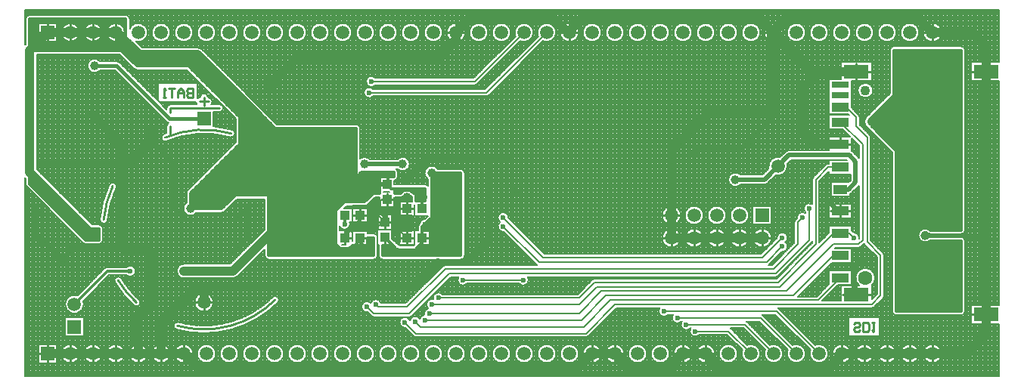
<source format=gbl>
%FSLAX42Y42*%
%MOMM*%
G71*
G01*
G75*
G04 Layer_Physical_Order=2*
%ADD10C,0.20*%
%ADD11C,0.30*%
%ADD12R,1.00X0.85*%
%ADD13R,1.50X1.30*%
%ADD14R,1.00X1.10*%
%ADD15R,1.30X1.50*%
%ADD16R,1.10X1.00*%
%ADD17R,1.50X5.50*%
%ADD18R,1.80X1.60*%
%ADD19R,1.60X1.80*%
%ADD20R,0.30X1.60*%
%ADD21R,1.60X0.30*%
%ADD22R,1.80X0.60*%
%ADD23R,1.80X2.15*%
%ADD24R,0.60X2.20*%
%ADD25R,0.60X1.55*%
%ADD26R,1.90X1.30*%
%ADD27R,0.60X1.80*%
%ADD28C,0.25*%
%ADD29C,0.50*%
%ADD30C,0.40*%
%ADD31C,1.00*%
%ADD32C,1.50*%
%ADD33R,1.50X1.50*%
%ADD34C,1.60*%
%ADD35C,1.10*%
%ADD36C,0.60*%
%ADD37C,1.00*%
%ADD38C,1.20*%
%ADD39R,1.90X1.00*%
%ADD40R,1.50X1.00*%
%ADD41R,1.90X0.70*%
%ADD42R,2.80X1.50*%
D10*
X10311Y-300D02*
G03*
X10311Y-300I-105J0D01*
G01*
X10057D02*
G03*
X10057Y-300I-105J0D01*
G01*
X9803D02*
G03*
X9803Y-300I-105J0D01*
G01*
X10570Y-500D02*
G03*
X10525Y-455I-45J0D01*
G01*
X10570Y-500D02*
G03*
X10525Y-455I-45J0D01*
G01*
X9775D02*
G03*
X9730Y-500I0J-45D01*
G01*
X9775Y-455D02*
G03*
X9730Y-500I0J-45D01*
G01*
X9549Y-300D02*
G03*
X9549Y-300I-105J0D01*
G01*
X9295D02*
G03*
X9295Y-300I-105J0D01*
G01*
X9041D02*
G03*
X9041Y-300I-105J0D01*
G01*
X9540Y-950D02*
G03*
X9540Y-950I-85J0D01*
G01*
X9390Y-1250D02*
G03*
X9378Y-1222I-40J0D01*
G01*
X9390Y-1250D02*
G03*
X9378Y-1222I-40J0D01*
G01*
X9483Y-1368D02*
G03*
X9493Y-1384I42J16D01*
G01*
X9483Y-1368D02*
G03*
X9493Y-1384I42J16D01*
G01*
X9469Y-1243D02*
G03*
X9483Y-1368I56J-57D01*
G01*
X9468Y-1243D02*
G03*
X9483Y-1368I57J-57D01*
G01*
X9515Y-1475D02*
G03*
X9503Y-1447I-40J0D01*
G01*
X9515Y-1475D02*
G03*
X9503Y-1447I-40J0D01*
G01*
X10525Y-2560D02*
G03*
X10570Y-2515I0J45D01*
G01*
X10525Y-2560D02*
G03*
X10570Y-2515I0J45D01*
G01*
Y-2635D02*
G03*
X10525Y-2590I-45J0D01*
G01*
X10570Y-2635D02*
G03*
X10525Y-2590I-45J0D01*
G01*
X10153Y-2547D02*
G03*
X10153Y-2603I-28J-28D01*
G01*
X10153Y-2547D02*
G03*
X10185Y-2560I32J32D01*
G01*
X10153Y-2547D02*
G03*
X10185Y-2560I32J32D01*
G01*
Y-2590D02*
G03*
X10153Y-2603I0J-45D01*
G01*
X10185Y-2590D02*
G03*
X10153Y-2603I0J-45D01*
G01*
X9439Y-2668D02*
G03*
X9447Y-2678I36J18D01*
G01*
X9439Y-2668D02*
G03*
X9447Y-2678I36J18D01*
G01*
X9314Y-1636D02*
G03*
X9300Y-1626I-39J-39D01*
G01*
X9314Y-1636D02*
G03*
X9300Y-1626I-39J-39D01*
G01*
X9040Y-1770D02*
G03*
X9012Y-1782I0J-40D01*
G01*
X9040Y-1770D02*
G03*
X9012Y-1782I0J-40D01*
G01*
X9280Y-2113D02*
G03*
X9304Y-2099I-15J53D01*
G01*
X9280Y-2113D02*
G03*
X9304Y-2099I-15J53D01*
G01*
X9385Y-2600D02*
G03*
X9322Y-2540I-60J0D01*
G01*
X9384Y-2609D02*
G03*
X9385Y-2600I-59J9D01*
G01*
X9375Y-2715D02*
G03*
X9403Y-2703I0J40D01*
G01*
X9375Y-2715D02*
G03*
X9403Y-2703I0J40D01*
G01*
X8787Y-300D02*
G03*
X8787Y-300I-105J0D01*
G01*
X8533D02*
G03*
X8533Y-300I-105J0D01*
G01*
X8279D02*
G03*
X8279Y-300I-105J0D01*
G01*
X8025D02*
G03*
X8025Y-300I-105J0D01*
G01*
X7771D02*
G03*
X7771Y-300I-105J0D01*
G01*
X7517D02*
G03*
X7517Y-300I-105J0D01*
G01*
X7263D02*
G03*
X7263Y-300I-105J0D01*
G01*
X7009D02*
G03*
X7009Y-300I-105J0D01*
G01*
X6755D02*
G03*
X6755Y-300I-105J0D01*
G01*
X6501D02*
G03*
X6501Y-300I-105J0D01*
G01*
X6247D02*
G03*
X6247Y-300I-105J0D01*
G01*
X5993D02*
G03*
X5791Y-340I-105J0D01*
G01*
X5739Y-300D02*
G03*
X5537Y-340I-105J0D01*
G01*
X5848Y-397D02*
G03*
X5993Y-300I40J97D01*
G01*
X5594Y-397D02*
G03*
X5739Y-300I40J97D01*
G01*
X8872Y-1922D02*
G03*
X8860Y-1950I28J-28D01*
G01*
X8872Y-1922D02*
G03*
X8860Y-1950I28J-28D01*
G01*
Y-2226D02*
G03*
X8785Y-2320I-35J-49D01*
G01*
Y-2326D02*
G03*
X8690Y-2378I-35J-49D01*
G01*
X8672Y-2397D02*
G03*
X8660Y-2425I28J-28D01*
G01*
X8672Y-2397D02*
G03*
X8660Y-2425I28J-28D01*
G01*
X8600Y-1620D02*
G03*
X8561Y-1636I0J-55D01*
G01*
X8600Y-1620D02*
G03*
X8561Y-1636I0J-55D01*
G01*
X8580Y-1800D02*
G03*
X8577Y-1776I-105J0D01*
G01*
X8451Y-1902D02*
G03*
X8580Y-1800I24J102D01*
G01*
X8499Y-1698D02*
G03*
X8373Y-1824I-24J-102D01*
G01*
X8325Y-2005D02*
G03*
X8364Y-1989I0J55D01*
G01*
X8325Y-2005D02*
G03*
X8364Y-1989I0J55D01*
G01*
X8585Y-2600D02*
G03*
X8465Y-2603I-60J0D01*
G01*
X8853Y-2653D02*
G03*
X8860Y-2644I-28J28D01*
G01*
X8853Y-2653D02*
G03*
X8860Y-2644I-28J28D01*
G01*
X8558Y-2650D02*
G03*
X8585Y-2600I-33J50D01*
G01*
X8585Y-2700D02*
G03*
X8558Y-2650I-60J0D01*
G01*
X8405Y-2604D02*
G03*
X8405Y-2604I-105J0D01*
G01*
X8058Y-1895D02*
G03*
X8058Y-2005I-58J-55D01*
G01*
X8151Y-2350D02*
G03*
X8151Y-2350I-105J0D01*
G01*
X7897D02*
G03*
X7897Y-2350I-105J0D01*
G01*
X7643D02*
G03*
X7643Y-2350I-105J0D01*
G01*
X7389D02*
G03*
X7389Y-2350I-105J0D01*
G01*
X8151Y-2604D02*
G03*
X8151Y-2604I-105J0D01*
G01*
X7897D02*
G03*
X7897Y-2604I-105J0D01*
G01*
X7643D02*
G03*
X7643Y-2604I-105J0D01*
G01*
X7389D02*
G03*
X7389Y-2604I-105J0D01*
G01*
X9665Y-2800D02*
G03*
X9653Y-2772I-40J0D01*
G01*
X9665Y-2800D02*
G03*
X9653Y-2772I-40J0D01*
G01*
X9525Y-3135D02*
G03*
X9565Y-3050I-70J85D01*
G01*
G03*
X9385Y-3135I-110J0D01*
G01*
X10525Y-3470D02*
G03*
X10570Y-3425I0J45D01*
G01*
X10525Y-3470D02*
G03*
X10570Y-3425I0J45D01*
G01*
X9755D02*
G03*
X9800Y-3470I45J0D01*
G01*
X9653Y-3278D02*
G03*
X9665Y-3250I-28J28D01*
G01*
X9653Y-3278D02*
G03*
X9665Y-3250I-28J28D01*
G01*
X9525Y-3390D02*
G03*
X9553Y-3378I0J40D01*
G01*
X9525Y-3390D02*
G03*
X9553Y-3378I0J40D01*
G01*
X8522Y-2760D02*
G03*
X8585Y-2700I3J60D01*
G01*
X8369Y-2910D02*
G03*
X8378Y-2903I-19J35D01*
G01*
X8369Y-2910D02*
G03*
X8378Y-2903I-19J35D01*
G01*
X8450Y-3040D02*
G03*
X8478Y-3028I0J40D01*
G01*
X8450Y-3040D02*
G03*
X8478Y-3028I0J40D01*
G01*
X8489Y-3397D02*
G03*
X8480Y-3390I-28J-28D01*
G01*
X8489Y-3397D02*
G03*
X8480Y-3390I-28J-28D01*
G01*
X9755Y-3425D02*
G03*
X9800Y-3470I45J0D01*
G01*
X10311Y-3900D02*
G03*
X10311Y-3900I-105J0D01*
G01*
X10057D02*
G03*
X10057Y-3900I-105J0D01*
G01*
X9803D02*
G03*
X9803Y-3900I-105J0D01*
G01*
X9549D02*
G03*
X9549Y-3900I-105J0D01*
G01*
X9041D02*
G03*
X8896Y-3803I-105J0D01*
G01*
X9295Y-3900D02*
G03*
X9295Y-3900I-105J0D01*
G01*
X8839Y-3860D02*
G03*
X9041Y-3900I97J-40D01*
G01*
X8787D02*
G03*
X8642Y-3803I-105J0D01*
G01*
X8585Y-3860D02*
G03*
X8787Y-3900I97J-40D01*
G01*
X8533D02*
G03*
X8388Y-3803I-105J0D01*
G01*
X8331Y-3860D02*
G03*
X8533Y-3900I97J-40D01*
G01*
X8310Y-3472D02*
G03*
X8301Y-3465I-28J-28D01*
G01*
X8310Y-3472D02*
G03*
X8301Y-3465I-28J-28D01*
G01*
X7301D02*
G03*
X7395Y-3540I49J-35D01*
G01*
X8131Y-3547D02*
G03*
X8122Y-3540I-28J-28D01*
G01*
X8131Y-3547D02*
G03*
X8122Y-3540I-28J-28D01*
G01*
X7401D02*
G03*
X7495Y-3615I49J-35D01*
G01*
X7151Y-3390D02*
G03*
X7245Y-3465I49J-35D01*
G01*
X5772Y-2903D02*
G03*
X5781Y-2910I28J28D01*
G01*
X5772Y-2903D02*
G03*
X5781Y-2910I28J28D01*
G01*
X6425Y-3060D02*
G03*
X6397Y-3072I0J-40D01*
G01*
X6425Y-3060D02*
G03*
X6397Y-3072I0J-40D01*
G01*
X5685Y-3075D02*
G03*
X5674Y-3040I-60J0D01*
G01*
X5580Y-3115D02*
G03*
X5685Y-3075I45J40D01*
G01*
X7952Y-3622D02*
G03*
X7943Y-3615I-28J-28D01*
G01*
X7952Y-3622D02*
G03*
X7943Y-3615I-28J-28D01*
G01*
X8279Y-3900D02*
G03*
X8134Y-3803I-105J0D01*
G01*
X7501Y-3615D02*
G03*
X7595Y-3690I49J-35D01*
G01*
X8077Y-3860D02*
G03*
X8279Y-3900I97J-40D01*
G01*
X8025D02*
G03*
X8025Y-3900I-105J0D01*
G01*
X7771D02*
G03*
X7771Y-3900I-105J0D01*
G01*
X7517D02*
G03*
X7517Y-3900I-105J0D01*
G01*
X7263D02*
G03*
X7263Y-3900I-105J0D01*
G01*
X6325Y-3715D02*
G03*
X6353Y-3703I0J40D01*
G01*
X6325Y-3715D02*
G03*
X6353Y-3703I0J40D01*
G01*
X7009Y-3900D02*
G03*
X7009Y-3900I-105J0D01*
G01*
X6755D02*
G03*
X6755Y-3900I-105J0D01*
G01*
X6501D02*
G03*
X6501Y-3900I-105J0D01*
G01*
X6247D02*
G03*
X6247Y-3900I-105J0D01*
G01*
X5993D02*
G03*
X5993Y-3900I-105J0D01*
G01*
X5739D02*
G03*
X5739Y-3900I-105J0D01*
G01*
X5485Y-300D02*
G03*
X5485Y-300I-105J0D01*
G01*
X5231D02*
G03*
X5231Y-300I-105J0D01*
G01*
X4977D02*
G03*
X4977Y-300I-105J0D01*
G01*
X4723D02*
G03*
X4723Y-300I-105J0D01*
G01*
X4469D02*
G03*
X4469Y-300I-105J0D01*
G01*
X4215D02*
G03*
X4215Y-300I-105J0D01*
G01*
X3961D02*
G03*
X3961Y-300I-105J0D01*
G01*
X3970Y-810D02*
G03*
X3970Y-890I-45J-40D01*
G01*
X3707Y-300D02*
G03*
X3707Y-300I-105J0D01*
G01*
X3453D02*
G03*
X3453Y-300I-105J0D01*
G01*
X3199D02*
G03*
X3199Y-300I-105J0D01*
G01*
X5084Y-890D02*
G03*
X5112Y-878I0J40D01*
G01*
X5084Y-890D02*
G03*
X5112Y-878I0J40D01*
G01*
X5213Y-1015D02*
G03*
X5241Y-1003I0J40D01*
G01*
X5213Y-1015D02*
G03*
X5241Y-1003I0J40D01*
G01*
X4970Y-1875D02*
G03*
X4925Y-1830I-45J0D01*
G01*
X4970Y-1875D02*
G03*
X4925Y-1830I-45J0D01*
G01*
X4666D02*
G03*
X4555Y-1941I-66J-45D01*
G01*
X5460Y-2375D02*
G03*
X5367Y-2425I-60J0D01*
G01*
X4555Y-2016D02*
G03*
X4525Y-2005I-30J-34D01*
G01*
X4555Y-2016D02*
G03*
X4525Y-2005I-30J-34D01*
G01*
X4357Y-2126D02*
G03*
X4293Y-2126I-32J-24D01*
G01*
X4357Y-2126D02*
G03*
X4380Y-2143I36J26D01*
G01*
X4357Y-2126D02*
G03*
X4380Y-2143I36J26D01*
G01*
X4256Y-2145D02*
G03*
X4293Y-2126I0J45D01*
G01*
X4256Y-2145D02*
G03*
X4293Y-2126I0J45D01*
G01*
X3945Y-935D02*
G03*
X3945Y-1015I-45J-40D01*
G01*
X3800Y-1375D02*
G03*
X3755Y-1330I-45J0D01*
G01*
X3800Y-1375D02*
G03*
X3755Y-1330I-45J0D01*
G01*
X4355Y-1775D02*
G03*
X4217Y-1720I-80J0D01*
G01*
Y-1830D02*
G03*
X4355Y-1775I58J55D01*
G01*
X4220Y-1865D02*
G03*
X4203Y-1830I-45J0D01*
G01*
X4220Y-1865D02*
G03*
X4203Y-1830I-45J0D01*
G01*
X4180Y-1960D02*
G03*
X4220Y-1915I-5J45D01*
G01*
X4180Y-1960D02*
G03*
X4220Y-1915I-5J45D01*
G01*
X3850Y-2245D02*
G03*
X3882Y-2232I0J45D01*
G01*
X3908Y-1720D02*
G03*
X3800Y-1713I-58J-55D01*
G01*
X3850Y-2245D02*
G03*
X3882Y-2232I0J45D01*
G01*
X2945Y-300D02*
G03*
X2945Y-300I-105J0D01*
G01*
X2691D02*
G03*
X2691Y-300I-105J0D01*
G01*
X2437D02*
G03*
X2437Y-300I-105J0D01*
G01*
X2183D02*
G03*
X2183Y-300I-105J0D01*
G01*
X1929D02*
G03*
X1929Y-300I-105J0D01*
G01*
X2032Y-493D02*
G03*
X2025Y-488I-32J-32D01*
G01*
X2032Y-493D02*
G03*
X2025Y-488I-32J-32D01*
G01*
G03*
X1975Y-470I-50J-62D01*
G01*
X2025Y-488D02*
G03*
X1975Y-470I-50J-62D01*
G01*
X1220Y-150D02*
G03*
X1175Y-105I-45J0D01*
G01*
X1220Y-150D02*
G03*
X1175Y-105I-45J0D01*
G01*
X100D02*
G03*
X55Y-150I0J-45D01*
G01*
X100Y-105D02*
G03*
X55Y-150I0J-45D01*
G01*
X1675Y-300D02*
G03*
X1675Y-300I-105J0D01*
G01*
X1421D02*
G03*
X1220Y-257I-105J0D01*
G01*
X1290Y-402D02*
G03*
X1421Y-300I26J102D01*
G01*
X887Y-625D02*
G03*
X887Y-725I-62J-50D01*
G01*
X2093Y-1025D02*
G03*
X2007Y-1025I-43J0D01*
G01*
X2268Y-1150D02*
G03*
X2225Y-1107I-43J0D01*
G01*
Y-1193D02*
G03*
X2268Y-1150I0J43D01*
G01*
X2143Y-1075D02*
G03*
X2100Y-1032I-43J0D01*
G01*
X2000D02*
G03*
X1980Y-1037I0J-43D01*
G01*
X2128Y-1107D02*
G03*
X2143Y-1075I-28J32D01*
G01*
X1958Y-1080D02*
G03*
X1972Y-1107I42J5D01*
G01*
X1675D02*
G03*
X1632Y-1150I0J-43D01*
G01*
X1675Y-1107D02*
G03*
X1632Y-1150I0J-43D01*
G01*
X2398Y-1433D02*
G03*
X2367Y-1391I-43J0D01*
G01*
X2343Y-1474D02*
G03*
X2398Y-1433I12J41D01*
G01*
X2367Y-1391D02*
G03*
X2155Y-1352I-317J-1109D01*
G01*
X2343Y-1474D02*
G03*
X1632Y-1518I-293J-1026D01*
G01*
X1630Y-1300D02*
G03*
X1653Y-1313I35J35D01*
G01*
X1630Y-1300D02*
G03*
X1653Y-1313I35J35D01*
G01*
G03*
X1632Y-1350I22J-37D01*
G01*
Y-1425D02*
G03*
X1599Y-1439I418J-1075D01*
G01*
X2250Y-2320D02*
G03*
X2282Y-2307I0J45D01*
G01*
X2250Y-2320D02*
G03*
X2282Y-2307I0J45D01*
G01*
X1599Y-1439D02*
G03*
X1632Y-1518I17J-39D01*
G01*
X1868Y-2068D02*
G03*
X1855Y-2100I32J-32D01*
G01*
X1868Y-2068D02*
G03*
X1855Y-2100I32J-32D01*
G01*
Y-2209D02*
G03*
X1966Y-2320I45J-66D01*
G01*
X1268Y-707D02*
G03*
X1300Y-720I32J32D01*
G01*
X1268Y-707D02*
G03*
X1300Y-720I32J32D01*
G01*
X1110Y-640D02*
G03*
X1075Y-625I-35J-35D01*
G01*
X1110Y-640D02*
G03*
X1075Y-625I-35J-35D01*
G01*
X1071Y-2026D02*
G03*
X989Y-2008I-43J0D01*
G01*
G03*
X886Y-2397I1064J-492D01*
G01*
X1067Y-2044D02*
G03*
X1071Y-2026I-39J18D01*
G01*
X1067Y-2044D02*
G03*
X971Y-2404I987J-456D01*
G01*
X55Y-2000D02*
G03*
X68Y-2032I45J0D01*
G01*
X55Y-2000D02*
G03*
X68Y-2032I45J0D01*
G01*
X5367Y-2425D02*
G03*
X5403Y-2535I33J-50D01*
G01*
X4925Y-2845D02*
G03*
X4970Y-2800I0J45D01*
G01*
X4925Y-2845D02*
G03*
X4970Y-2800I0J45D01*
G01*
X4521Y-2390D02*
G03*
X4465Y-2446I4J-60D01*
G01*
X4463Y-2448D02*
G03*
X4450Y-2480I32J-32D01*
G01*
X4463Y-2448D02*
G03*
X4450Y-2480I32J-32D01*
G01*
X4463Y-2448D02*
G03*
X4450Y-2480I32J-32D01*
G01*
X4463Y-2448D02*
G03*
X4450Y-2480I32J-32D01*
G01*
X4901Y-3040D02*
G03*
X4995Y-3115I49J-35D01*
G01*
X4750Y-2910D02*
G03*
X4722Y-2922I0J-40D01*
G01*
X4750Y-2910D02*
G03*
X4722Y-2922I0J-40D01*
G01*
X4720Y-3235D02*
G03*
X4618Y-3293I-45J-40D01*
G01*
G03*
X4558Y-3393I-18J-57D01*
G01*
X4255Y-2690D02*
G03*
X4219Y-2675I-40J-45D01*
G01*
X4005Y-2800D02*
G03*
X4050Y-2845I45J0D01*
G01*
X4005Y-2800D02*
G03*
X4050Y-2845I45J0D01*
G01*
X3685Y-2450D02*
G03*
X3682Y-2430I-60J0D01*
G01*
X3570Y-2474D02*
G03*
X3685Y-2450I55J24D01*
G01*
X3995Y-2600D02*
G03*
X3950Y-2555I-45J0D01*
G01*
X3995Y-2600D02*
G03*
X3950Y-2555I-45J0D01*
G01*
Y-2845D02*
G03*
X3995Y-2800I0J45D01*
G01*
X3950Y-2845D02*
G03*
X3995Y-2800I0J45D01*
G01*
X4033Y-3335D02*
G03*
X3918Y-3333I-58J-15D01*
G01*
G03*
X3878Y-3435I-43J-42D01*
G01*
X2890Y-3298D02*
G03*
X2817Y-3267I-43J0D01*
G01*
X1764Y-3547D02*
G03*
X2817Y-3267I286J1047D01*
G01*
X2878Y-3328D02*
G03*
X2890Y-3298I-30J30D01*
G01*
X4558Y-3393D02*
G03*
X4517Y-3466I17J-57D01*
G01*
G03*
X4467Y-3510I8J-59D01*
G01*
G03*
X4356Y-3529I-52J-30D01*
G01*
X4350Y-3490D02*
G03*
X4378Y-3478I0J40D01*
G01*
X4350Y-3490D02*
G03*
X4378Y-3478I0J40D01*
G01*
X4397Y-3703D02*
G03*
X4425Y-3715I28J28D01*
G01*
X4397Y-3703D02*
G03*
X4425Y-3715I28J28D01*
G01*
X5485Y-3900D02*
G03*
X5485Y-3900I-105J0D01*
G01*
X5231D02*
G03*
X5231Y-3900I-105J0D01*
G01*
X4977D02*
G03*
X4977Y-3900I-105J0D01*
G01*
X4723D02*
G03*
X4723Y-3900I-105J0D01*
G01*
X4469D02*
G03*
X4469Y-3900I-105J0D01*
G01*
X4356Y-3529D02*
G03*
X4303Y-3610I-56J-21D01*
G01*
X3922Y-3478D02*
G03*
X3950Y-3490I28J28D01*
G01*
X3922Y-3478D02*
G03*
X3950Y-3490I28J28D01*
G01*
X1742Y-3629D02*
G03*
X2878Y-3328I308J1129D01*
G01*
X4215Y-3900D02*
G03*
X4215Y-3900I-105J0D01*
G01*
X3961D02*
G03*
X3961Y-3900I-105J0D01*
G01*
X3707D02*
G03*
X3707Y-3900I-105J0D01*
G01*
X3453D02*
G03*
X3453Y-3900I-105J0D01*
G01*
X3199D02*
G03*
X3199Y-3900I-105J0D01*
G01*
X2945D02*
G03*
X2945Y-3900I-105J0D01*
G01*
X2730Y-2800D02*
G03*
X2775Y-2845I45J0D01*
G01*
X2730Y-2800D02*
G03*
X2775Y-2845I45J0D01*
G01*
X2375Y-3055D02*
G03*
X2432Y-3031I0J80D01*
G01*
X2375Y-3055D02*
G03*
X2432Y-3032I0J80D01*
G01*
X1825Y-2895D02*
G03*
X1825Y-3055I-0J-80D01*
G01*
X1825Y-2895D02*
G03*
X1825Y-3055I0J-80D01*
G01*
X1285Y-2975D02*
G03*
X1185Y-2930I-60J0D01*
G01*
Y-3020D02*
G03*
X1285Y-2975I40J45D01*
G01*
X2155Y-3325D02*
G03*
X2155Y-3325I-105J0D01*
G01*
X1337Y-3327D02*
G03*
X1323Y-3295I-43J0D01*
G01*
X1265Y-3359D02*
G03*
X1337Y-3327I29J32D01*
G01*
X886Y-2397D02*
G03*
X971Y-2404I43J-4D01*
G01*
X971Y-2930D02*
G03*
X939Y-2943I0J-45D01*
G01*
X971Y-2930D02*
G03*
X939Y-2943I0J-45D01*
G01*
X920Y-2500D02*
G03*
X875Y-2455I-45J0D01*
G01*
X920Y-2500D02*
G03*
X875Y-2455I-45J0D01*
G01*
Y-2670D02*
G03*
X920Y-2625I0J45D01*
G01*
X875Y-2670D02*
G03*
X920Y-2625I0J45D01*
G01*
X693Y-2657D02*
G03*
X725Y-2670I32J32D01*
G01*
X693Y-2657D02*
G03*
X725Y-2670I32J32D01*
G01*
X1128Y-3058D02*
G03*
X1323Y-3295I922J558D01*
G01*
X1128Y-3058D02*
G03*
X1055Y-3102I-37J-22D01*
G01*
Y-3102D02*
G03*
X1265Y-3359I995J602D01*
G01*
X705Y-3346D02*
G03*
X699Y-3311I-105J0D01*
G01*
X635Y-3247D02*
G03*
X705Y-3346I-35J-99D01*
G01*
X1764Y-3547D02*
G03*
X1742Y-3629I-11J-41D01*
G01*
X2691Y-3900D02*
G03*
X2691Y-3900I-105J0D01*
G01*
X2437D02*
G03*
X2437Y-3900I-105J0D01*
G01*
X2183D02*
G03*
X2183Y-3900I-105J0D01*
G01*
X1929D02*
G03*
X1929Y-3900I-105J0D01*
G01*
X1675D02*
G03*
X1675Y-3900I-105J0D01*
G01*
X1421D02*
G03*
X1421Y-3900I-105J0D01*
G01*
X1167D02*
G03*
X1167Y-3900I-105J0D01*
G01*
X913D02*
G03*
X913Y-3900I-105J0D01*
G01*
X659D02*
G03*
X659Y-3900I-105J0D01*
G01*
X10520Y-455D02*
Y-50D01*
X10500Y-455D02*
Y-50D01*
X10480Y-455D02*
Y-50D01*
X10460Y-455D02*
Y-50D01*
X10440Y-455D02*
Y-50D01*
X10300Y-253D02*
Y-50D01*
X10280Y-225D02*
Y-50D01*
X10420Y-455D02*
Y-50D01*
X10400Y-455D02*
Y-50D01*
X10380Y-455D02*
Y-50D01*
X10360Y-455D02*
Y-50D01*
X10340Y-455D02*
Y-50D01*
X10320Y-455D02*
Y-50D01*
X10240Y-201D02*
Y-50D01*
X10220Y-196D02*
Y-50D01*
X10238Y-200D02*
X10950D01*
X10200Y-195D02*
Y-50D01*
X10180Y-198D02*
Y-50D01*
X10160Y-206D02*
Y-50D01*
X10260Y-210D02*
Y-50D01*
X10140Y-218D02*
Y-50D01*
X10120Y-240D02*
Y-50D01*
X9984Y-200D02*
X10174D01*
X10292Y-240D02*
X10950D01*
X10274Y-220D02*
X10950D01*
X10303Y-260D02*
X10950D01*
X10309Y-280D02*
X10950D01*
X10311Y-300D02*
X10950D01*
X10309Y-320D02*
X10950D01*
X10303Y-340D02*
X10950D01*
X10292Y-360D02*
X10950D01*
X10274Y-380D02*
X10950D01*
X10238Y-400D02*
X10950D01*
X10300Y-455D02*
Y-347D01*
X10280Y-455D02*
Y-375D01*
X10260Y-455D02*
Y-390D01*
X10020Y-220D02*
X10138D01*
X10020Y-380D02*
X10138D01*
X9984Y-400D02*
X10174D01*
X10240Y-455D02*
Y-399D01*
X10220Y-455D02*
Y-404D01*
X10200Y-455D02*
Y-405D01*
X10180Y-455D02*
Y-402D01*
X10140Y-455D02*
Y-382D01*
X10160Y-455D02*
Y-394D01*
X10020Y-220D02*
Y-50D01*
X10000Y-207D02*
Y-50D01*
X9980Y-199D02*
Y-50D01*
X9960Y-195D02*
Y-50D01*
X9940Y-196D02*
Y-50D01*
X9920Y-200D02*
Y-50D01*
X9900Y-209D02*
Y-50D01*
X10100Y-455D02*
Y-50D01*
X10040Y-243D02*
Y-50D01*
X9880Y-224D02*
Y-50D01*
X9860Y-249D02*
Y-50D01*
X9800Y-275D02*
Y-50D01*
X9740Y-204D02*
Y-50D01*
X9720Y-197D02*
Y-50D01*
X9730Y-200D02*
X9920D01*
X9700Y-195D02*
Y-50D01*
X9680Y-197D02*
Y-50D01*
X9660Y-202D02*
Y-50D01*
X9780Y-234D02*
Y-50D01*
X9760Y-215D02*
Y-50D01*
X9640Y-212D02*
Y-50D01*
X9620Y-230D02*
Y-50D01*
X9600Y-262D02*
Y-50D01*
X9540Y-257D02*
Y-50D01*
X10049Y-260D02*
X10109D01*
X10038Y-240D02*
X10120D01*
X10055Y-280D02*
X10103D01*
X9795Y-260D02*
X9855D01*
X9801Y-280D02*
X9849D01*
X10057Y-300D02*
X10101D01*
X10049Y-340D02*
X10109D01*
X10038Y-360D02*
X10120D01*
X10120Y-455D02*
Y-360D01*
X10055Y-320D02*
X10103D01*
X9803Y-300D02*
X9847D01*
X9801Y-320D02*
X9849D01*
X9784Y-240D02*
X9866D01*
X9766Y-220D02*
X9884D01*
X9541Y-260D02*
X9601D01*
X9547Y-280D02*
X9595D01*
X9549Y-300D02*
X9593D01*
X9547Y-320D02*
X9595D01*
X9784Y-360D02*
X9866D01*
X9766Y-380D02*
X9884D01*
X9730Y-400D02*
X9920D01*
X9795Y-340D02*
X9855D01*
X9541D02*
X9601D01*
X10950Y-635D02*
Y-50D01*
X10940Y-635D02*
Y-50D01*
X10920Y-635D02*
Y-50D01*
X10900Y-635D02*
Y-50D01*
X10880Y-635D02*
Y-50D01*
X10860Y-635D02*
Y-50D01*
X10840Y-635D02*
Y-50D01*
X10820Y-635D02*
Y-50D01*
X10800Y-635D02*
Y-50D01*
X10780Y-635D02*
Y-50D01*
X10760Y-635D02*
Y-50D01*
X10740Y-635D02*
Y-50D01*
X10720Y-635D02*
Y-50D01*
X10565Y-480D02*
X10950D01*
X10546Y-460D02*
X10950D01*
X10570Y-500D02*
X10950D01*
X10570Y-520D02*
X10950D01*
X10570Y-540D02*
X10950D01*
X10570Y-560D02*
X10950D01*
X10570Y-580D02*
X10950D01*
X10570Y-600D02*
X10950D01*
X10570Y-620D02*
X10950D01*
X10700Y-635D02*
Y-50D01*
X10680Y-635D02*
Y-50D01*
X10660Y-635D02*
Y-50D01*
X10635Y-635D02*
X10950D01*
X10635Y-845D02*
X10950D01*
X10570Y-860D02*
X10950D01*
X10570Y-880D02*
X10950D01*
X10570Y-900D02*
X10950D01*
X10570Y-920D02*
X10950D01*
X10570Y-940D02*
X10950D01*
X10570Y-960D02*
X10950D01*
X10570Y-980D02*
X10950D01*
X10570Y-1000D02*
X10950D01*
X10570Y-1020D02*
X10950D01*
X10570Y-1040D02*
X10950D01*
X10570Y-1060D02*
X10950D01*
X10570Y-1080D02*
X10950D01*
X10570Y-1100D02*
X10950D01*
X10570Y-1120D02*
X10950D01*
X10570Y-1140D02*
X10950D01*
X10570Y-1160D02*
X10950D01*
X10570Y-1180D02*
X10950D01*
X10570Y-1200D02*
X10950D01*
X10570Y-1220D02*
X10950D01*
X10080Y-455D02*
Y-50D01*
X10060Y-455D02*
Y-50D01*
X10040Y-455D02*
Y-357D01*
X10020Y-455D02*
Y-380D01*
X10000Y-455D02*
Y-393D01*
X9980Y-455D02*
Y-401D01*
X9920Y-455D02*
Y-400D01*
X10640Y-635D02*
Y-50D01*
X10560Y-472D02*
Y-50D01*
X10540Y-458D02*
Y-50D01*
X9880Y-455D02*
Y-376D01*
X9860Y-455D02*
Y-351D01*
X9900Y-455D02*
Y-391D01*
X9840Y-455D02*
Y-50D01*
X9820Y-455D02*
Y-50D01*
X9800Y-455D02*
Y-325D01*
X9780Y-455D02*
Y-366D01*
X9760Y-458D02*
Y-385D01*
X9740Y-472D02*
Y-396D01*
X9640Y-1072D02*
Y-388D01*
X9620Y-1092D02*
Y-370D01*
X9660Y-1052D02*
Y-398D01*
X9580Y-1132D02*
Y-50D01*
X9560Y-1152D02*
Y-50D01*
X9600Y-1112D02*
Y-338D01*
X10570Y-640D02*
X10635D01*
X10570Y-660D02*
X10635D01*
X10570Y-680D02*
X10635D01*
X10570Y-700D02*
X10635D01*
X10570Y-720D02*
X10635D01*
X10570Y-740D02*
X10635D01*
X10570Y-760D02*
X10635D01*
X10570Y-780D02*
X10635D01*
X10570Y-800D02*
X10635D01*
Y-845D02*
Y-635D01*
X10570Y-2515D02*
Y-500D01*
Y-820D02*
X10635D01*
X9775Y-455D02*
X10525D01*
X9960D02*
Y-405D01*
X9940Y-455D02*
Y-404D01*
X9730Y-982D02*
Y-500D01*
X10570Y-840D02*
X10635D01*
X9720Y-992D02*
Y-403D01*
X9700Y-1012D02*
Y-405D01*
X9680Y-1032D02*
Y-403D01*
X9520Y-228D02*
Y-50D01*
X9476Y-200D02*
X9666D01*
X9530Y-240D02*
X9612D01*
X9512Y-220D02*
X9630D01*
X9500Y-211D02*
Y-50D01*
X9480Y-201D02*
Y-50D01*
X9460Y-196D02*
Y-50D01*
X9530Y-360D02*
X9612D01*
X9512Y-380D02*
X9630D01*
X9476Y-400D02*
X9666D01*
X9520Y-635D02*
Y-372D01*
X9500Y-635D02*
Y-389D01*
X9480Y-635D02*
Y-399D01*
X9440Y-195D02*
Y-50D01*
X9420Y-198D02*
Y-50D01*
X9222Y-200D02*
X9412D01*
X9400Y-205D02*
Y-50D01*
X9380Y-217D02*
Y-50D01*
X9258Y-220D02*
X9376D01*
X9258Y-380D02*
X9376D01*
X9380Y-635D02*
Y-383D01*
X9360Y-237D02*
Y-50D01*
X9276Y-240D02*
X9358D01*
X9360Y-635D02*
Y-363D01*
X9460Y-635D02*
Y-404D01*
X9440Y-635D02*
Y-405D01*
X9525Y-640D02*
X9730D01*
X9525Y-660D02*
X9730D01*
X9420Y-635D02*
Y-402D01*
X9222Y-400D02*
X9412D01*
X9400Y-635D02*
Y-395D01*
X9525Y-680D02*
X9730D01*
X9525Y-700D02*
X9730D01*
X9525Y-720D02*
X9730D01*
X9525Y-740D02*
X9730D01*
X9525Y-760D02*
X9730D01*
X5825Y-420D02*
X10950D01*
X5805Y-440D02*
X10950D01*
X5785Y-460D02*
X9754D01*
X5765Y-480D02*
X9735D01*
X5745Y-500D02*
X9730D01*
X5725Y-520D02*
X9730D01*
X5705Y-540D02*
X9730D01*
X5685Y-560D02*
X9730D01*
X5665Y-580D02*
X9730D01*
X5645Y-600D02*
X9730D01*
X5625Y-620D02*
X9730D01*
X9185Y-635D02*
X9525D01*
X9280Y-246D02*
Y-50D01*
X9260Y-222D02*
Y-50D01*
X9240Y-208D02*
Y-50D01*
X9220Y-199D02*
Y-50D01*
X9200Y-195D02*
Y-50D01*
X9180Y-195D02*
Y-50D01*
X9160Y-199D02*
Y-50D01*
X9340Y-286D02*
Y-50D01*
X9287Y-260D02*
X9347D01*
X9293Y-280D02*
X9341D01*
X9320Y-635D02*
Y-50D01*
X9300Y-635D02*
Y-50D01*
X9295Y-300D02*
X9339D01*
X9140Y-208D02*
Y-50D01*
X9120Y-222D02*
Y-50D01*
X8968Y-200D02*
X9158D01*
X9020Y-237D02*
Y-50D01*
X9004Y-220D02*
X9122D01*
X9022Y-240D02*
X9104D01*
X9100Y-246D02*
Y-50D01*
X9033Y-260D02*
X9093D01*
X9040Y-285D02*
Y-50D01*
X9039Y-280D02*
X9087D01*
X9293Y-320D02*
X9341D01*
X9287Y-340D02*
X9347D01*
X9276Y-360D02*
X9358D01*
X9340Y-635D02*
Y-314D01*
X9041Y-300D02*
X9085D01*
X9280Y-635D02*
Y-354D01*
X9260Y-635D02*
Y-378D01*
X9240Y-635D02*
Y-392D01*
X9220Y-635D02*
Y-401D01*
X9200Y-635D02*
Y-405D01*
X9004Y-380D02*
X9122D01*
X8968Y-400D02*
X9158D01*
X5605Y-640D02*
X9185D01*
X9039Y-320D02*
X9087D01*
X9033Y-340D02*
X9093D01*
X9022Y-360D02*
X9104D01*
X5585Y-660D02*
X9185D01*
X5565Y-680D02*
X9185D01*
X5545Y-700D02*
X9185D01*
X5525Y-720D02*
X9185D01*
X5505Y-740D02*
X9185D01*
X5485Y-760D02*
X9185D01*
X9525Y-780D02*
X9730D01*
X9525Y-800D02*
X9730D01*
X9525Y-820D02*
X9730D01*
X9525Y-840D02*
X9730D01*
X9525Y-845D02*
Y-635D01*
X9520Y-895D02*
Y-845D01*
X9524Y-900D02*
X9730D01*
X9539Y-940D02*
X9730D01*
X9535Y-920D02*
X9730D01*
X9539Y-960D02*
X9730D01*
X9540Y-948D02*
Y-343D01*
Y-1172D02*
Y-952D01*
X9535Y-980D02*
X9730D01*
X9480Y-869D02*
Y-845D01*
X9300D02*
X9525D01*
X9300Y-860D02*
X9730D01*
X9460Y-865D02*
Y-845D01*
X9440Y-866D02*
Y-845D01*
X9420Y-873D02*
Y-845D01*
X9500Y-878D02*
Y-845D01*
X9503Y-880D02*
X9730D01*
X9400Y-885D02*
Y-845D01*
X9300Y-880D02*
X9407D01*
X9300Y-900D02*
X9386D01*
X9524Y-1000D02*
X9712D01*
X9520Y-1192D02*
Y-1005D01*
X9503Y-1020D02*
X9692D01*
X9500Y-1212D02*
Y-1022D01*
X9480Y-1232D02*
Y-1031D01*
X9377Y-1220D02*
X9492D01*
X9469Y-1243D02*
X9730Y-982D01*
X9460Y-1253D02*
Y-1035D01*
X9440Y-1383D02*
Y-1034D01*
X9420Y-1363D02*
Y-1027D01*
X9400Y-1343D02*
Y-1015D01*
X9300Y-1040D02*
X9672D01*
X9300Y-1060D02*
X9652D01*
X9300Y-1080D02*
X9632D01*
X9300Y-1000D02*
X9386D01*
X9300Y-1020D02*
X9407D01*
X9300Y-1100D02*
X9612D01*
X9300Y-1120D02*
X9592D01*
X9300Y-1140D02*
X9572D01*
X9317Y-1160D02*
X9552D01*
X9357Y-1200D02*
X9512D01*
X9337Y-1180D02*
X9532D01*
X9380Y-910D02*
Y-845D01*
X9300Y-920D02*
X9375D01*
X9300Y-940D02*
X9371D01*
X9180Y-823D02*
Y-405D01*
X9185Y-823D02*
Y-635D01*
X9300Y-943D02*
Y-845D01*
X9360Y-1203D02*
Y-845D01*
X9340Y-1183D02*
Y-845D01*
X9300Y-960D02*
X9371D01*
X9320Y-1163D02*
Y-845D01*
X9300Y-952D02*
Y-943D01*
Y-952D02*
Y-943D01*
X9140Y-823D02*
Y-392D01*
X9120Y-823D02*
Y-378D01*
X9160Y-823D02*
Y-401D01*
X9080Y-823D02*
Y-50D01*
X9060Y-823D02*
Y-50D01*
X9100Y-823D02*
Y-354D01*
X9050Y-823D02*
X9185D01*
X9050Y-943D02*
Y-823D01*
Y-952D02*
Y-943D01*
X9040Y-1620D02*
Y-315D01*
X9020Y-1620D02*
Y-363D01*
X9050Y-952D02*
Y-943D01*
X9300Y-1057D02*
Y-952D01*
Y-980D02*
X9375D01*
X9300Y-1143D02*
X9378Y-1222D01*
X9300Y-1073D02*
Y-1057D01*
Y-1073D02*
Y-1057D01*
Y-1143D02*
Y-1073D01*
X9380Y-1224D02*
Y-990D01*
X9261Y-1218D02*
X9271Y-1227D01*
X9260D02*
Y-1218D01*
X9240Y-1227D02*
Y-1218D01*
X9220Y-1227D02*
Y-1218D01*
X9200Y-1227D02*
Y-1218D01*
X9050Y-1057D02*
Y-952D01*
Y-1218D02*
X9261D01*
X9180Y-1227D02*
Y-1218D01*
X9050Y-1073D02*
Y-1057D01*
Y-1073D02*
Y-1057D01*
Y-1218D02*
Y-1073D01*
X9160Y-1227D02*
Y-1218D01*
X9140Y-1227D02*
Y-1218D01*
X9120Y-1227D02*
Y-1218D01*
X9100Y-1227D02*
Y-1218D01*
X9080Y-1227D02*
Y-1218D01*
X9060Y-1227D02*
Y-1218D01*
X10570Y-1240D02*
X10950D01*
X10570Y-1260D02*
X10950D01*
X10570Y-1280D02*
X10950D01*
X10570Y-1300D02*
X10950D01*
X10570Y-1320D02*
X10950D01*
X10570Y-1340D02*
X10950D01*
X10570Y-1360D02*
X10950D01*
X10570Y-1380D02*
X10950D01*
X10570Y-1400D02*
X10950D01*
X10570Y-1420D02*
X10950D01*
X10570Y-1440D02*
X10950D01*
X10570Y-1460D02*
X10950D01*
X10570Y-1480D02*
X10950D01*
X10570Y-1500D02*
X10950D01*
X10570Y-1520D02*
X10950D01*
X10570Y-1540D02*
X10950D01*
X10570Y-1560D02*
X10950D01*
X10570Y-1580D02*
X10950D01*
X10570Y-1600D02*
X10950D01*
X10570Y-1620D02*
X10950D01*
X10570Y-1640D02*
X10950D01*
X10570Y-1660D02*
X10950D01*
X10570Y-1680D02*
X10950D01*
X9493Y-1384D02*
X9755Y-1646D01*
X10570Y-1700D02*
X10950D01*
X10570Y-1720D02*
X10950D01*
X10570Y-1740D02*
X10950D01*
X10570Y-1760D02*
X10950D01*
X10570Y-1780D02*
X10950D01*
X10570Y-1800D02*
X10950D01*
X10570Y-1820D02*
X10950D01*
X10570Y-1840D02*
X10950D01*
X10570Y-1860D02*
X10950D01*
X10570Y-1880D02*
X10950D01*
X10570Y-1900D02*
X10950D01*
X10570Y-1920D02*
X10950D01*
X10570Y-1940D02*
X10950D01*
X10570Y-1960D02*
X10950D01*
X10570Y-1980D02*
X10950D01*
X10570Y-2000D02*
X10950D01*
X10570Y-2020D02*
X10950D01*
X10570Y-2040D02*
X10950D01*
X10570Y-2060D02*
X10950D01*
X10570Y-2080D02*
X10950D01*
X10570Y-2100D02*
X10950D01*
X10570Y-2120D02*
X10950D01*
X10570Y-2140D02*
X10950D01*
X10570Y-2160D02*
X10950D01*
X10570Y-2180D02*
X10950D01*
X10570Y-2200D02*
X10950D01*
X9515Y-1520D02*
X9629D01*
X9515Y-1540D02*
X9649D01*
X9515Y-1560D02*
X9669D01*
X9515Y-1580D02*
X9689D01*
X9512Y-1460D02*
X9569D01*
X9515Y-1480D02*
X9589D01*
X9515Y-1500D02*
X9609D01*
X9515Y-1660D02*
X9755D01*
X9515Y-1680D02*
X9755D01*
X9515Y-1700D02*
X9755D01*
X9515Y-1600D02*
X9709D01*
X9515Y-1620D02*
X9729D01*
X9515Y-1640D02*
X9749D01*
X9457Y-1400D02*
X9509D01*
X9460Y-1403D02*
Y-1347D01*
X9497Y-1440D02*
X9549D01*
X9477Y-1420D02*
X9529D01*
X9500Y-1443D02*
Y-1391D01*
X9480Y-1423D02*
Y-1366D01*
X9515Y-1720D02*
X9755D01*
X9515Y-1740D02*
X9755D01*
X9515Y-1760D02*
X9755D01*
X9515Y-1780D02*
X9755D01*
X9515Y-1800D02*
X9755D01*
X9515Y-1820D02*
X9755D01*
X9515Y-1840D02*
X9755D01*
X9515Y-1860D02*
X9755D01*
X9515Y-1880D02*
X9755D01*
X9515Y-1900D02*
X9755D01*
X9515Y-1920D02*
X9755D01*
X9515Y-1940D02*
X9755D01*
X9515Y-1960D02*
X9755D01*
X9515Y-1980D02*
X9755D01*
X9515Y-2000D02*
X9755D01*
X9515Y-2020D02*
X9755D01*
X9515Y-2040D02*
X9755D01*
X9515Y-2060D02*
X9755D01*
X9515Y-2080D02*
X9755D01*
X9515Y-2100D02*
X9755D01*
X9515Y-2120D02*
X9755D01*
X9515Y-2140D02*
X9755D01*
X9515Y-2160D02*
X9755D01*
X9515Y-2180D02*
X9755D01*
X10570Y-2220D02*
X10950D01*
X10570Y-2240D02*
X10950D01*
X10570Y-2260D02*
X10950D01*
X10570Y-2280D02*
X10950D01*
X10570Y-2300D02*
X10950D01*
X10570Y-2320D02*
X10950D01*
X10570Y-2340D02*
X10950D01*
X10570Y-2360D02*
X10950D01*
X10570Y-2380D02*
X10950D01*
X10570Y-2400D02*
X10950D01*
X10570Y-2420D02*
X10950D01*
X10570Y-2440D02*
X10950D01*
X10570Y-2460D02*
X10950D01*
X10570Y-2480D02*
X10950D01*
X10570Y-2500D02*
X10950D01*
X10570Y-2520D02*
X10950D01*
X10562Y-2540D02*
X10950D01*
X10560Y-2607D02*
Y-2543D01*
X10540Y-2593D02*
Y-2557D01*
X10088Y-2560D02*
X10950D01*
X10520Y-2590D02*
Y-2560D01*
X10185D02*
X10525D01*
X10500Y-2590D02*
Y-2560D01*
X10553Y-2600D02*
X10950D01*
X10567Y-2620D02*
X10950D01*
X10480Y-2590D02*
Y-2560D01*
X10460Y-2590D02*
Y-2560D01*
X10440Y-2590D02*
Y-2560D01*
X10570Y-2640D02*
X10950D01*
X10570Y-2660D02*
X10950D01*
X10570Y-2680D02*
X10950D01*
X10570Y-2700D02*
X10950D01*
X10570Y-2720D02*
X10950D01*
X10420Y-2590D02*
Y-2560D01*
X10400Y-2590D02*
Y-2560D01*
X10085Y-2580D02*
X10950D01*
X10380Y-2590D02*
Y-2560D01*
X10360Y-2590D02*
Y-2560D01*
X10340Y-2590D02*
Y-2560D01*
X10320Y-2590D02*
Y-2560D01*
X10300Y-2590D02*
Y-2560D01*
X10185Y-2590D02*
X10525D01*
X10280D02*
Y-2560D01*
X10260Y-2590D02*
Y-2560D01*
X10240Y-2590D02*
Y-2560D01*
X9515Y-2200D02*
X9755D01*
X9515Y-2220D02*
X9755D01*
X10106Y-2540D02*
X10144D01*
X9515Y-2240D02*
X9755D01*
X9515Y-2260D02*
X9755D01*
X9515Y-2280D02*
X9755D01*
X9580Y-2698D02*
Y-1471D01*
X9560Y-2678D02*
Y-1451D01*
X9600Y-2718D02*
Y-1491D01*
X9540Y-2658D02*
Y-1431D01*
X9520Y-2638D02*
Y-1411D01*
X9515Y-2633D02*
Y-1475D01*
Y-2300D02*
X9755D01*
X9515Y-2320D02*
X9755D01*
X9515Y-2340D02*
X9755D01*
X9515Y-2360D02*
X9755D01*
X9515Y-2380D02*
X9755D01*
X9515Y-2400D02*
X9755D01*
X9515Y-2420D02*
X9755D01*
X9515Y-2440D02*
X9755D01*
X9515Y-2460D02*
X9755D01*
X9515Y-2480D02*
X9755D01*
X9515Y-2500D02*
X9755D01*
X9515Y-2520D02*
X9755D01*
X10220Y-2590D02*
Y-2560D01*
X10200Y-2590D02*
Y-2560D01*
X10160Y-2598D02*
Y-2552D01*
X10180Y-2590D02*
Y-2560D01*
X10094Y-2600D02*
X10157D01*
X10140Y-2612D02*
Y-2538D01*
X10120Y-2615D02*
Y-2535D01*
X10100Y-2606D02*
Y-2544D01*
X9515Y-2540D02*
X9755D01*
X9515Y-2560D02*
X9755D01*
X9515Y-2580D02*
X9755D01*
X9515Y-2600D02*
X9755D01*
X9515Y-2620D02*
X9755D01*
X9522Y-2640D02*
X9755D01*
X9562Y-2680D02*
X9755D01*
X9542Y-2660D02*
X9755D01*
X9582Y-2700D02*
X9755D01*
X9602Y-2720D02*
X9755D01*
X9389Y-1240D02*
X9472D01*
X9390Y-1260D02*
X9456D01*
X9397Y-1340D02*
X9456D01*
X9390Y-1280D02*
X9448D01*
X9390Y-1333D02*
Y-1250D01*
Y-1300D02*
X9445D01*
X9390Y-1320D02*
X9448D01*
X9417Y-1360D02*
X9472D01*
X9390Y-1333D02*
X9503Y-1447D01*
X9437Y-1380D02*
X9489D01*
X9360Y-1682D02*
Y-1549D01*
X9340Y-1662D02*
Y-1529D01*
X9385Y-1707D02*
Y-1574D01*
X9300Y-1500D02*
X9311D01*
X9198Y-1388D02*
X9281Y-1470D01*
X9300Y-1520D02*
X9331D01*
X9260Y-1470D02*
Y-1449D01*
X9050Y-1227D02*
X9271D01*
X9050Y-1470D02*
X9281D01*
X9300Y-1489D02*
X9385Y-1574D01*
X9300Y-1540D02*
X9351D01*
X9300Y-1560D02*
X9371D01*
X9320Y-1642D02*
Y-1509D01*
X9300Y-1626D02*
Y-1489D01*
Y-1580D02*
X9385D01*
X9300Y-1600D02*
X9385D01*
X9300Y-1620D02*
X9385D01*
X9338Y-1660D02*
X9385D01*
X9318Y-1640D02*
X9385D01*
X9358Y-1680D02*
X9385D01*
X9363Y-2040D02*
X9385D01*
X9343Y-2060D02*
X9385D01*
X9323Y-2080D02*
X9385D01*
X9380Y-1702D02*
Y-1569D01*
X9314Y-1636D02*
X9384Y-1706D01*
X9304Y-2099D02*
X9384Y-2019D01*
X9050Y-1890D02*
X9290D01*
X9007Y-1900D02*
X9290D01*
X8987Y-1920D02*
X9290D01*
X8967Y-1940D02*
X9290D01*
Y-1957D02*
Y-1890D01*
X8947Y-1960D02*
X9287D01*
X9303Y-2100D02*
X9385D01*
X9280Y-1967D02*
Y-1890D01*
X9260Y-1980D02*
Y-1890D01*
X9267Y-1980D02*
X9290Y-1957D01*
X9200Y-1470D02*
Y-1389D01*
X9180Y-1470D02*
Y-1388D01*
X9240Y-1470D02*
Y-1429D01*
X9220Y-1470D02*
Y-1409D01*
X9160Y-1470D02*
Y-1388D01*
X9050D02*
Y-1227D01*
X9140Y-1470D02*
Y-1388D01*
X9120Y-1470D02*
Y-1388D01*
X9100Y-1470D02*
Y-1388D01*
X9080Y-1470D02*
Y-1388D01*
X9060Y-1470D02*
Y-1388D01*
X9050D02*
X9198D01*
X9050Y-1730D02*
X9252D01*
X9050D02*
X9252D01*
X9050Y-1620D02*
Y-1470D01*
X8600Y-1620D02*
X9050D01*
X8623Y-1730D02*
X9050D01*
Y-1770D02*
Y-1730D01*
X8613Y-1740D02*
X9050D01*
X8593Y-1760D02*
X9050D01*
X9040Y-1770D02*
Y-1730D01*
X9020Y-1775D02*
Y-1730D01*
X9040Y-1770D02*
X9050D01*
X9240Y-1980D02*
Y-1890D01*
X9220Y-1980D02*
Y-1890D01*
X9200Y-1980D02*
Y-1890D01*
X9050D02*
Y-1857D01*
X9027Y-1880D02*
X9050D01*
X9180Y-1980D02*
Y-1890D01*
X9160Y-1980D02*
Y-1890D01*
X9140Y-1980D02*
Y-1890D01*
X9070Y-1980D02*
X9267D01*
X9120D02*
Y-1890D01*
X9100Y-1980D02*
Y-1890D01*
X9080Y-1980D02*
Y-1890D01*
X8940Y-1967D02*
X9050Y-1857D01*
X8940Y-1980D02*
X9070D01*
X8578Y-1780D02*
X9014D01*
X8872Y-1922D02*
X9012Y-1782D01*
X8940Y-2000D02*
X9070D01*
X8940Y-2020D02*
X9070D01*
X8940Y-2040D02*
X9070D01*
X8940Y-2060D02*
X9070D01*
X8940Y-2080D02*
X9070D01*
X8940Y-2100D02*
X9070D01*
X9300Y-2220D02*
X9385D01*
X9300Y-2240D02*
X9385D01*
X9300Y-2260D02*
X9385D01*
X9300Y-2280D02*
X9385D01*
X9300Y-2220D02*
Y-2102D01*
X9300Y-2300D02*
X9385D01*
X9300Y-2320D02*
X9385D01*
Y-2608D02*
Y-2018D01*
X9380Y-2576D02*
Y-2023D01*
X9360Y-2551D02*
Y-2043D01*
X9340Y-2542D02*
Y-2063D01*
X9320Y-2538D02*
Y-2083D01*
X9300Y-2380D02*
Y-2220D01*
X9280Y-2120D02*
X9385D01*
X8940Y-2140D02*
X9385D01*
X8940Y-2160D02*
X9385D01*
X9280Y-2140D02*
Y-2113D01*
X8940Y-2180D02*
X9385D01*
X8940Y-2200D02*
X9385D01*
X9300Y-2340D02*
X9385D01*
X9050Y-2220D02*
X9300D01*
Y-2360D02*
X9385D01*
X9326Y-2540D02*
X9385D01*
X9300Y-2480D02*
X9385D01*
X9370Y-2560D02*
X9385D01*
X9300Y-2470D02*
Y-2380D01*
X9300Y-2519D02*
Y-2470D01*
X9427Y-2680D02*
X9448D01*
X9403Y-2703D02*
X9439Y-2668D01*
X9407Y-2700D02*
X9468D01*
X8940Y-2380D02*
X9385D01*
X8940Y-2400D02*
X9385D01*
X8940Y-2420D02*
X9385D01*
X9050Y-2380D02*
X9300D01*
X8940Y-2440D02*
X9385D01*
X8940Y-2460D02*
X9385D01*
X9300Y-2500D02*
X9385D01*
X9117Y-2715D02*
X9375D01*
X9300Y-2720D02*
X9488D01*
X9303Y-2522D02*
X9322Y-2540D01*
X9050Y-2470D02*
X9300D01*
X9112Y-2720D02*
X9300D01*
X9280Y-2220D02*
Y-2140D01*
X9260Y-2220D02*
Y-2140D01*
X9240Y-2220D02*
Y-2140D01*
X9220Y-2220D02*
Y-2140D01*
X9200Y-2220D02*
Y-2140D01*
X9180Y-2220D02*
Y-2140D01*
X9160Y-2220D02*
Y-2140D01*
X9140Y-2220D02*
Y-2140D01*
X9120Y-2220D02*
Y-2140D01*
X9100Y-2220D02*
Y-2140D01*
X9080Y-2220D02*
Y-2140D01*
X9070D02*
Y-1980D01*
X8940Y-2120D02*
X9070D01*
Y-2140D02*
X9280D01*
X9060Y-2220D02*
Y-1890D01*
X8940Y-2220D02*
X9050D01*
X8940Y-2240D02*
X9050D01*
X8940Y-2260D02*
X9050D01*
X8940Y-2280D02*
X9050D01*
X9040Y-2553D02*
Y-1867D01*
X9020Y-2573D02*
Y-1887D01*
X9050Y-2380D02*
Y-2220D01*
X9280Y-2470D02*
Y-2380D01*
X9260Y-2470D02*
Y-2380D01*
X9240Y-2470D02*
Y-2380D01*
X9220Y-2470D02*
Y-2380D01*
X9200Y-2470D02*
Y-2380D01*
X9180Y-2470D02*
Y-2380D01*
X9160Y-2470D02*
Y-2380D01*
X9140Y-2470D02*
Y-2380D01*
X9120Y-2470D02*
Y-2380D01*
X9100Y-2470D02*
Y-2380D01*
X9080Y-2470D02*
Y-2380D01*
X9060Y-2470D02*
Y-2380D01*
X8940Y-2300D02*
X9050D01*
X8940Y-2320D02*
X9050D01*
X8940Y-2340D02*
X9050D01*
X8940Y-2360D02*
X9050D01*
X8940Y-2480D02*
X9050D01*
X8940Y-2500D02*
X9050D01*
Y-2543D02*
Y-2470D01*
X8940Y-2520D02*
X9050D01*
X8940Y-2540D02*
X9050D01*
X8940Y-2653D02*
X9050Y-2543D01*
X8940Y-2560D02*
X9033D01*
X8940Y-2580D02*
X9013D01*
X8980Y-205D02*
Y-50D01*
X8960Y-198D02*
Y-50D01*
X8940Y-195D02*
Y-50D01*
X8920Y-196D02*
Y-50D01*
X8900Y-201D02*
Y-50D01*
X8880Y-211D02*
Y-50D01*
X8720Y-202D02*
Y-50D01*
X9000Y-217D02*
Y-50D01*
X8860Y-228D02*
Y-50D01*
X8840Y-258D02*
Y-50D01*
X8780Y-262D02*
Y-50D01*
X8760Y-230D02*
Y-50D01*
X8740Y-212D02*
Y-50D01*
X8700Y-197D02*
Y-50D01*
X8680Y-195D02*
Y-50D01*
X8660Y-197D02*
Y-50D01*
X8640Y-204D02*
Y-50D01*
X8460Y-200D02*
Y-50D01*
X8440Y-196D02*
Y-50D01*
X8620Y-215D02*
Y-50D01*
X8600Y-234D02*
Y-50D01*
X8580Y-275D02*
Y-50D01*
X8520Y-249D02*
Y-50D01*
X8500Y-224D02*
Y-50D01*
X8480Y-209D02*
Y-50D01*
X8750Y-220D02*
X8868D01*
X8714Y-200D02*
X8904D01*
X8779Y-260D02*
X8839D01*
X8768Y-240D02*
X8850D01*
X8496Y-220D02*
X8614D01*
X8460Y-200D02*
X8650D01*
X8514Y-240D02*
X8596D01*
X8785Y-280D02*
X8833D01*
X8525Y-260D02*
X8585D01*
X8787Y-300D02*
X8831D01*
X8531Y-280D02*
X8579D01*
X8533Y-300D02*
X8577D01*
X8420Y-195D02*
Y-50D01*
X8400Y-199D02*
Y-50D01*
X8206Y-200D02*
X8396D01*
X8380Y-207D02*
Y-50D01*
X8360Y-220D02*
Y-50D01*
X8242Y-220D02*
X8360D01*
X8260Y-240D02*
X8342D01*
X8340Y-243D02*
Y-50D01*
X8271Y-260D02*
X8331D01*
X8277Y-280D02*
X8325D01*
X8220Y-206D02*
Y-50D01*
X8200Y-198D02*
Y-50D01*
X8180Y-195D02*
Y-50D01*
X8160Y-196D02*
Y-50D01*
X8140Y-201D02*
Y-50D01*
X8120Y-210D02*
Y-50D01*
X7980Y-214D02*
Y-50D01*
X8260Y-240D02*
Y-50D01*
X8240Y-218D02*
Y-50D01*
X8100Y-226D02*
Y-50D01*
X8080Y-253D02*
Y-50D01*
X8020Y-268D02*
Y-50D01*
X8000Y-232D02*
Y-50D01*
X7960Y-203D02*
Y-50D01*
X7940Y-197D02*
Y-50D01*
X7920Y-195D02*
Y-50D01*
X7900Y-197D02*
Y-50D01*
X7880Y-203D02*
Y-50D01*
X7700Y-201D02*
Y-50D01*
X7860Y-214D02*
Y-50D01*
X7840Y-232D02*
Y-50D01*
X7820Y-268D02*
Y-50D01*
X7760Y-253D02*
Y-50D01*
X7740Y-225D02*
Y-50D01*
X7720Y-210D02*
Y-50D01*
X7988Y-220D02*
X8106D01*
X7952Y-200D02*
X8142D01*
X8006Y-240D02*
X8088D01*
X7734Y-220D02*
X7852D01*
X7698Y-200D02*
X7888D01*
X7752Y-240D02*
X7834D01*
X8023Y-280D02*
X8071D01*
X8017Y-260D02*
X8077D01*
X8279Y-300D02*
X8323D01*
X7769Y-280D02*
X7817D01*
X7763Y-260D02*
X7823D01*
X8025Y-300D02*
X8069D01*
X7680Y-196D02*
Y-50D01*
X7660Y-195D02*
Y-50D01*
X7640Y-198D02*
Y-50D01*
X7620Y-206D02*
Y-50D01*
X7600Y-218D02*
Y-50D01*
X7480Y-220D02*
Y-50D01*
X7580Y-240D02*
Y-50D01*
X7480Y-220D02*
X7598D01*
X7498Y-240D02*
X7580D01*
X7509Y-260D02*
X7569D01*
X7500Y-243D02*
Y-50D01*
X7515Y-280D02*
X7563D01*
X8785Y-320D02*
X8833D01*
X8779Y-340D02*
X8839D01*
X8840Y-1620D02*
Y-342D01*
X8768Y-360D02*
X8850D01*
X8531Y-320D02*
X8579D01*
X8525Y-340D02*
X8585D01*
X8820Y-1620D02*
Y-50D01*
X8800Y-1620D02*
Y-50D01*
X8780Y-1620D02*
Y-338D01*
X8560Y-1637D02*
Y-50D01*
X8540Y-1657D02*
Y-50D01*
X8580Y-1624D02*
Y-325D01*
X8514Y-360D02*
X8596D01*
X8277Y-320D02*
X8325D01*
X8271Y-340D02*
X8331D01*
X8260Y-360D02*
X8342D01*
X8520Y-1677D02*
Y-351D01*
X8320Y-1877D02*
Y-50D01*
X8340Y-1857D02*
Y-357D01*
X8300Y-1895D02*
Y-50D01*
X8280Y-1895D02*
Y-50D01*
X9000Y-1620D02*
Y-383D01*
X8980Y-1620D02*
Y-395D01*
X8960Y-1620D02*
Y-402D01*
X8750Y-380D02*
X8868D01*
X8714Y-400D02*
X8904D01*
X8900Y-1620D02*
Y-399D01*
X8860Y-1620D02*
Y-372D01*
X8760Y-1620D02*
Y-370D01*
X8880Y-1620D02*
Y-389D01*
X8740Y-1620D02*
Y-388D01*
X8720Y-1620D02*
Y-398D01*
X8640Y-1620D02*
Y-396D01*
X8620Y-1620D02*
Y-385D01*
X8496Y-380D02*
X8614D01*
X8460Y-400D02*
X8650D01*
X8600Y-1620D02*
Y-366D01*
X8242Y-380D02*
X8360D01*
X8206Y-400D02*
X8396D01*
X8500Y-1697D02*
Y-376D01*
X8480Y-1695D02*
Y-391D01*
X8460Y-1696D02*
Y-400D01*
X8380Y-1755D02*
Y-393D01*
X8360Y-1837D02*
Y-380D01*
X8400Y-1727D02*
Y-401D01*
X8040Y-1881D02*
Y-50D01*
X8023Y-320D02*
X8071D01*
X8017Y-340D02*
X8077D01*
X8006Y-360D02*
X8088D01*
X7771Y-300D02*
X7815D01*
X8020Y-1873D02*
Y-332D01*
X8080Y-1895D02*
Y-347D01*
X8060Y-1895D02*
Y-50D01*
X8260Y-1895D02*
Y-360D01*
X7800Y-2245D02*
Y-50D01*
X7780Y-2246D02*
Y-50D01*
X7820Y-2249D02*
Y-332D01*
X7769Y-320D02*
X7817D01*
X7763Y-340D02*
X7823D01*
X7752Y-360D02*
X7834D01*
X7517Y-300D02*
X7561D01*
X7515Y-320D02*
X7563D01*
X7509Y-340D02*
X7569D01*
X7760Y-2250D02*
Y-347D01*
X7498Y-360D02*
X7580D01*
X7560Y-2247D02*
Y-50D01*
X7540Y-2245D02*
Y-50D01*
X7520Y-2247D02*
Y-50D01*
X8240Y-1895D02*
Y-382D01*
X7988Y-380D02*
X8106D01*
X7952Y-400D02*
X8142D01*
X8000Y-1870D02*
Y-368D01*
X7980Y-1873D02*
Y-386D01*
X7960Y-1881D02*
Y-397D01*
X8220Y-1895D02*
Y-394D01*
X8200Y-1895D02*
Y-402D01*
X8140Y-1895D02*
Y-399D01*
X8120Y-1895D02*
Y-390D01*
X8100Y-1895D02*
Y-374D01*
X7880Y-2293D02*
Y-397D01*
X7840Y-2257D02*
Y-368D01*
X7734Y-380D02*
X7852D01*
X7698Y-400D02*
X7888D01*
X7580Y-2254D02*
Y-360D01*
X7500Y-2252D02*
Y-357D01*
X7740Y-2259D02*
Y-375D01*
X7860Y-2270D02*
Y-386D01*
X7720Y-2274D02*
Y-390D01*
X7700Y-2299D02*
Y-399D01*
X7640Y-2325D02*
Y-402D01*
X7600Y-2265D02*
Y-382D01*
X7620Y-2284D02*
Y-394D01*
X7460Y-207D02*
Y-50D01*
X7440Y-199D02*
Y-50D01*
X7420Y-195D02*
Y-50D01*
X7400Y-196D02*
Y-50D01*
X7380Y-200D02*
Y-50D01*
X7180Y-197D02*
Y-50D01*
X7160Y-195D02*
Y-50D01*
X7360Y-209D02*
Y-50D01*
X7340Y-224D02*
Y-50D01*
X7320Y-249D02*
Y-50D01*
X7240Y-234D02*
Y-50D01*
X7220Y-215D02*
Y-50D01*
X7200Y-204D02*
Y-50D01*
X7140Y-197D02*
Y-50D01*
X7120Y-202D02*
Y-50D01*
X6940Y-201D02*
Y-50D01*
X6920Y-196D02*
Y-50D01*
X6900Y-195D02*
Y-50D01*
X6880Y-198D02*
Y-50D01*
X7100Y-212D02*
Y-50D01*
X7080Y-230D02*
Y-50D01*
X7000Y-257D02*
Y-50D01*
X6980Y-228D02*
Y-50D01*
X6960Y-211D02*
Y-50D01*
X6860Y-205D02*
Y-50D01*
X7444Y-200D02*
X7634D01*
X7190D02*
X7380D01*
X7226Y-220D02*
X7344D01*
X6936Y-200D02*
X7126D01*
X6840Y-217D02*
Y-50D01*
X6972Y-220D02*
X7090D01*
X7244Y-240D02*
X7326D01*
X6820Y-237D02*
Y-50D01*
X6990Y-240D02*
X7072D01*
X6740Y-246D02*
Y-50D01*
X6720Y-222D02*
Y-50D01*
X6736Y-240D02*
X6818D01*
X6680Y-199D02*
Y-50D01*
X6660Y-195D02*
Y-50D01*
X6682Y-200D02*
X6872D01*
X6640Y-195D02*
Y-50D01*
X6620Y-199D02*
Y-50D01*
X6428Y-200D02*
X6618D01*
X6700Y-208D02*
Y-50D01*
X6600Y-208D02*
Y-50D01*
X6718Y-220D02*
X6836D01*
X6580Y-222D02*
Y-50D01*
X6464Y-220D02*
X6582D01*
X6482Y-240D02*
X6564D01*
X6440Y-205D02*
Y-50D01*
X6420Y-198D02*
Y-50D01*
X6400Y-195D02*
Y-50D01*
X6380Y-196D02*
Y-50D01*
X6360Y-201D02*
Y-50D01*
X6340Y-211D02*
Y-50D01*
X6200Y-212D02*
Y-50D01*
X6560Y-246D02*
Y-50D01*
X6480Y-237D02*
Y-50D01*
X6460Y-217D02*
Y-50D01*
X6320Y-228D02*
Y-50D01*
X6300Y-258D02*
Y-50D01*
X6220Y-230D02*
Y-50D01*
X6180Y-202D02*
Y-50D01*
X6160Y-197D02*
Y-50D01*
X6140Y-195D02*
Y-50D01*
X6120Y-197D02*
Y-50D01*
X6100Y-204D02*
Y-50D01*
X5900Y-196D02*
Y-50D01*
X6080Y-215D02*
Y-50D01*
X6060Y-234D02*
Y-50D01*
X5980Y-249D02*
Y-50D01*
X5960Y-224D02*
Y-50D01*
X5940Y-209D02*
Y-50D01*
X5920Y-200D02*
Y-50D01*
X6174Y-200D02*
X6364D01*
X5920D02*
X6110D01*
X6210Y-220D02*
X6328D01*
X5880Y-195D02*
Y-50D01*
X5860Y-199D02*
Y-50D01*
X5840Y-207D02*
Y-50D01*
X6228Y-240D02*
X6310D01*
X5956Y-220D02*
X6074D01*
X5974Y-240D02*
X6056D01*
X5820Y-220D02*
Y-50D01*
X5800Y-243D02*
Y-50D01*
X5720Y-240D02*
Y-50D01*
X5680Y-206D02*
Y-50D01*
X5660Y-198D02*
Y-50D01*
X5666Y-200D02*
X5856D01*
X5640Y-195D02*
Y-50D01*
X5620Y-196D02*
Y-50D01*
X5600Y-201D02*
Y-50D01*
X5702Y-220D02*
X5820D01*
X5700Y-218D02*
Y-50D01*
X5720Y-240D02*
X5802D01*
X5580Y-210D02*
Y-50D01*
X5560Y-226D02*
Y-50D01*
X5540Y-253D02*
Y-50D01*
X7260Y-275D02*
Y-50D01*
X7255Y-260D02*
X7315D01*
X7261Y-280D02*
X7309D01*
X7263Y-300D02*
X7307D01*
X7060Y-262D02*
Y-50D01*
X7007Y-280D02*
X7055D01*
X7009Y-300D02*
X7053D01*
X7300Y-2246D02*
Y-50D01*
X7261Y-320D02*
X7309D01*
X7280Y-2245D02*
Y-50D01*
X7260Y-2248D02*
Y-325D01*
X7001Y-260D02*
X7061D01*
X6747D02*
X6807D01*
X6753Y-280D02*
X6801D01*
X6800Y-286D02*
Y-50D01*
X6493Y-260D02*
X6553D01*
X6499Y-280D02*
X6547D01*
X6755Y-300D02*
X6799D01*
X7007Y-320D02*
X7055D01*
X6753D02*
X6801D01*
X6499D02*
X6547D01*
X7480Y-380D02*
X7598D01*
X7244Y-360D02*
X7326D01*
X7444Y-400D02*
X7634D01*
X7320Y-2251D02*
Y-351D01*
X7255Y-340D02*
X7315D01*
X7240Y-2255D02*
Y-366D01*
X7480Y-2262D02*
Y-380D01*
X7460Y-2280D02*
Y-393D01*
X7440Y-2312D02*
Y-401D01*
X7360Y-2278D02*
Y-391D01*
X7340Y-2261D02*
Y-376D01*
X7380Y-2307D02*
Y-400D01*
X7001Y-340D02*
X7061D01*
X6990Y-360D02*
X7072D01*
X6736D02*
X6818D01*
X6747Y-340D02*
X6807D01*
X6493D02*
X6553D01*
X6482Y-360D02*
X6564D01*
X7226Y-380D02*
X7344D01*
X7220Y-2267D02*
Y-385D01*
X7190Y-400D02*
X7380D01*
X6972Y-380D02*
X7090D01*
X6718D02*
X6836D01*
X6464D02*
X6582D01*
X6500Y-285D02*
Y-50D01*
X6240Y-262D02*
Y-50D01*
X6245Y-280D02*
X6293D01*
X6239Y-260D02*
X6299D01*
X6040Y-275D02*
Y-50D01*
X5985Y-260D02*
X6045D01*
X5991Y-280D02*
X6039D01*
X6501Y-300D02*
X6545D01*
X6247D02*
X6291D01*
X5731Y-260D02*
X5791D01*
X5737Y-280D02*
X5785D01*
X5480Y-268D02*
Y-50D01*
X5477Y-260D02*
X5537D01*
X5483Y-280D02*
X5531D01*
X5780Y-351D02*
Y-50D01*
X5760Y-371D02*
Y-50D01*
X5740Y-391D02*
Y-50D01*
X5520Y-357D02*
Y-50D01*
X5500Y-377D02*
Y-50D01*
X6245Y-320D02*
X6293D01*
X6239Y-340D02*
X6299D01*
X5993Y-300D02*
X6037D01*
X5991Y-320D02*
X6039D01*
X5985Y-340D02*
X6045D01*
X6228Y-360D02*
X6310D01*
X6210Y-380D02*
X6328D01*
X5974Y-360D02*
X6056D01*
X5956Y-380D02*
X6074D01*
X5739Y-300D02*
X5783D01*
X5737Y-320D02*
X5785D01*
X5731Y-340D02*
X5791D01*
X5485Y-300D02*
X5529D01*
X5483Y-320D02*
X5531D01*
X5477Y-340D02*
X5537D01*
X5720Y-360D02*
X5771D01*
X5702Y-380D02*
X5751D01*
X5720Y-411D02*
Y-360D01*
X5480Y-397D02*
Y-332D01*
X5700Y-431D02*
Y-382D01*
X9000Y-1793D02*
Y-1730D01*
X8940Y-1620D02*
Y-405D01*
X8980Y-1813D02*
Y-1730D01*
X8960Y-1833D02*
Y-1730D01*
X8940Y-1853D02*
Y-1730D01*
X8920Y-1620D02*
Y-404D01*
Y-1873D02*
Y-1730D01*
X8900Y-1893D02*
Y-1730D01*
X8880Y-1913D02*
Y-1730D01*
X8860Y-2226D02*
Y-1730D01*
X8840Y-2217D02*
Y-1730D01*
X8820Y-2215D02*
Y-1730D01*
X8800Y-2220D02*
Y-1730D01*
X8580Y-1800D02*
X8993D01*
X8578Y-1820D02*
X8973D01*
X8572Y-1840D02*
X8953D01*
X8700Y-1620D02*
Y-403D01*
X8680Y-1620D02*
Y-405D01*
X8561Y-1860D02*
X8933D01*
X8780Y-2235D02*
Y-1730D01*
X8760Y-2316D02*
Y-1730D01*
X8740Y-2316D02*
Y-1730D01*
X8720Y-2323D02*
Y-1730D01*
X8700Y-2342D02*
Y-1730D01*
X8680Y-2388D02*
Y-1730D01*
X8543Y-1880D02*
X8913D01*
X8507Y-1900D02*
X8893D01*
X8433Y-1920D02*
X8873D01*
X8860Y-2226D02*
Y-1950D01*
X8849Y-2220D02*
X8860D01*
X8780Y-2323D02*
Y-2315D01*
X8672Y-2397D02*
X8690Y-2378D01*
X8413Y-1940D02*
X8861D01*
X8393Y-1960D02*
X8860D01*
X8373Y-1980D02*
X8860D01*
X8405Y-2260D02*
X8767D01*
X8348Y-2000D02*
X8860D01*
X8405Y-2280D02*
X8765D01*
X8405Y-2300D02*
X8770D01*
X8405Y-2320D02*
X8726D01*
X8405Y-2340D02*
X8701D01*
X8405Y-2360D02*
X8692D01*
X8405Y-2380D02*
X8688D01*
X8405Y-2400D02*
X8669D01*
X8660Y-1620D02*
Y-403D01*
X8577Y-1776D02*
X8623Y-1730D01*
X8440Y-1701D02*
Y-404D01*
X8420Y-1711D02*
Y-405D01*
X8499Y-1698D02*
X8561Y-1636D01*
X8580Y-1798D02*
Y-1773D01*
X8400Y-2245D02*
Y-1953D01*
X8380Y-2245D02*
Y-1973D01*
X8364Y-1989D02*
X8451Y-1902D01*
X8302Y-1895D02*
X8373Y-1824D01*
X8180Y-1895D02*
Y-405D01*
X8160Y-1895D02*
Y-404D01*
X8058Y-1895D02*
X8302D01*
X8360Y-2245D02*
Y-1992D01*
X8340Y-2245D02*
Y-2003D01*
X8320Y-2245D02*
Y-2005D01*
X8058D02*
X8325D01*
X8300Y-2245D02*
Y-2005D01*
X8280Y-2245D02*
Y-2005D01*
X8260Y-2245D02*
Y-2005D01*
X8195Y-2245D02*
X8405D01*
X8240D02*
Y-2005D01*
X8220Y-2245D02*
Y-2005D01*
X8200Y-2245D02*
Y-2005D01*
X8405Y-2420D02*
X8660D01*
X8147Y-2320D02*
X8195D01*
X8405Y-2440D02*
X8660D01*
X8151Y-2340D02*
X8195D01*
X8140Y-2303D02*
Y-2005D01*
X8151Y-2360D02*
X8195D01*
X8100Y-2260D02*
Y-2005D01*
X8100Y-2260D02*
X8195D01*
X8124Y-2280D02*
X8195D01*
X8080Y-2251D02*
Y-2005D01*
X8060Y-2246D02*
Y-2005D01*
X8040Y-2245D02*
Y-2019D01*
X8147Y-2380D02*
X8195D01*
X8138Y-2300D02*
X8195D01*
X8138Y-2400D02*
X8195D01*
X8124Y-2420D02*
X8195D01*
X8120Y-2275D02*
Y-2005D01*
X8100Y-2440D02*
X8195D01*
X9000Y-2593D02*
Y-1907D01*
X8980Y-2613D02*
Y-1927D01*
X8960Y-2633D02*
Y-1947D01*
X8940Y-2600D02*
X8993D01*
X8580Y-2576D02*
Y-1802D01*
X8570Y-2560D02*
X8660D01*
X8582Y-2580D02*
X8660D01*
X8940Y-2653D02*
Y-1967D01*
X8660Y-2658D02*
Y-1730D01*
X8660Y-2658D02*
Y-2425D01*
X8640Y-2678D02*
Y-1730D01*
X8620Y-2698D02*
Y-1733D01*
X8600Y-2718D02*
Y-1753D01*
X8363Y-2520D02*
X8660D01*
X8315Y-2500D02*
X8660D01*
X8526Y-2540D02*
X8660D01*
X8540Y-2542D02*
Y-1882D01*
X8520Y-2540D02*
Y-1895D01*
X8500Y-2545D02*
Y-1902D01*
X8560Y-2551D02*
Y-1862D01*
X8383Y-2540D02*
X8524D01*
X8480Y-2560D02*
Y-1905D01*
X8395Y-2560D02*
X8480D01*
X8402Y-2580D02*
X8468D01*
X8940Y-2620D02*
X8973D01*
X8940Y-2640D02*
X8953D01*
X8860Y-2658D02*
Y-2644D01*
X8860Y-2658D02*
Y-2644D01*
X8847Y-2660D02*
X8858D01*
X8840Y-2678D02*
Y-2667D01*
X8827Y-2680D02*
X8838D01*
X8820Y-2698D02*
Y-2687D01*
X8807Y-2700D02*
X8818D01*
X8800Y-2718D02*
Y-2707D01*
X8585Y-2600D02*
X8660D01*
X8582Y-2620D02*
X8660D01*
X8570Y-2640D02*
X8660D01*
X8405Y-2600D02*
X8465D01*
X8570Y-2660D02*
X8658D01*
X8582Y-2680D02*
X8638D01*
X8585Y-2700D02*
X8618D01*
X8787Y-2720D02*
X8798D01*
X8580Y-2676D02*
Y-2624D01*
X8582Y-2720D02*
X8598D01*
X8405Y-2455D02*
Y-2245D01*
X8360Y-2518D02*
Y-2455D01*
X8340Y-2507D02*
Y-2455D01*
X8320Y-2501D02*
Y-2455D01*
X8300Y-2499D02*
Y-2455D01*
X8280Y-2501D02*
Y-2455D01*
X8260Y-2507D02*
Y-2455D01*
X8460Y-2608D02*
Y-1904D01*
X8440Y-2628D02*
Y-1913D01*
X8420Y-2648D02*
Y-1933D01*
X8400Y-2572D02*
Y-2455D01*
X8380Y-2536D02*
Y-2455D01*
X8195D02*
Y-2245D01*
Y-2455D02*
X8405D01*
X8240Y-2518D02*
Y-2455D01*
X8080Y-2505D02*
Y-2449D01*
X8060Y-2500D02*
Y-2454D01*
X8040Y-2499D02*
Y-2455D01*
X8220Y-2536D02*
Y-2455D01*
X8200Y-2572D02*
Y-2455D01*
X8140Y-2557D02*
Y-2397D01*
X8120Y-2529D02*
Y-2425D01*
X8100Y-2514D02*
Y-2440D01*
X8404Y-2620D02*
X8448D01*
X8399Y-2640D02*
X8428D01*
X8389Y-2660D02*
X8408D01*
X8148Y-2580D02*
X8198D01*
X8400Y-2668D02*
Y-2636D01*
X8380Y-2688D02*
Y-2672D01*
X8372Y-2680D02*
X8388D01*
X8360Y-2708D02*
Y-2690D01*
X8342Y-2700D02*
X8368D01*
X8109Y-2520D02*
X8237D01*
X8061Y-2500D02*
X8285D01*
X8129Y-2540D02*
X8217D01*
X8141Y-2560D02*
X8205D01*
X8151Y-2600D02*
X8195D01*
X8135Y-2660D02*
X8211D01*
X8118Y-2680D02*
X8228D01*
X8088Y-2700D02*
X8258D01*
X8150Y-2620D02*
X8196D01*
X8145Y-2640D02*
X8201D01*
X8039Y-1880D02*
X8317D01*
X8039Y-2020D02*
X8860D01*
X8020Y-2248D02*
Y-2027D01*
X8000Y-2256D02*
Y-2030D01*
X7940Y-1897D02*
Y-403D01*
X7980Y-2268D02*
Y-2027D01*
X7960Y-2290D02*
Y-2019D01*
X7884Y-2300D02*
X7954D01*
X7893Y-2320D02*
X7945D01*
X7897Y-2340D02*
X7941D01*
X7897Y-2360D02*
X7941D01*
X7846Y-2260D02*
X7992D01*
X7592D02*
X7738D01*
X7870Y-2280D02*
X7968D01*
X7616D02*
X7714D01*
X7338Y-2260D02*
X7484D01*
X7362Y-2280D02*
X7460D01*
X7630Y-2300D02*
X7700D01*
X7639Y-2320D02*
X7691D01*
X7376Y-2300D02*
X7446D01*
X7643Y-2340D02*
X7687D01*
X7884Y-2400D02*
X7954D01*
X7870Y-2420D02*
X7968D01*
X7846Y-2440D02*
X7992D01*
X7893Y-2380D02*
X7945D01*
X7643Y-2360D02*
X7687D01*
X7639Y-2380D02*
X7691D01*
X8020Y-2502D02*
Y-2452D01*
X7820Y-2503D02*
Y-2451D01*
X7807Y-2500D02*
X8031D01*
X7800Y-2499D02*
Y-2455D01*
X7780Y-2500D02*
Y-2454D01*
X7760Y-2504D02*
Y-2450D01*
X7616Y-2420D02*
X7714D01*
X7592Y-2440D02*
X7738D01*
X5542Y-2460D02*
X8660D01*
X7630Y-2400D02*
X7700D01*
X7362Y-2420D02*
X7460D01*
X7338Y-2440D02*
X7484D01*
X7560Y-2501D02*
Y-2453D01*
X5562Y-2480D02*
X8660D01*
X7553Y-2500D02*
X7777D01*
X7540Y-2499D02*
Y-2455D01*
X7520Y-2501D02*
Y-2453D01*
X7299Y-2500D02*
X7523D01*
X6936Y-400D02*
X7126D01*
X6682D02*
X6872D01*
X6428D02*
X6618D01*
X6174D02*
X6364D01*
X5920D02*
X6110D01*
X5845D02*
X5856D01*
X5666D02*
X5731D01*
X7200Y-2287D02*
Y-396D01*
X5680Y-451D02*
Y-394D01*
X7180Y-2336D02*
Y-403D01*
X5660Y-471D02*
Y-402D01*
X5640Y-491D02*
Y-405D01*
X5620Y-511D02*
Y-404D01*
X5571Y-420D02*
X5711D01*
X5551Y-440D02*
X5691D01*
X5531Y-460D02*
X5671D01*
X5591Y-400D02*
X5602D01*
X5511Y-480D02*
X5651D01*
X5491Y-500D02*
X5631D01*
X5600Y-531D02*
Y-399D01*
X5580Y-551D02*
Y-411D01*
X5560Y-571D02*
Y-431D01*
X5540Y-591D02*
Y-451D01*
X5520Y-611D02*
Y-471D01*
X5500Y-631D02*
Y-491D01*
X7385Y-2320D02*
X7437D01*
X7389Y-2340D02*
X7433D01*
X7389Y-2360D02*
X7433D01*
X7385Y-2380D02*
X7437D01*
X7376Y-2400D02*
X7446D01*
X5560Y-2478D02*
Y-685D01*
X7300Y-2500D02*
Y-2454D01*
X5480Y-651D02*
Y-511D01*
X5471Y-520D02*
X5611D01*
X5462Y-2380D02*
X7183D01*
X5480Y-2398D02*
Y-765D01*
X5460Y-671D02*
Y-531D01*
Y-2373D02*
Y-785D01*
X5502Y-2420D02*
X7206D01*
X5482Y-2400D02*
X7192D01*
X5522Y-2440D02*
X7230D01*
X5540Y-2458D02*
Y-705D01*
X5520Y-2438D02*
Y-725D01*
X5500Y-2418D02*
Y-745D01*
X7980Y-2522D02*
Y-2432D01*
X7860Y-2524D02*
Y-2430D01*
X8000Y-2510D02*
Y-2444D01*
X7855Y-2520D02*
X7983D01*
X7740Y-2513D02*
Y-2441D01*
X7720Y-2528D02*
Y-2426D01*
X7840Y-2511D02*
Y-2443D01*
X7960Y-2544D02*
Y-2410D01*
X7875Y-2540D02*
X7963D01*
X7880Y-2547D02*
Y-2407D01*
X7887Y-2560D02*
X7951D01*
X7620Y-2538D02*
Y-2416D01*
X7600Y-2519D02*
Y-2435D01*
X7601Y-2520D02*
X7729D01*
X7580Y-2508D02*
Y-2446D01*
X7480Y-2516D02*
Y-2438D01*
X7500Y-2506D02*
Y-2448D01*
X7700Y-2553D02*
Y-2401D01*
X7621Y-2540D02*
X7709D01*
X7640Y-2579D02*
Y-2375D01*
X7894Y-2580D02*
X7944D01*
X7897Y-2600D02*
X7941D01*
X7896Y-2620D02*
X7942D01*
X7864Y-2680D02*
X7974D01*
X7834Y-2700D02*
X8004D01*
X7891Y-2640D02*
X7947D01*
X7881Y-2660D02*
X7957D01*
X7640Y-2580D02*
X7690D01*
X7633Y-2560D02*
X7697D01*
X7643Y-2600D02*
X7687D01*
X7642Y-2620D02*
X7688D01*
X7627Y-2660D02*
X7703D01*
X7610Y-2680D02*
X7720D01*
X7580Y-2700D02*
X7750D01*
X7637Y-2640D02*
X7693D01*
X7326Y-2700D02*
X7496D01*
X7460Y-2534D02*
Y-2420D01*
X7340Y-2515D02*
Y-2439D01*
X7320Y-2505D02*
Y-2449D01*
X7280Y-2499D02*
Y-2455D01*
X7240Y-2509D02*
Y-2445D01*
X7220Y-2521D02*
Y-2433D01*
X7260Y-2502D02*
Y-2452D01*
X7440Y-2566D02*
Y-2388D01*
X7380Y-2561D02*
Y-2393D01*
X7200Y-2541D02*
Y-2413D01*
X7180Y-2590D02*
Y-2364D01*
X7360Y-2532D02*
Y-2422D01*
X5680Y-2598D02*
Y-565D01*
X5660Y-2578D02*
Y-585D01*
X5640Y-2558D02*
Y-605D01*
X5620Y-2538D02*
Y-625D01*
X5600Y-2518D02*
Y-645D01*
X5580Y-2498D02*
Y-665D01*
X5800Y-2718D02*
Y-445D01*
X5780Y-2698D02*
Y-465D01*
X5760Y-2678D02*
Y-485D01*
X5740Y-2658D02*
Y-505D01*
X5720Y-2638D02*
Y-525D01*
X5700Y-2618D02*
Y-545D01*
X7367Y-2540D02*
X7455D01*
X7347Y-2520D02*
X7475D01*
X7379Y-2560D02*
X7443D01*
X7386Y-2580D02*
X7436D01*
X7389Y-2600D02*
X7433D01*
X7383Y-2640D02*
X7439D01*
X7373Y-2660D02*
X7449D01*
X7356Y-2680D02*
X7466D01*
X7388Y-2620D02*
X7434D01*
X5602Y-2520D02*
X7221D01*
X5582Y-2500D02*
X7269D01*
X5622Y-2540D02*
X7201D01*
X5662Y-2580D02*
X7182D01*
X5642Y-2560D02*
X7189D01*
X5682Y-2600D02*
X7179D01*
X5762Y-2680D02*
X7212D01*
X5782Y-2700D02*
X7242D01*
X5722Y-2640D02*
X7185D01*
X5702Y-2620D02*
X7180D01*
X5742Y-2660D02*
X7195D01*
X10570Y-2740D02*
X10950D01*
X10570Y-2760D02*
X10950D01*
X10570Y-2780D02*
X10950D01*
X10570Y-2800D02*
X10950D01*
X10570Y-2820D02*
X10950D01*
X9665Y-2800D02*
X9755D01*
X9665Y-2820D02*
X9755D01*
X10570Y-2840D02*
X10950D01*
X10570Y-2860D02*
X10950D01*
X10570Y-2880D02*
X10950D01*
X10570Y-2900D02*
X10950D01*
X9665Y-2840D02*
X9755D01*
X10570Y-2920D02*
X10950D01*
X9660Y-2781D02*
Y-1551D01*
X9622Y-2740D02*
X9755D01*
X9642Y-2760D02*
X9755D01*
X9640Y-2758D02*
Y-1531D01*
X9620Y-2738D02*
Y-1511D01*
X9515Y-2633D02*
X9653Y-2772D01*
X9665Y-2860D02*
X9755D01*
X9660Y-2780D02*
X9755D01*
X9665Y-2880D02*
X9755D01*
X9665Y-2900D02*
X9755D01*
X10570Y-2940D02*
X10950D01*
X10570Y-2960D02*
X10950D01*
X10570Y-2980D02*
X10950D01*
X10570Y-3000D02*
X10950D01*
X10570Y-3020D02*
X10950D01*
X9665Y-2920D02*
X9755D01*
X10570Y-3040D02*
X10950D01*
X10570Y-3060D02*
X10950D01*
X10570Y-3080D02*
X10950D01*
X10570Y-3100D02*
X10950D01*
X10570Y-3120D02*
X10950D01*
X10570Y-3140D02*
X10950D01*
X10570Y-3160D02*
X10950D01*
X9665Y-2940D02*
X9755D01*
X9665Y-2960D02*
X9755D01*
X9665Y-2980D02*
X9755D01*
X9665Y-3000D02*
X9755D01*
X9665Y-3020D02*
X9755D01*
X9665Y-3040D02*
X9755D01*
X9665Y-3060D02*
X9755D01*
X9665Y-3080D02*
X9755D01*
X9665Y-3100D02*
X9755D01*
X9665Y-3120D02*
X9755D01*
X9665Y-3140D02*
X9755D01*
X9665Y-3160D02*
X9755D01*
X9480Y-2943D02*
Y-2712D01*
X9447Y-2678D02*
X9585Y-2817D01*
X9520Y-2961D02*
Y-2752D01*
X9500Y-2950D02*
Y-2732D01*
X9440Y-2941D02*
Y-2669D01*
X9420Y-2946D02*
Y-2687D01*
X9460Y-2940D02*
Y-2692D01*
X9540Y-2980D02*
Y-2772D01*
X9400Y-2955D02*
Y-2706D01*
X9560Y-3017D02*
Y-2792D01*
X9380Y-2970D02*
Y-2715D01*
X9360Y-2995D02*
Y-2715D01*
X9340Y-3135D02*
Y-2715D01*
X9300Y-2800D02*
X9568D01*
X9300Y-2820D02*
X9585D01*
X9300Y-2840D02*
X9585D01*
X9300Y-2740D02*
X9508D01*
X9300Y-2760D02*
X9528D01*
X9300Y-2780D02*
X9548D01*
X9320Y-3135D02*
Y-2715D01*
X9300Y-2880D02*
Y-2720D01*
Y-2860D02*
X9585D01*
X9300Y-2970D02*
Y-2880D01*
X9280Y-2970D02*
Y-2880D01*
X9260Y-2970D02*
Y-2880D01*
X9518Y-2960D02*
X9585D01*
X9457Y-2940D02*
X9585D01*
X9540Y-2980D02*
X9585D01*
X9561Y-3020D02*
X9585D01*
X9553Y-3000D02*
X9585D01*
X9565Y-3040D02*
X9585D01*
X9565Y-3060D02*
X9585D01*
X9561Y-3080D02*
X9585D01*
X9553Y-3100D02*
X9585D01*
X9540Y-3120D02*
X9585D01*
X9525Y-3140D02*
X9585D01*
X9300Y-2980D02*
X9370D01*
X9300Y-3000D02*
X9357D01*
X9300Y-3020D02*
X9349D01*
X9300Y-3040D02*
X9345D01*
X9240Y-2970D02*
Y-2880D01*
X9300Y-3060D02*
X9345D01*
X9360Y-3135D02*
Y-3105D01*
X9300Y-3120D02*
X9370D01*
X9300Y-3130D02*
Y-2970D01*
Y-3080D02*
X9349D01*
X9300Y-3100D02*
X9357D01*
X10950Y-3355D02*
Y-845D01*
X10940Y-3355D02*
Y-845D01*
X10920Y-3355D02*
Y-845D01*
X10900Y-3355D02*
Y-845D01*
X10880Y-3355D02*
Y-845D01*
X10860Y-3355D02*
Y-845D01*
X10840Y-3355D02*
Y-845D01*
X10820Y-3355D02*
Y-845D01*
X10800Y-3355D02*
Y-845D01*
X10780Y-3355D02*
Y-845D01*
X10760Y-3355D02*
Y-845D01*
X10740Y-3355D02*
Y-845D01*
X10720Y-3355D02*
Y-845D01*
X10700Y-3355D02*
Y-845D01*
X10570Y-3180D02*
X10950D01*
X10570Y-3200D02*
X10950D01*
X10680Y-3355D02*
Y-845D01*
X9665Y-3180D02*
X9755D01*
X9665Y-3200D02*
X9755D01*
X10660Y-3355D02*
Y-845D01*
X10620Y-4150D02*
Y-50D01*
X10640Y-3355D02*
Y-845D01*
X10600Y-4150D02*
Y-50D01*
X10580Y-4150D02*
Y-50D01*
X10570Y-3425D02*
Y-2635D01*
Y-3220D02*
X10950D01*
X10570Y-3240D02*
X10950D01*
X10570Y-3260D02*
X10950D01*
X10570Y-3280D02*
X10950D01*
X10570Y-3300D02*
X10950D01*
X10570Y-3320D02*
X10950D01*
X10635Y-3355D02*
X10950D01*
X10570Y-3340D02*
X10950D01*
X10635Y-3565D02*
Y-3355D01*
X10570Y-3360D02*
X10635D01*
X10570Y-3380D02*
X10635D01*
X9665Y-3220D02*
X9755D01*
X9665Y-3240D02*
X9755D01*
X9664Y-3260D02*
X9755D01*
X9652Y-3280D02*
X9755D01*
X9632Y-3300D02*
X9755D01*
X9612Y-3320D02*
X9755D01*
X10570Y-3400D02*
X10635D01*
X10570Y-3420D02*
X10635D01*
X9592Y-3340D02*
X9755D01*
X9665Y-3250D02*
Y-2800D01*
X9553Y-3378D02*
X9653Y-3278D01*
X9580Y-3238D02*
Y-2812D01*
X9585Y-3233D02*
Y-2817D01*
X9560Y-3258D02*
Y-3083D01*
X9740Y-3804D02*
Y-1631D01*
X9720Y-3797D02*
Y-1611D01*
X9755Y-3425D02*
Y-1646D01*
X9700Y-3795D02*
Y-1591D01*
X9680Y-3797D02*
Y-1571D01*
X9660Y-3802D02*
Y-3269D01*
X9525Y-3160D02*
X9585D01*
X9525Y-3180D02*
X9585D01*
X9525Y-3200D02*
X9585D01*
X9525Y-3220D02*
X9585D01*
X9525Y-3240D02*
X9578D01*
X9540Y-3278D02*
Y-3120D01*
X9525Y-3293D02*
X9585Y-3233D01*
X9525Y-3260D02*
X9558D01*
X9525Y-3293D02*
Y-3135D01*
Y-3280D02*
X9538D01*
X9600Y-3495D02*
Y-3332D01*
X9572Y-3360D02*
X9755D01*
X9551Y-3380D02*
X9755D01*
X9580Y-3495D02*
Y-3352D01*
X9640Y-3812D02*
Y-3292D01*
X9620Y-3830D02*
Y-3312D01*
X9560Y-3495D02*
Y-3372D01*
X9540Y-3495D02*
Y-3387D01*
X9520Y-3495D02*
Y-3390D01*
X9500Y-3495D02*
Y-3390D01*
X9480Y-3495D02*
Y-3390D01*
X9460Y-3495D02*
Y-3390D01*
X9440Y-3495D02*
Y-3390D01*
X9420Y-3495D02*
Y-3390D01*
X9400Y-3495D02*
Y-3390D01*
X9380Y-3495D02*
Y-3390D01*
X9360Y-3495D02*
Y-3390D01*
X9340Y-3495D02*
Y-3390D01*
X9320Y-3495D02*
Y-3390D01*
X9300Y-3495D02*
Y-3390D01*
X9280Y-3495D02*
Y-3390D01*
X9260Y-3822D02*
Y-3390D01*
X8780Y-2738D02*
Y-2727D01*
X8779Y-2740D02*
X8860Y-2658D01*
X8767Y-2740D02*
X8778D01*
X8760Y-2758D02*
Y-2747D01*
X8747Y-2760D02*
X8758D01*
X8740Y-2778D02*
Y-2767D01*
X8727Y-2780D02*
X8738D01*
X9077Y-2880D02*
X9585D01*
X9077Y-2880D02*
X9300D01*
X9220Y-2970D02*
Y-2880D01*
X8720Y-2798D02*
Y-2787D01*
X8707Y-2800D02*
X8718D01*
X8700Y-2818D02*
Y-2807D01*
X8687Y-2820D02*
X8698D01*
X8680Y-2838D02*
Y-2827D01*
X8667Y-2840D02*
X8678D01*
X8580Y-2738D02*
Y-2724D01*
X8570Y-2740D02*
X8578D01*
X8478Y-3028D02*
X8853Y-2653D01*
X8458Y-3060D02*
X8779Y-2740D01*
X8660Y-2858D02*
Y-2847D01*
X8647Y-2860D02*
X8658D01*
X8408Y-2910D02*
X8660Y-2658D01*
X8640Y-2878D02*
Y-2867D01*
X9057Y-2900D02*
X9585D01*
X9037Y-2920D02*
X9585D01*
X9017Y-2940D02*
X9453D01*
X8997Y-2960D02*
X9392D01*
X9200Y-2970D02*
Y-2880D01*
X9180Y-2970D02*
Y-2880D01*
X9160Y-2970D02*
Y-2880D01*
X9140Y-2970D02*
Y-2880D01*
X9120Y-2970D02*
Y-2880D01*
X9050Y-2970D02*
X9300D01*
X9100D02*
Y-2880D01*
X9080Y-2970D02*
Y-2880D01*
X9060Y-2970D02*
Y-2897D01*
X8627Y-2880D02*
X8638D01*
X8620Y-2898D02*
Y-2887D01*
X8977Y-2980D02*
X9050D01*
X8607Y-2900D02*
X8618D01*
X8600Y-2918D02*
Y-2907D01*
X8587Y-2920D02*
X8598D01*
X8957Y-3000D02*
X9050D01*
X8937Y-3020D02*
X9050D01*
X8917Y-3040D02*
X9050D01*
X8897Y-3060D02*
X9050D01*
X8877Y-3080D02*
X9050D01*
X8857Y-3100D02*
X9050D01*
X8560Y-2758D02*
Y-2749D01*
X8522Y-2760D02*
X8558D01*
X8540Y-2778D02*
Y-2758D01*
X8502Y-2780D02*
X8538D01*
X8520Y-2798D02*
Y-2762D01*
X8500Y-2818D02*
Y-2782D01*
X8482Y-2800D02*
X8518D01*
X8480Y-2838D02*
Y-2802D01*
X8462Y-2820D02*
X8498D01*
X8442Y-2840D02*
X8478D01*
X8460Y-2858D02*
Y-2822D01*
X8440Y-2878D02*
Y-2842D01*
X8422Y-2860D02*
X8458D01*
X8420Y-2898D02*
Y-2862D01*
X8283Y-2785D02*
X8465Y-2603D01*
X8402Y-2880D02*
X8438D01*
X8340Y-2728D02*
Y-2701D01*
X5802Y-2720D02*
X8348D01*
X5822Y-2740D02*
X8328D01*
X8400Y-2910D02*
Y-2882D01*
X8378Y-2903D02*
X8522Y-2760D01*
X8382Y-2900D02*
X8418D01*
X8380Y-2910D02*
Y-2902D01*
X8580Y-2938D02*
Y-2927D01*
X8567Y-2940D02*
X8578D01*
X8560Y-2958D02*
Y-2947D01*
X8547Y-2960D02*
X8558D01*
X8540Y-2978D02*
Y-2967D01*
X8527Y-2980D02*
X8538D01*
X8520Y-2998D02*
Y-2987D01*
X8507Y-3000D02*
X8518D01*
X8500Y-3018D02*
Y-3007D01*
X8487Y-3020D02*
X8498D01*
X8480Y-3038D02*
Y-3027D01*
X8460Y-3058D02*
Y-3039D01*
X5674Y-3040D02*
X8478D01*
X8369Y-2910D02*
X8408D01*
X5674Y-3040D02*
X8450D01*
X8440Y-3060D02*
Y-3040D01*
X8420Y-3060D02*
Y-3040D01*
X8400Y-3060D02*
Y-3040D01*
X6425Y-3060D02*
X8458D01*
X8380D02*
Y-3040D01*
X8360Y-3060D02*
Y-3040D01*
X8340Y-3060D02*
Y-3040D01*
X9185Y-3135D02*
X9385D01*
X9152Y-3130D02*
X9300D01*
X9142Y-3140D02*
X9185D01*
X9122Y-3160D02*
X9185D01*
X9180Y-3310D02*
Y-3130D01*
X9102Y-3180D02*
X9185D01*
X9082Y-3200D02*
X9185D01*
Y-3310D02*
Y-3135D01*
X9160Y-3310D02*
Y-3130D01*
X9140Y-3310D02*
Y-3142D01*
X9120Y-3310D02*
Y-3162D01*
X9100Y-3310D02*
Y-3182D01*
X9080Y-3310D02*
Y-3202D01*
X9050Y-3118D02*
Y-2970D01*
X9040Y-3128D02*
Y-2917D01*
X8837Y-3120D02*
X9048D01*
X9020Y-3148D02*
Y-2937D01*
X8817Y-3140D02*
X9028D01*
X8797Y-3160D02*
X9008D01*
X8972Y-3310D02*
X9152Y-3130D01*
X8697Y-3260D02*
X9077Y-2880D01*
X9062Y-3220D02*
X9185D01*
X9000Y-3168D02*
Y-2957D01*
X8908Y-3260D02*
X9050Y-3118D01*
X9060Y-3310D02*
Y-3222D01*
X9220Y-3799D02*
Y-3390D01*
X9200Y-3795D02*
Y-3390D01*
X9180Y-3795D02*
Y-3390D01*
X9042Y-3240D02*
X9185D01*
X9160Y-3799D02*
Y-3390D01*
X9240Y-3808D02*
Y-3390D01*
X9140Y-3808D02*
Y-3390D01*
X9120Y-3822D02*
Y-3390D01*
X9100Y-3846D02*
Y-3390D01*
X9080Y-4150D02*
Y-3390D01*
X9060Y-4150D02*
Y-3390D01*
X9022Y-3260D02*
X9185D01*
X9002Y-3280D02*
X9185D01*
X8982Y-3300D02*
X9185D01*
X9040Y-3310D02*
Y-3242D01*
X9020Y-3310D02*
Y-3262D01*
X9000Y-3310D02*
Y-3282D01*
X8493Y-3400D02*
X9755D01*
X8480Y-3390D02*
X9525D01*
X8513Y-3420D02*
X9755D01*
X9040Y-3885D02*
Y-3390D01*
X8972Y-3310D02*
X9185D01*
X9020Y-3837D02*
Y-3390D01*
X8980Y-3188D02*
Y-2977D01*
X8960Y-3208D02*
Y-2997D01*
X8940Y-3228D02*
Y-3017D01*
X8920Y-3248D02*
Y-3037D01*
X8900Y-3260D02*
Y-3057D01*
X8880Y-3260D02*
Y-3077D01*
X8860Y-3260D02*
Y-3097D01*
X9000Y-3817D02*
Y-3390D01*
X8980Y-3310D02*
Y-3302D01*
Y-3805D02*
Y-3390D01*
X8960Y-3798D02*
Y-3390D01*
X8940Y-3795D02*
Y-3390D01*
X8920Y-3796D02*
Y-3390D01*
X8777Y-3180D02*
X8988D01*
X8757Y-3200D02*
X8968D01*
X8737Y-3220D02*
X8948D01*
X8840Y-3260D02*
Y-3117D01*
X8820Y-3260D02*
Y-3137D01*
X8717Y-3240D02*
X8928D01*
X8800Y-3260D02*
Y-3157D01*
X8780Y-3260D02*
Y-3177D01*
X8697Y-3260D02*
X8908D01*
X8760D02*
Y-3197D01*
X8740Y-3260D02*
Y-3217D01*
X8720Y-3260D02*
Y-3237D01*
X8780Y-3687D02*
Y-3390D01*
X8760Y-3667D02*
Y-3390D01*
X8740Y-3647D02*
Y-3390D01*
X8720Y-3627D02*
Y-3390D01*
X8700Y-3607D02*
Y-3390D01*
X8680Y-3587D02*
Y-3390D01*
X8900Y-3801D02*
Y-3390D01*
X8880Y-3787D02*
Y-3390D01*
X8860Y-3767D02*
Y-3390D01*
X8840Y-3747D02*
Y-3390D01*
X8820Y-3727D02*
Y-3390D01*
X8800Y-3707D02*
Y-3390D01*
X8560Y-3467D02*
Y-3390D01*
X8540Y-3447D02*
Y-3390D01*
X8520Y-3427D02*
Y-3390D01*
X8500Y-3407D02*
Y-3390D01*
X8660Y-3567D02*
Y-3390D01*
X8640Y-3547D02*
Y-3390D01*
X8489Y-3397D02*
X8896Y-3803D01*
X8620Y-3527D02*
Y-3390D01*
X8600Y-3507D02*
Y-3390D01*
X8580Y-3487D02*
Y-3390D01*
X10567Y-3440D02*
X10635D01*
Y-3565D02*
X10950D01*
X10553Y-3460D02*
X10635D01*
X10240Y-3801D02*
Y-3470D01*
X10220Y-3796D02*
Y-3470D01*
X10300Y-3853D02*
Y-3470D01*
X10280Y-3825D02*
Y-3470D01*
X10260Y-3810D02*
Y-3470D01*
X10200Y-3795D02*
Y-3470D01*
X10180Y-3798D02*
Y-3470D01*
X10160Y-3806D02*
Y-3470D01*
X9614Y-3500D02*
X10635D01*
X9614Y-3520D02*
X10635D01*
X9614Y-3580D02*
X10950D01*
X9800Y-3470D02*
X10525D01*
X9614Y-3540D02*
X10635D01*
X9614Y-3560D02*
X10635D01*
X10140Y-3818D02*
Y-3470D01*
X9614Y-3600D02*
X10950D01*
X9614Y-3620D02*
X10950D01*
X10120Y-3840D02*
Y-3470D01*
X10040Y-3843D02*
Y-3470D01*
X10020Y-3820D02*
Y-3470D01*
X10274Y-3820D02*
X10950D01*
X10238Y-3800D02*
X10950D01*
X10303Y-3860D02*
X10950D01*
X10292Y-3840D02*
X10950D01*
X10309Y-3880D02*
X10950D01*
X10055D02*
X10103D01*
X10311Y-3900D02*
X10950D01*
X10309Y-3920D02*
X10950D01*
X10303Y-3940D02*
X10950D01*
X10292Y-3960D02*
X10950D01*
X9614Y-3640D02*
X10950D01*
X9614Y-3660D02*
X10950D01*
X9614Y-3680D02*
X10950D01*
X9984Y-3800D02*
X10174D01*
X9614Y-3700D02*
X10950D01*
X10020Y-3820D02*
X10138D01*
X10049Y-3860D02*
X10109D01*
X10038Y-3840D02*
X10120D01*
X10049Y-3940D02*
X10109D01*
X10057Y-3900D02*
X10101D01*
X10055Y-3920D02*
X10103D01*
X10000Y-3807D02*
Y-3470D01*
X9980Y-3799D02*
Y-3470D01*
X9960Y-3795D02*
Y-3470D01*
X9940Y-3796D02*
Y-3470D01*
X9920Y-3800D02*
Y-3470D01*
X9614Y-3705D02*
Y-3495D01*
X9900Y-3809D02*
Y-3470D01*
X9880Y-3824D02*
Y-3470D01*
X9860Y-3849D02*
Y-3470D01*
X9780Y-3834D02*
Y-3465D01*
X9760Y-3815D02*
Y-3446D01*
X9800Y-3875D02*
Y-3470D01*
X9500Y-3811D02*
Y-3705D01*
X9480Y-3801D02*
Y-3705D01*
X9460Y-3796D02*
Y-3705D01*
X9440Y-3795D02*
Y-3705D01*
X9420Y-3798D02*
Y-3705D01*
X9400Y-3805D02*
Y-3705D01*
X9600Y-3862D02*
Y-3705D01*
X9540Y-3857D02*
Y-3705D01*
X9520Y-3828D02*
Y-3705D01*
X9380Y-3817D02*
Y-3705D01*
X9360Y-3837D02*
Y-3705D01*
X9340Y-3886D02*
Y-3705D01*
X9730Y-3800D02*
X9920D01*
X9766Y-3820D02*
X9884D01*
X9795Y-3860D02*
X9855D01*
X9784Y-3840D02*
X9866D01*
X9801Y-3880D02*
X9849D01*
X9803Y-3900D02*
X9847D01*
X9795Y-3940D02*
X9855D01*
X9801Y-3920D02*
X9849D01*
X9512Y-3820D02*
X9630D01*
X9476Y-3800D02*
X9666D01*
X9541Y-3860D02*
X9601D01*
X9530Y-3840D02*
X9612D01*
X9547Y-3880D02*
X9595D01*
X9549Y-3900D02*
X9593D01*
X9547Y-3920D02*
X9595D01*
X9541Y-3940D02*
X9601D01*
X10950Y-4150D02*
Y-3565D01*
X10940Y-4150D02*
Y-3565D01*
X10920Y-4150D02*
Y-3565D01*
X10900Y-4150D02*
Y-3565D01*
X10880Y-4150D02*
Y-3565D01*
X10860Y-4150D02*
Y-3565D01*
X10840Y-4150D02*
Y-3565D01*
X10820Y-4150D02*
Y-3565D01*
X10800Y-4150D02*
Y-3565D01*
X10780Y-4150D02*
Y-3565D01*
X10560Y-4150D02*
Y-3453D01*
X10540Y-4150D02*
Y-3467D01*
X10520Y-4150D02*
Y-3470D01*
X10500Y-4150D02*
Y-3470D01*
X10480Y-4150D02*
Y-3470D01*
X10460Y-4150D02*
Y-3470D01*
X10440Y-4150D02*
Y-3470D01*
X10420Y-4150D02*
Y-3470D01*
X10400Y-4150D02*
Y-3470D01*
X10380Y-4150D02*
Y-3470D01*
X10360Y-4150D02*
Y-3470D01*
X10340Y-4150D02*
Y-3470D01*
X10320Y-4150D02*
Y-3470D01*
X10100Y-4150D02*
Y-3470D01*
X10080Y-4150D02*
Y-3470D01*
X10760Y-4150D02*
Y-3565D01*
X10274Y-3980D02*
X10950D01*
X10238Y-4000D02*
X10950D01*
X10740Y-4150D02*
Y-3565D01*
X10720Y-4150D02*
Y-3565D01*
X10700Y-4150D02*
Y-3565D01*
X10680Y-4150D02*
Y-3565D01*
X10660Y-4150D02*
Y-3565D01*
X10640Y-4150D02*
Y-3565D01*
X10300Y-4150D02*
Y-3947D01*
X10280Y-4150D02*
Y-3975D01*
X10260Y-4150D02*
Y-3990D01*
X10240Y-4150D02*
Y-3999D01*
X10038Y-3960D02*
X10120D01*
X10020Y-3980D02*
X10138D01*
X9984Y-4000D02*
X10174D01*
X10220Y-4150D02*
Y-4004D01*
X10200Y-4150D02*
Y-4005D01*
X10180Y-4150D02*
Y-4002D01*
X10140Y-4150D02*
Y-3982D01*
X10120Y-4150D02*
Y-3960D01*
X10160Y-4150D02*
Y-3994D01*
X10060Y-4150D02*
Y-3470D01*
X10040Y-4150D02*
Y-3957D01*
X9784Y-3960D02*
X9866D01*
X9766Y-3980D02*
X9884D01*
X9860Y-4150D02*
Y-3951D01*
X9840Y-4150D02*
Y-3470D01*
X10020Y-4150D02*
Y-3980D01*
X9820Y-4150D02*
Y-3470D01*
X9800Y-4150D02*
Y-3925D01*
X9780Y-4150D02*
Y-3966D01*
X9530Y-3960D02*
X9612D01*
X9620Y-4150D02*
Y-3970D01*
X9600Y-4150D02*
Y-3938D01*
X9580Y-4150D02*
Y-3705D01*
X9560Y-4150D02*
Y-3705D01*
X9540Y-4150D02*
Y-3943D01*
X9360Y-4150D02*
Y-3963D01*
X9340Y-4150D02*
Y-3914D01*
X9520Y-4150D02*
Y-3972D01*
X10000Y-4150D02*
Y-3993D01*
X9980Y-4150D02*
Y-4001D01*
X9960Y-4150D02*
Y-4005D01*
X9940Y-4150D02*
Y-4004D01*
X9730Y-4000D02*
X9920D01*
X9920Y-4150D02*
Y-4000D01*
X9880Y-4150D02*
Y-3976D01*
X9760Y-4150D02*
Y-3985D01*
X9900Y-4150D02*
Y-3991D01*
X9740Y-4150D02*
Y-3996D01*
X9720Y-4150D02*
Y-4003D01*
X9700Y-4150D02*
Y-4005D01*
X9680Y-4150D02*
Y-4003D01*
X9660Y-4150D02*
Y-3998D01*
X9476Y-4000D02*
X9666D01*
X9640Y-4150D02*
Y-3988D01*
X9512Y-3980D02*
X9630D01*
X9500Y-4150D02*
Y-3989D01*
X9480Y-4150D02*
Y-3999D01*
X9460Y-4150D02*
Y-4004D01*
X9440Y-4150D02*
Y-4005D01*
X9400Y-4150D02*
Y-3995D01*
X9380Y-4150D02*
Y-3983D01*
X9420Y-4150D02*
Y-4002D01*
X9270Y-3495D02*
X9614D01*
X8673Y-3580D02*
X9270D01*
X8713Y-3620D02*
X9270D01*
X8693Y-3600D02*
X9270D01*
X8753Y-3660D02*
X9270D01*
X8733Y-3640D02*
X9270D01*
X8773Y-3680D02*
X9270D01*
X9280Y-3846D02*
Y-3705D01*
X9270D02*
X9614D01*
X8793Y-3700D02*
X9270D01*
Y-3705D02*
Y-3495D01*
X8660Y-3797D02*
Y-3681D01*
X8680Y-3795D02*
Y-3701D01*
X8553Y-3460D02*
X9772D01*
X8533Y-3440D02*
X9758D01*
X8573Y-3480D02*
X10635D01*
X8613Y-3520D02*
X9270D01*
X8593Y-3500D02*
X9270D01*
X8633Y-3540D02*
X9270D01*
X8653Y-3560D02*
X9270D01*
X8519Y-3680D02*
X8659D01*
X8539Y-3700D02*
X8679D01*
X8499Y-3660D02*
X8639D01*
X8310Y-3472D02*
X8642Y-3803D01*
X8640Y-3801D02*
Y-3661D01*
X8833Y-3740D02*
X10950D01*
X8813Y-3720D02*
X10950D01*
X8853Y-3760D02*
X10950D01*
X9222Y-3800D02*
X9412D01*
X8873Y-3780D02*
X10950D01*
X8968Y-3800D02*
X9158D01*
X9276Y-3840D02*
X9358D01*
X9258Y-3820D02*
X9376D01*
X9287Y-3860D02*
X9347D01*
X9004Y-3820D02*
X9122D01*
X8893Y-3800D02*
X8904D01*
X9022Y-3840D02*
X9104D01*
X8619Y-3780D02*
X8759D01*
X8599Y-3760D02*
X8739D01*
X8714Y-3800D02*
X8779D01*
X8579Y-3740D02*
X8719D01*
X8559Y-3720D02*
X8699D01*
X8720Y-3802D02*
Y-3741D01*
X8760Y-3830D02*
Y-3781D01*
X8750Y-3820D02*
X8799D01*
X8768Y-3840D02*
X8819D01*
X8740Y-3812D02*
Y-3761D01*
X8700Y-3797D02*
Y-3721D01*
X8639Y-3800D02*
X8650D01*
X8480Y-3641D02*
Y-3501D01*
X8419Y-3580D02*
X8559D01*
X8459Y-3620D02*
X8599D01*
X8439Y-3600D02*
X8579D01*
X8440Y-3601D02*
Y-3465D01*
X8420Y-3581D02*
Y-3465D01*
X8460Y-3621D02*
Y-3481D01*
X8580Y-3741D02*
Y-3601D01*
X8560Y-3721D02*
Y-3581D01*
X8600Y-3761D02*
Y-3621D01*
X8520Y-3681D02*
Y-3541D01*
X8500Y-3661D02*
Y-3521D01*
X8540Y-3701D02*
Y-3561D01*
X8339Y-3500D02*
X8479D01*
X8319Y-3480D02*
X8459D01*
X8359Y-3520D02*
X8499D01*
X8360Y-3521D02*
Y-3465D01*
X8301D02*
X8444D01*
X8340Y-3501D02*
Y-3465D01*
X8400Y-3561D02*
Y-3465D01*
X8379Y-3540D02*
X8519D01*
X8399Y-3560D02*
X8539D01*
X8380Y-3541D02*
Y-3465D01*
X8131Y-3547D02*
X8388Y-3803D01*
X8340Y-3755D02*
Y-3615D01*
X8620Y-3781D02*
Y-3641D01*
X8479Y-3640D02*
X8619D01*
X8460Y-3800D02*
X8525D01*
X8440Y-3796D02*
Y-3715D01*
X8420Y-3795D02*
Y-3695D01*
X8460Y-3800D02*
Y-3735D01*
X8520Y-3849D02*
Y-3795D01*
X8496Y-3820D02*
X8545D01*
X8514Y-3840D02*
X8565D01*
X8480Y-3809D02*
Y-3755D01*
X8400Y-3799D02*
Y-3675D01*
X8500Y-3824D02*
Y-3775D01*
X8285Y-3700D02*
X8425D01*
X8265Y-3680D02*
X8405D01*
X8305Y-3720D02*
X8445D01*
X8225Y-3640D02*
X8365D01*
X8205Y-3620D02*
X8345D01*
X8245Y-3660D02*
X8385D01*
X8345Y-3760D02*
X8485D01*
X8325Y-3740D02*
X8465D01*
X8365Y-3780D02*
X8505D01*
X8380Y-3795D02*
Y-3655D01*
X8360Y-3775D02*
Y-3635D01*
X8385Y-3800D02*
X8396D01*
X9293Y-3880D02*
X9341D01*
X9295Y-3900D02*
X9339D01*
X9293Y-3920D02*
X9341D01*
X9287Y-3940D02*
X9347D01*
X9320Y-4150D02*
Y-3705D01*
X9300Y-4150D02*
Y-3705D01*
X9276Y-3960D02*
X9358D01*
X9280Y-4150D02*
Y-3954D01*
X9100Y-4150D02*
Y-3954D01*
X9039Y-3880D02*
X9087D01*
X9033Y-3860D02*
X9093D01*
X9041Y-3900D02*
X9085D01*
X8444Y-3465D02*
X8839Y-3860D01*
X8779Y-3860D02*
X8839D01*
X9033Y-3940D02*
X9093D01*
X9022Y-3960D02*
X9104D01*
X9040Y-4150D02*
Y-3915D01*
X9039Y-3920D02*
X9087D01*
X9258Y-3980D02*
X9376D01*
X9260Y-4150D02*
Y-3978D01*
X9222Y-4000D02*
X9412D01*
X9240Y-4150D02*
Y-3992D01*
X9004Y-3980D02*
X9122D01*
X9220Y-4150D02*
Y-4001D01*
X9200Y-4150D02*
Y-4005D01*
X9180Y-4150D02*
Y-4005D01*
X9160Y-4150D02*
Y-4001D01*
X9120Y-4150D02*
Y-3978D01*
X9020Y-4150D02*
Y-3963D01*
X9140Y-4150D02*
Y-3992D01*
X9000Y-4150D02*
Y-3983D01*
X8980Y-4150D02*
Y-3995D01*
X8968Y-4000D02*
X9158D01*
X8768Y-3960D02*
X8850D01*
X8750Y-3980D02*
X8868D01*
X8714Y-4000D02*
X8904D01*
X8960Y-4150D02*
Y-4002D01*
X8940Y-4150D02*
Y-4005D01*
X8920Y-4150D02*
Y-4004D01*
X8880Y-4150D02*
Y-3989D01*
X8860Y-4150D02*
Y-3972D01*
X8900Y-4150D02*
Y-3999D01*
X8785Y-3880D02*
X8833D01*
X8787Y-3900D02*
X8831D01*
X8785Y-3920D02*
X8833D01*
X8779Y-3940D02*
X8839D01*
X8780Y-3862D02*
Y-3801D01*
X8580Y-3875D02*
Y-3855D01*
X8820Y-4150D02*
Y-3841D01*
X8800Y-4150D02*
Y-3821D01*
X8840Y-4150D02*
Y-3942D01*
X8580Y-4150D02*
Y-3925D01*
X8780Y-4150D02*
Y-3938D01*
X8525Y-3860D02*
X8585D01*
X8265Y-3540D02*
X8585Y-3860D01*
X8531Y-3880D02*
X8579D01*
X8271Y-3860D02*
X8331D01*
X8533Y-3900D02*
X8577D01*
X8560Y-4150D02*
Y-3835D01*
X8531Y-3920D02*
X8579D01*
X8525Y-3940D02*
X8585D01*
X8540Y-4150D02*
Y-3815D01*
X8520Y-4150D02*
Y-3951D01*
X8760Y-4150D02*
Y-3970D01*
X8740Y-4150D02*
Y-3988D01*
X8720Y-4150D02*
Y-3998D01*
X8514Y-3960D02*
X8596D01*
X8496Y-3980D02*
X8614D01*
X8700Y-4150D02*
Y-4003D01*
X8680Y-4150D02*
Y-4005D01*
X8640Y-4150D02*
Y-3996D01*
X8660Y-4150D02*
Y-4003D01*
X8600Y-4150D02*
Y-3966D01*
X8500Y-4150D02*
Y-3976D01*
X8620Y-4150D02*
Y-3985D01*
X8480Y-4150D02*
Y-3991D01*
X8460Y-4000D02*
X8650D01*
X8460Y-4150D02*
Y-4000D01*
X8260Y-3960D02*
X8342D01*
X8242Y-3980D02*
X8360D01*
X8206Y-4000D02*
X8396D01*
X8440Y-4150D02*
Y-4004D01*
X8420Y-4150D02*
Y-4005D01*
X8400Y-4150D02*
Y-4001D01*
X8360Y-4150D02*
Y-3980D01*
X8340Y-4150D02*
Y-3957D01*
X8380Y-4150D02*
Y-3993D01*
X8320Y-2748D02*
Y-2707D01*
X8280Y-2785D02*
Y-2707D01*
X8300Y-2768D02*
Y-2709D01*
X8260Y-2785D02*
Y-2701D01*
X8220Y-2785D02*
Y-2672D01*
X8200Y-2785D02*
Y-2636D01*
X8240Y-2785D02*
Y-2690D01*
X8180Y-2785D02*
Y-2005D01*
X8160Y-2785D02*
Y-2005D01*
X8140Y-2785D02*
Y-2651D01*
X8120Y-2785D02*
Y-2679D01*
X8100Y-2785D02*
Y-2694D01*
X8080Y-2785D02*
Y-2703D01*
X8060Y-2785D02*
Y-2708D01*
X8020Y-2785D02*
Y-2706D01*
X8040Y-2785D02*
Y-2709D01*
X7980Y-2785D02*
Y-2686D01*
X7960Y-2785D02*
Y-2664D01*
X8000Y-2785D02*
Y-2698D01*
X7920Y-2785D02*
Y-405D01*
X7900Y-2785D02*
Y-403D01*
X7940Y-2785D02*
Y-2003D01*
X7880Y-2785D02*
Y-2661D01*
X7860Y-2785D02*
Y-2684D01*
X7840Y-2785D02*
Y-2697D01*
X8320Y-3060D02*
Y-3040D01*
X8300Y-3060D02*
Y-3040D01*
X8280Y-3060D02*
Y-3040D01*
X8260Y-3060D02*
Y-3040D01*
X8240Y-3060D02*
Y-3040D01*
X8220Y-3060D02*
Y-3040D01*
X8200Y-3060D02*
Y-3040D01*
X8180Y-3060D02*
Y-3040D01*
X8160Y-3060D02*
Y-3040D01*
X8140Y-3060D02*
Y-3040D01*
X8120Y-3060D02*
Y-3040D01*
X8100Y-3060D02*
Y-3040D01*
X8080Y-3060D02*
Y-3040D01*
X8060Y-3060D02*
Y-3040D01*
X8040Y-3060D02*
Y-3040D01*
X8020Y-3060D02*
Y-3040D01*
X8000Y-3060D02*
Y-3040D01*
X7980Y-3060D02*
Y-3040D01*
X7960Y-3060D02*
Y-3040D01*
X7940Y-3060D02*
Y-3040D01*
X7920Y-3060D02*
Y-3040D01*
X7900Y-3060D02*
Y-3040D01*
X7880Y-3060D02*
Y-3040D01*
X7860Y-3060D02*
Y-3040D01*
X7840Y-3060D02*
Y-3040D01*
X7680Y-2785D02*
Y-404D01*
X7660Y-2785D02*
Y-405D01*
X7700Y-2785D02*
Y-2655D01*
X7640Y-2785D02*
Y-2629D01*
X7620Y-2785D02*
Y-2670D01*
X7440Y-2785D02*
Y-2642D01*
X7460Y-2785D02*
Y-2674D01*
X7420Y-2785D02*
Y-405D01*
X7400Y-2785D02*
Y-404D01*
X7380Y-2785D02*
Y-2647D01*
X7180Y-2785D02*
Y-2618D01*
X7160Y-2785D02*
Y-405D01*
X7200Y-2785D02*
Y-2667D01*
X7120Y-2785D02*
Y-398D01*
X7100Y-2785D02*
Y-388D01*
X7140Y-2785D02*
Y-403D01*
X7060Y-2785D02*
Y-338D01*
X7040Y-2785D02*
Y-50D01*
X7080Y-2785D02*
Y-370D01*
X7020Y-2785D02*
Y-50D01*
X7000Y-2785D02*
Y-343D01*
X6980Y-2785D02*
Y-372D01*
X6960Y-2785D02*
Y-389D01*
X6940Y-2785D02*
Y-399D01*
X6920Y-2785D02*
Y-404D01*
X7820Y-2785D02*
Y-2705D01*
X7800Y-2785D02*
Y-2709D01*
X7780Y-2785D02*
Y-2708D01*
X7740Y-2785D02*
Y-2695D01*
X7720Y-2785D02*
Y-2680D01*
X7760Y-2785D02*
Y-2704D01*
X7820Y-3060D02*
Y-3040D01*
X7800Y-3060D02*
Y-3040D01*
X7780Y-3060D02*
Y-3040D01*
X7600Y-2785D02*
Y-2689D01*
X7580Y-2785D02*
Y-2700D01*
X7560Y-2785D02*
Y-2707D01*
X7520Y-2785D02*
Y-2707D01*
X7500Y-2785D02*
Y-2702D01*
X7540Y-2785D02*
Y-2709D01*
X7480Y-2785D02*
Y-2692D01*
X7360Y-2785D02*
Y-2676D01*
X7340Y-2785D02*
Y-2693D01*
X7320Y-2785D02*
Y-2703D01*
X7300Y-2785D02*
Y-2708D01*
X7280Y-2785D02*
Y-2709D01*
X7240Y-2785D02*
Y-2699D01*
X7220Y-2785D02*
Y-2687D01*
X7260Y-2785D02*
Y-2706D01*
X7760Y-3060D02*
Y-3040D01*
X7740Y-3060D02*
Y-3040D01*
X7720Y-3060D02*
Y-3040D01*
X7700Y-3060D02*
Y-3040D01*
X7680Y-3060D02*
Y-3040D01*
X7660Y-3060D02*
Y-3040D01*
X7640Y-3060D02*
Y-3040D01*
X8320Y-3481D02*
Y-3465D01*
X7620Y-3060D02*
Y-3040D01*
X7600Y-3060D02*
Y-3040D01*
X8122Y-3540D02*
X8265D01*
X7580Y-3060D02*
Y-3040D01*
X7560Y-3060D02*
Y-3040D01*
X7540Y-3060D02*
Y-3040D01*
X7520Y-3060D02*
Y-3040D01*
X7500Y-3060D02*
Y-3040D01*
X7480Y-3060D02*
Y-3040D01*
X7460Y-3060D02*
Y-3040D01*
X7440Y-3060D02*
Y-3040D01*
X7420Y-3060D02*
Y-3040D01*
X7400Y-3060D02*
Y-3040D01*
X7380Y-3060D02*
Y-3040D01*
X8200Y-3615D02*
Y-3540D01*
X8165Y-3580D02*
X8305D01*
X8185Y-3600D02*
X8325D01*
X8180Y-3595D02*
Y-3540D01*
X8160Y-3575D02*
Y-3540D01*
X8140Y-3555D02*
Y-3540D01*
X8300Y-3715D02*
Y-3575D01*
X8280Y-3695D02*
Y-3555D01*
X8320Y-3735D02*
Y-3595D01*
X8260Y-3675D02*
Y-3540D01*
X8240Y-3655D02*
Y-3540D01*
X8220Y-3635D02*
Y-3540D01*
X8122D02*
X8265D01*
X8145Y-3560D02*
X8285D01*
X7943Y-3615D02*
X8086D01*
X8331Y-3860D01*
X8080Y-3749D02*
Y-3615D01*
X8060Y-3729D02*
Y-3615D01*
X8040Y-3709D02*
Y-3615D01*
X7380Y-3800D02*
Y-3552D01*
X8020Y-3689D02*
Y-3615D01*
X7360Y-3060D02*
Y-3040D01*
X7340Y-3060D02*
Y-3040D01*
X7320Y-3060D02*
Y-3040D01*
X7300Y-3060D02*
Y-3040D01*
X7280Y-3060D02*
Y-3040D01*
X7260Y-3060D02*
Y-3040D01*
X7240Y-3060D02*
Y-3040D01*
X7220Y-3060D02*
Y-3040D01*
X7200Y-3060D02*
Y-3040D01*
X7180Y-3060D02*
Y-3040D01*
X7160Y-3060D02*
Y-3040D01*
X7140Y-3060D02*
Y-3040D01*
X7120Y-3060D02*
Y-3040D01*
X7100Y-3060D02*
Y-3040D01*
X7080Y-3060D02*
Y-3040D01*
X7060Y-3060D02*
Y-3040D01*
X7040Y-3060D02*
Y-3040D01*
X7020Y-3060D02*
Y-3040D01*
X7000Y-3060D02*
Y-3040D01*
X6980Y-3060D02*
Y-3040D01*
X7140Y-3797D02*
Y-3390D01*
X6960Y-3060D02*
Y-3040D01*
X6940Y-3060D02*
Y-3040D01*
X6920Y-3060D02*
Y-3040D01*
X7245Y-3465D02*
X7301D01*
X7224Y-3480D02*
X7293D01*
X7360Y-3809D02*
Y-3559D01*
X7220Y-3815D02*
Y-3482D01*
X7180Y-3797D02*
Y-3482D01*
X7200Y-3804D02*
Y-3485D01*
X7320Y-3849D02*
Y-3552D01*
X7300Y-4150D02*
Y-3533D01*
X7340Y-3824D02*
Y-3559D01*
X7280Y-4150D02*
Y-3465D01*
X7260Y-3875D02*
Y-3465D01*
X7240Y-3834D02*
Y-3470D01*
X7120Y-3802D02*
Y-3390D01*
X7100Y-3812D02*
Y-3390D01*
X7160Y-3795D02*
Y-3470D01*
X6960Y-3811D02*
Y-3390D01*
X6940Y-3801D02*
Y-3390D01*
X6920Y-3796D02*
Y-3390D01*
X7080Y-3830D02*
Y-3390D01*
X7060Y-3862D02*
Y-3390D01*
X7040Y-4150D02*
Y-3390D01*
X7020Y-4150D02*
Y-3390D01*
X7000Y-3857D02*
Y-3390D01*
X6980Y-3828D02*
Y-3390D01*
X6880Y-2785D02*
Y-402D01*
X6840Y-2785D02*
Y-383D01*
X6900Y-2785D02*
Y-405D01*
X6860Y-2785D02*
Y-395D01*
X6800Y-2785D02*
Y-314D01*
X6780Y-2785D02*
Y-50D01*
X6820Y-2785D02*
Y-363D01*
X6760Y-2785D02*
Y-50D01*
X6740Y-2785D02*
Y-354D01*
X6720Y-2785D02*
Y-378D01*
X6700Y-2785D02*
Y-392D01*
X6680Y-2785D02*
Y-401D01*
X6660Y-2785D02*
Y-405D01*
X6620Y-2785D02*
Y-401D01*
X6600Y-2785D02*
Y-392D01*
X6640Y-2785D02*
Y-405D01*
X6560Y-2785D02*
Y-354D01*
X6540Y-2785D02*
Y-50D01*
X6580Y-2785D02*
Y-378D01*
X6520Y-2785D02*
Y-50D01*
X6500Y-2785D02*
Y-315D01*
X6480Y-2785D02*
Y-363D01*
X6460Y-2785D02*
Y-383D01*
X6440Y-2785D02*
Y-395D01*
X6420Y-2785D02*
Y-402D01*
X6900Y-3060D02*
Y-3040D01*
X6880Y-3060D02*
Y-3040D01*
X6860Y-3060D02*
Y-3040D01*
X6840Y-3060D02*
Y-3040D01*
X6820Y-3060D02*
Y-3040D01*
X6800Y-3060D02*
Y-3040D01*
X6780Y-3060D02*
Y-3040D01*
X6760Y-3060D02*
Y-3040D01*
X6740Y-3060D02*
Y-3040D01*
X6720Y-3060D02*
Y-3040D01*
X6700Y-3060D02*
Y-3040D01*
X6680Y-3060D02*
Y-3040D01*
X5862Y-2780D02*
X8288D01*
X5842Y-2760D02*
X8308D01*
X5867Y-2785D02*
X8283D01*
X6660Y-3060D02*
Y-3040D01*
X6400Y-2785D02*
Y-405D01*
X6640Y-3060D02*
Y-3040D01*
X6620Y-3060D02*
Y-3040D01*
X6600Y-3060D02*
Y-3040D01*
X6580Y-3060D02*
Y-3040D01*
X6560Y-3060D02*
Y-3040D01*
X6540Y-3060D02*
Y-3040D01*
X6520Y-3060D02*
Y-3040D01*
X6340Y-2785D02*
Y-389D01*
X6320Y-2785D02*
Y-372D01*
X6380Y-2785D02*
Y-404D01*
X6360Y-2785D02*
Y-399D01*
X6280Y-2785D02*
Y-50D01*
X6260Y-2785D02*
Y-50D01*
X6300Y-2785D02*
Y-342D01*
X6240Y-2785D02*
Y-338D01*
X6220Y-2785D02*
Y-370D01*
X6200Y-2785D02*
Y-388D01*
X6180Y-2785D02*
Y-398D01*
X6160Y-2785D02*
Y-403D01*
X6140Y-2785D02*
Y-405D01*
X6100Y-2785D02*
Y-396D01*
X6080Y-2785D02*
Y-385D01*
X6120Y-2785D02*
Y-403D01*
X6060Y-2785D02*
Y-366D01*
X6040Y-2785D02*
Y-325D01*
X5860Y-2778D02*
Y-401D01*
X6020Y-2785D02*
Y-50D01*
X6000Y-2785D02*
Y-50D01*
X5980Y-2785D02*
Y-351D01*
X5960Y-2785D02*
Y-376D01*
X5940Y-2785D02*
Y-391D01*
X5920Y-2785D02*
Y-400D01*
X5900Y-2785D02*
Y-404D01*
X5880Y-2785D02*
Y-405D01*
X5840Y-2758D02*
Y-405D01*
X5820Y-2738D02*
Y-425D01*
X5740Y-2910D02*
Y-2872D01*
X5720Y-2910D02*
Y-2852D01*
X5760Y-2910D02*
Y-2892D01*
X5700Y-2910D02*
Y-2832D01*
X5680Y-2910D02*
Y-2812D01*
Y-3051D02*
Y-3040D01*
X5640Y-2910D02*
Y-2772D01*
X5460Y-2378D02*
X5867Y-2785D01*
X5660Y-2910D02*
Y-2792D01*
X5600Y-2910D02*
Y-2732D01*
X5580Y-2910D02*
Y-2712D01*
X5620Y-2910D02*
Y-2752D01*
X5540Y-2910D02*
Y-2672D01*
X5520Y-2910D02*
Y-2652D01*
X5560Y-2910D02*
Y-2692D01*
X5480Y-2910D02*
Y-2612D01*
X5460Y-2910D02*
Y-2592D01*
X5500Y-2910D02*
Y-2632D01*
X6900Y-3795D02*
Y-3390D01*
X6667D02*
X7151D01*
X6880Y-3798D02*
Y-3390D01*
X6860Y-3805D02*
Y-3390D01*
X6840Y-3817D02*
Y-3390D01*
X6500Y-3060D02*
Y-3040D01*
X6700Y-3808D02*
Y-3390D01*
X6820Y-3837D02*
Y-3390D01*
X6800Y-3886D02*
Y-3390D01*
X6780Y-4150D02*
Y-3390D01*
X6760Y-4150D02*
Y-3390D01*
X6740Y-3846D02*
Y-3390D01*
X6720Y-3822D02*
Y-3390D01*
X6480Y-3060D02*
Y-3040D01*
X6460Y-3060D02*
Y-3040D01*
X6440Y-3060D02*
Y-3040D01*
X6420Y-3060D02*
Y-3040D01*
X6400Y-3069D02*
Y-3040D01*
X5683Y-3060D02*
X6424D01*
X6233Y-3235D02*
X6397Y-3072D01*
X6380Y-3088D02*
Y-3040D01*
X5685Y-3080D02*
X6388D01*
X5680Y-3100D02*
X6368D01*
X6657Y-3400D02*
X7145D01*
X6597Y-3460D02*
X7151D01*
X6577Y-3480D02*
X7176D01*
X6680Y-3799D02*
Y-3390D01*
X6637Y-3420D02*
X7140D01*
X6617Y-3440D02*
X7142D01*
X6660Y-3795D02*
Y-3397D01*
X6640Y-3795D02*
Y-3417D01*
X6620Y-3799D02*
Y-3437D01*
X6600Y-3808D02*
Y-3457D01*
X6580Y-3822D02*
Y-3477D01*
X6560Y-3846D02*
Y-3497D01*
X6497Y-3560D02*
X7392D01*
X6477Y-3580D02*
X7390D01*
X6457Y-3600D02*
X7395D01*
X6557Y-3500D02*
X7290D01*
X6537Y-3520D02*
X7293D01*
X6517Y-3540D02*
X7305D01*
X6540Y-4150D02*
Y-3517D01*
X6353Y-3703D02*
X6667Y-3390D01*
X6520Y-4150D02*
Y-3537D01*
X6500Y-3885D02*
Y-3557D01*
X6480Y-3837D02*
Y-3577D01*
X6460Y-3817D02*
Y-3597D01*
X6360Y-3108D02*
Y-3040D01*
X6340Y-3128D02*
Y-3040D01*
X6320Y-3148D02*
Y-3040D01*
X6300Y-3168D02*
Y-3040D01*
X6280Y-3188D02*
Y-3040D01*
X6260Y-3208D02*
Y-3040D01*
X6240Y-3228D02*
Y-3040D01*
X6220Y-3235D02*
Y-3040D01*
X6200Y-3235D02*
Y-3040D01*
X6180Y-3235D02*
Y-3040D01*
X6160Y-3235D02*
Y-3040D01*
X6140Y-3235D02*
Y-3040D01*
X6120Y-3235D02*
Y-3040D01*
X6100Y-3235D02*
Y-3040D01*
X6080Y-3235D02*
Y-3040D01*
X6060Y-3235D02*
Y-3040D01*
X6040Y-3235D02*
Y-3040D01*
X6020Y-3235D02*
Y-3040D01*
X6000Y-3235D02*
Y-3040D01*
X5980Y-3235D02*
Y-3040D01*
X5960Y-3235D02*
Y-3040D01*
X5940Y-3235D02*
Y-3040D01*
X5920Y-3235D02*
Y-3040D01*
X5900Y-3235D02*
Y-3040D01*
X5880Y-3235D02*
Y-3040D01*
X5860Y-3235D02*
Y-3040D01*
X5840Y-3235D02*
Y-3040D01*
X5665Y-3120D02*
X6348D01*
X5820Y-3235D02*
Y-3040D01*
X5800Y-3235D02*
Y-3040D01*
X5780Y-3235D02*
Y-3040D01*
X5760Y-3235D02*
Y-3040D01*
X5740Y-3235D02*
Y-3040D01*
X5720Y-3235D02*
Y-3040D01*
X5700Y-3235D02*
Y-3040D01*
X5680Y-3235D02*
Y-3099D01*
X5660Y-3235D02*
Y-3124D01*
X5640Y-3235D02*
Y-3133D01*
X5600Y-3235D02*
Y-3130D01*
X5580Y-3235D02*
Y-3115D01*
X5620Y-3235D02*
Y-3135D01*
X5560Y-3235D02*
Y-3115D01*
X5540Y-3235D02*
Y-3115D01*
X5520Y-3235D02*
Y-3115D01*
X5500Y-3235D02*
Y-3115D01*
X5480Y-3235D02*
Y-3115D01*
X5460Y-3235D02*
Y-3115D01*
X7991Y-3660D02*
X8131D01*
X7971Y-3640D02*
X8111D01*
X8031Y-3700D02*
X8171D01*
X8011Y-3680D02*
X8151D01*
X8000Y-3669D02*
Y-3615D01*
X7980Y-3649D02*
Y-3615D01*
X7960Y-3629D02*
Y-3615D01*
X8180Y-3795D02*
Y-3709D01*
X8160Y-3796D02*
Y-3689D01*
X8051Y-3720D02*
X8191D01*
X8120Y-3789D02*
Y-3649D01*
X8100Y-3769D02*
Y-3629D01*
X8140Y-3801D02*
Y-3669D01*
X7952Y-3622D02*
X8134Y-3803D01*
X7950Y-3620D02*
X8091D01*
X7595Y-3690D02*
X7907D01*
X7583Y-3700D02*
X7917D01*
X7920Y-3795D02*
Y-3703D01*
X7907Y-3690D02*
X8077Y-3860D01*
X7940Y-3797D02*
Y-3723D01*
X7900Y-3797D02*
Y-3690D01*
X7880Y-3803D02*
Y-3690D01*
X7860Y-3814D02*
Y-3690D01*
X8240Y-3818D02*
Y-3769D01*
X8091Y-3760D02*
X8231D01*
X8206Y-3800D02*
X8271D01*
X8111Y-3780D02*
X8251D01*
X8220Y-3806D02*
Y-3749D01*
X8200Y-3798D02*
Y-3729D01*
X8131Y-3800D02*
X8142D01*
X8277Y-3880D02*
X8325D01*
X8260Y-3840D02*
X8311D01*
X8279Y-3900D02*
X8323D01*
X8260Y-3840D02*
Y-3789D01*
X8242Y-3820D02*
X8291D01*
X8071Y-3740D02*
X8211D01*
X7952Y-3800D02*
X8017D01*
X7988Y-3820D02*
X8037D01*
X7980Y-3814D02*
Y-3763D01*
X7960Y-3803D02*
Y-3743D01*
X7698Y-3800D02*
X7888D01*
X8023Y-3880D02*
X8071D01*
X8017Y-3860D02*
X8077D01*
X8025Y-3900D02*
X8069D01*
X8020Y-3868D02*
Y-3803D01*
X8000Y-3832D02*
Y-3783D01*
X8006Y-3840D02*
X8057D01*
X7720Y-3810D02*
Y-3690D01*
X7700Y-3801D02*
Y-3690D01*
X7680Y-3796D02*
Y-3690D01*
X7660Y-3795D02*
Y-3690D01*
X7640Y-3798D02*
Y-3690D01*
X7620Y-3806D02*
Y-3690D01*
X7600Y-3818D02*
Y-3690D01*
X7840Y-3832D02*
Y-3690D01*
X7820Y-3868D02*
Y-3690D01*
X7760Y-3853D02*
Y-3690D01*
X7740Y-3825D02*
Y-3690D01*
X7580Y-3840D02*
Y-3702D01*
X7490Y-3620D02*
X7498D01*
X7444Y-3800D02*
X7634D01*
X7420Y-3795D02*
Y-3627D01*
X7400Y-3796D02*
Y-3608D01*
X7440Y-3799D02*
Y-3634D01*
X7480Y-3820D02*
Y-3627D01*
X7460Y-3807D02*
Y-3634D01*
X7500Y-3843D02*
Y-3683D01*
X7190Y-3800D02*
X7380D01*
X6936D02*
X7126D01*
X7752Y-3840D02*
X7834D01*
X7734Y-3820D02*
X7852D01*
X7763Y-3860D02*
X7823D01*
X7498Y-3840D02*
X7580D01*
X7480Y-3820D02*
X7598D01*
X7509Y-3860D02*
X7569D01*
X7769Y-3880D02*
X7817D01*
X7771Y-3900D02*
X7815D01*
X7515Y-3880D02*
X7563D01*
X7517Y-3900D02*
X7561D01*
X7244Y-3840D02*
X7326D01*
X7226Y-3820D02*
X7344D01*
X7255Y-3860D02*
X7315D01*
X6990Y-3840D02*
X7072D01*
X6972Y-3820D02*
X7090D01*
X7001Y-3860D02*
X7061D01*
X7261Y-3880D02*
X7309D01*
X7263Y-3900D02*
X7307D01*
X7007Y-3880D02*
X7055D01*
X7009Y-3900D02*
X7053D01*
X8320Y-4150D02*
Y-3849D01*
X8300Y-4150D02*
Y-3829D01*
X8277Y-3920D02*
X8325D01*
X8271Y-3940D02*
X8331D01*
X8023Y-3920D02*
X8071D01*
X8017Y-3940D02*
X8077D01*
X8280Y-4150D02*
Y-3809D01*
X8080Y-4150D02*
Y-3947D01*
X8260Y-4150D02*
Y-3960D01*
X8060Y-4150D02*
Y-3843D01*
X8040Y-4150D02*
Y-3823D01*
X8020Y-4150D02*
Y-3932D01*
X8006Y-3960D02*
X8088D01*
X7752D02*
X7834D01*
X7769Y-3920D02*
X7817D01*
X7763Y-3940D02*
X7823D01*
X7820Y-4150D02*
Y-3932D01*
X7800Y-4150D02*
Y-3690D01*
X8000Y-4150D02*
Y-3968D01*
X7780Y-4150D02*
Y-3690D01*
X7760Y-4150D02*
Y-3947D01*
X8240Y-4150D02*
Y-3982D01*
X8220Y-4150D02*
Y-3994D01*
X8200Y-4150D02*
Y-4002D01*
X8180Y-4150D02*
Y-4005D01*
X7988Y-3980D02*
X8106D01*
X7952Y-4000D02*
X8142D01*
X8160Y-4150D02*
Y-4004D01*
X8120Y-4150D02*
Y-3990D01*
X8140Y-4150D02*
Y-3999D01*
X8100Y-4150D02*
Y-3974D01*
X7980Y-4150D02*
Y-3986D01*
X7960Y-4150D02*
Y-3997D01*
X7940Y-4150D02*
Y-4003D01*
X7920Y-4150D02*
Y-4005D01*
X7900Y-4150D02*
Y-4003D01*
X7880Y-4150D02*
Y-3997D01*
X7734Y-3980D02*
X7852D01*
X7698Y-4000D02*
X7888D01*
X7840Y-4150D02*
Y-3968D01*
X7740Y-4150D02*
Y-3975D01*
X7860Y-4150D02*
Y-3986D01*
X7720Y-4150D02*
Y-3990D01*
X7700Y-4150D02*
Y-3999D01*
X7680Y-4150D02*
Y-4004D01*
X7515Y-3920D02*
X7563D01*
X7509Y-3940D02*
X7569D01*
X7498Y-3960D02*
X7580D01*
X7480Y-3980D02*
X7598D01*
X7261Y-3920D02*
X7309D01*
X7560Y-4150D02*
Y-3709D01*
X7540Y-4150D02*
Y-3709D01*
X7580Y-4150D02*
Y-3960D01*
X7520Y-4150D02*
Y-3702D01*
X7320Y-4150D02*
Y-3951D01*
X7500Y-4150D02*
Y-3957D01*
X7255Y-3940D02*
X7315D01*
X7244Y-3960D02*
X7326D01*
X7007Y-3920D02*
X7055D01*
X7001Y-3940D02*
X7061D01*
X6990Y-3960D02*
X7072D01*
X7260Y-4150D02*
Y-3925D01*
X7240Y-4150D02*
Y-3966D01*
X7080Y-4150D02*
Y-3970D01*
X7060Y-4150D02*
Y-3938D01*
X7000Y-4150D02*
Y-3943D01*
X6980Y-4150D02*
Y-3972D01*
X7660Y-4150D02*
Y-4005D01*
X7640Y-4150D02*
Y-4002D01*
X7444Y-4000D02*
X7634D01*
X7600Y-4150D02*
Y-3982D01*
X7480Y-4150D02*
Y-3980D01*
X7620Y-4150D02*
Y-3994D01*
X7460Y-4150D02*
Y-3993D01*
X7440Y-4150D02*
Y-4001D01*
X7420Y-4150D02*
Y-4005D01*
X7400Y-4150D02*
Y-4004D01*
X7360Y-4150D02*
Y-3991D01*
X7380Y-4150D02*
Y-4000D01*
X7340Y-4150D02*
Y-3976D01*
X7226Y-3980D02*
X7344D01*
X7190Y-4000D02*
X7380D01*
X7220Y-4150D02*
Y-3985D01*
X6972Y-3980D02*
X7090D01*
X7200Y-4150D02*
Y-3996D01*
X7180Y-4150D02*
Y-4003D01*
X7160Y-4150D02*
Y-4005D01*
X7140Y-4150D02*
Y-4003D01*
X7100Y-4150D02*
Y-3988D01*
X6960Y-4150D02*
Y-3989D01*
X7120Y-4150D02*
Y-3998D01*
X6437Y-3620D02*
X7410D01*
X6417Y-3640D02*
X7491D01*
X6397Y-3660D02*
X7491D01*
X6377Y-3680D02*
X7498D01*
X6682Y-3800D02*
X6872D01*
X6420Y-3798D02*
Y-3637D01*
X6428Y-3800D02*
X6618D01*
X6440Y-3805D02*
Y-3617D01*
X6718Y-3820D02*
X6836D01*
X6400Y-3795D02*
Y-3657D01*
X6380Y-3796D02*
Y-3677D01*
X6360Y-3801D02*
Y-3697D01*
X6357Y-3700D02*
X7517D01*
X6174Y-3800D02*
X6364D01*
X6180Y-3802D02*
Y-3715D01*
X6340Y-3811D02*
Y-3712D01*
X6320Y-3828D02*
Y-3715D01*
X6300Y-3858D02*
Y-3715D01*
X6240Y-3862D02*
Y-3715D01*
X6220Y-3830D02*
Y-3715D01*
X6200Y-3812D02*
Y-3715D01*
X6747Y-3860D02*
X6807D01*
X6736Y-3840D02*
X6818D01*
X6753Y-3880D02*
X6801D01*
X6499D02*
X6547D01*
X6493Y-3860D02*
X6553D01*
X6755Y-3900D02*
X6799D01*
X6753Y-3920D02*
X6801D01*
X6747Y-3940D02*
X6807D01*
X6501Y-3900D02*
X6545D01*
X6499Y-3920D02*
X6547D01*
X6464Y-3820D02*
X6582D01*
X6210D02*
X6328D01*
X6482Y-3840D02*
X6564D01*
X6239Y-3860D02*
X6299D01*
X6228Y-3840D02*
X6310D01*
X6245Y-3880D02*
X6293D01*
X6493Y-3940D02*
X6553D01*
X6247Y-3900D02*
X6291D01*
X6245Y-3920D02*
X6293D01*
X6239Y-3940D02*
X6299D01*
X6160Y-3797D02*
Y-3715D01*
X6140Y-3795D02*
Y-3715D01*
X6120Y-3797D02*
Y-3715D01*
X6100Y-3804D02*
Y-3715D01*
X5920Y-3800D02*
Y-3715D01*
X5900Y-3796D02*
Y-3715D01*
X5880Y-3795D02*
Y-3715D01*
X6080Y-3815D02*
Y-3715D01*
X6060Y-3834D02*
Y-3715D01*
X6040Y-3875D02*
Y-3715D01*
X5980Y-3849D02*
Y-3715D01*
X5960Y-3824D02*
Y-3715D01*
X5940Y-3809D02*
Y-3715D01*
X5860Y-3799D02*
Y-3715D01*
X5840Y-3807D02*
Y-3715D01*
X5660Y-3798D02*
Y-3715D01*
X5640Y-3795D02*
Y-3715D01*
X5620Y-3796D02*
Y-3715D01*
X5600Y-3801D02*
Y-3715D01*
X5820Y-3820D02*
Y-3715D01*
X5800Y-3843D02*
Y-3715D01*
X5720Y-3840D02*
Y-3715D01*
X5700Y-3818D02*
Y-3715D01*
X5680Y-3806D02*
Y-3715D01*
X5580Y-3810D02*
Y-3715D01*
X5956Y-3820D02*
X6074D01*
X5920Y-3800D02*
X6110D01*
X5974Y-3840D02*
X6056D01*
X5985Y-3860D02*
X6045D01*
X5731D02*
X5791D01*
X5991Y-3880D02*
X6039D01*
X5993Y-3900D02*
X6037D01*
X5991Y-3920D02*
X6039D01*
X5985Y-3940D02*
X6045D01*
X5737Y-3880D02*
X5785D01*
X5739Y-3900D02*
X5783D01*
X5737Y-3920D02*
X5785D01*
X5702Y-3820D02*
X5820D01*
X5666Y-3800D02*
X5856D01*
X5720Y-3840D02*
X5802D01*
X5560Y-3826D02*
Y-3715D01*
X5460Y-3832D02*
Y-3715D01*
X5466Y-3840D02*
X5548D01*
X5540Y-3853D02*
Y-3715D01*
X5477Y-3860D02*
X5537D01*
X5483Y-3880D02*
X5531D01*
X5485Y-3900D02*
X5529D01*
X5480Y-3868D02*
Y-3715D01*
X5483Y-3920D02*
X5531D01*
X6736Y-3960D02*
X6818D01*
X6820Y-4150D02*
Y-3963D01*
X6718Y-3980D02*
X6836D01*
X6482Y-3960D02*
X6564D01*
X6800Y-4150D02*
Y-3914D01*
X6740Y-4150D02*
Y-3954D01*
X6720Y-4150D02*
Y-3978D01*
X6560Y-4150D02*
Y-3954D01*
X6500Y-4150D02*
Y-3915D01*
X6580Y-4150D02*
Y-3978D01*
X6480Y-4150D02*
Y-3963D01*
X6464Y-3980D02*
X6582D01*
X6228Y-3960D02*
X6310D01*
X6300Y-4150D02*
Y-3942D01*
X6280Y-4150D02*
Y-3715D01*
X6320Y-4150D02*
Y-3972D01*
X6260Y-4150D02*
Y-3715D01*
X6240Y-4150D02*
Y-3938D01*
X6220Y-4150D02*
Y-3970D01*
X6936Y-4000D02*
X7126D01*
X6940Y-4150D02*
Y-3999D01*
X6920Y-4150D02*
Y-4004D01*
X6900Y-4150D02*
Y-4005D01*
X6880Y-4150D02*
Y-4002D01*
X6682Y-4000D02*
X6872D01*
X6860Y-4150D02*
Y-3995D01*
X6840Y-4150D02*
Y-3983D01*
X6700Y-4150D02*
Y-3992D01*
X6680Y-4150D02*
Y-4001D01*
X6660Y-4150D02*
Y-4005D01*
X6640Y-4150D02*
Y-4005D01*
X6600Y-4150D02*
Y-3992D01*
X6428Y-4000D02*
X6618D01*
X6620Y-4150D02*
Y-4001D01*
X6460Y-4150D02*
Y-3983D01*
X6210Y-3980D02*
X6328D01*
X6174Y-4000D02*
X6364D01*
X6440Y-4150D02*
Y-3995D01*
X6420Y-4150D02*
Y-4002D01*
X6400Y-4150D02*
Y-4005D01*
X6380Y-4150D02*
Y-4004D01*
X6340Y-4150D02*
Y-3989D01*
X6360Y-4150D02*
Y-3999D01*
X6040Y-4150D02*
Y-3925D01*
X5974Y-3960D02*
X6056D01*
X6060Y-4150D02*
Y-3966D01*
X5956Y-3980D02*
X6074D01*
X6020Y-4150D02*
Y-3715D01*
X6000Y-4150D02*
Y-3715D01*
X5980Y-4150D02*
Y-3951D01*
X5800Y-4150D02*
Y-3957D01*
X5960Y-4150D02*
Y-3976D01*
X5780Y-4150D02*
Y-3715D01*
X5760Y-4150D02*
Y-3715D01*
X5740Y-4150D02*
Y-3715D01*
X5731Y-3940D02*
X5791D01*
X5720Y-3960D02*
X5802D01*
X5702Y-3980D02*
X5820D01*
X5477Y-3940D02*
X5537D01*
X5466Y-3960D02*
X5548D01*
X5540Y-4150D02*
Y-3947D01*
X5520Y-4150D02*
Y-3715D01*
X5720Y-4150D02*
Y-3960D01*
X5500Y-4150D02*
Y-3715D01*
X5480Y-4150D02*
Y-3932D01*
X5460Y-4150D02*
Y-3968D01*
X6200Y-4150D02*
Y-3988D01*
X6180Y-4150D02*
Y-3998D01*
X6160Y-4150D02*
Y-4003D01*
X6140Y-4150D02*
Y-4005D01*
X6120Y-4150D02*
Y-4003D01*
X5920Y-4000D02*
X6110D01*
X6100Y-4150D02*
Y-3996D01*
X6080Y-4150D02*
Y-3985D01*
X5940Y-4150D02*
Y-3991D01*
X5920Y-4150D02*
Y-4000D01*
X5900Y-4150D02*
Y-4004D01*
X5880Y-4150D02*
Y-4005D01*
X5840Y-4150D02*
Y-3993D01*
X5666Y-4000D02*
X5856D01*
X5860Y-4150D02*
Y-4001D01*
X5820Y-4150D02*
Y-3980D01*
X5700Y-4150D02*
Y-3982D01*
X5680Y-4150D02*
Y-3994D01*
X5660Y-4150D02*
Y-4002D01*
X5640Y-4150D02*
Y-4005D01*
X5620Y-4150D02*
Y-4004D01*
X5580Y-4150D02*
Y-3990D01*
X5560Y-4150D02*
Y-3974D01*
X5600Y-4150D02*
Y-3999D01*
X5440Y-214D02*
Y-50D01*
X5420Y-203D02*
Y-50D01*
X5412Y-200D02*
X5602D01*
X5400Y-197D02*
Y-50D01*
X5380Y-195D02*
Y-50D01*
X5360Y-197D02*
Y-50D01*
X5340Y-203D02*
Y-50D01*
X5460Y-232D02*
Y-50D01*
X5320Y-214D02*
Y-50D01*
X5300Y-232D02*
Y-50D01*
X5280Y-268D02*
Y-50D01*
X5220Y-253D02*
Y-50D01*
X5200Y-225D02*
Y-50D01*
X5160Y-201D02*
Y-50D01*
X5140Y-196D02*
Y-50D01*
X5158Y-200D02*
X5348D01*
X5120Y-195D02*
Y-50D01*
X5100Y-198D02*
Y-50D01*
X5080Y-206D02*
Y-50D01*
X5180Y-210D02*
Y-50D01*
X5060Y-218D02*
Y-50D01*
X5040Y-240D02*
Y-50D01*
X4960Y-243D02*
Y-50D01*
X4940Y-220D02*
Y-50D01*
X4920Y-207D02*
Y-50D01*
X5448Y-220D02*
X5566D01*
X5194D02*
X5312D01*
X5466Y-240D02*
X5548D01*
X5212D02*
X5294D01*
X5229Y-280D02*
X5277D01*
X5223Y-260D02*
X5283D01*
X5231Y-300D02*
X5275D01*
X5466Y-360D02*
X5517D01*
X5448Y-380D02*
X5497D01*
X5412Y-400D02*
X5477D01*
X5229Y-320D02*
X5277D01*
X5223Y-340D02*
X5283D01*
X5212Y-360D02*
X5294D01*
X4940Y-220D02*
X5058D01*
X4904Y-200D02*
X5094D01*
X4958Y-240D02*
X5040D01*
X4969Y-260D02*
X5029D01*
X4975Y-280D02*
X5023D01*
X4977Y-300D02*
X5021D01*
X5194Y-380D02*
X5312D01*
X4958Y-360D02*
X5040D01*
X4940Y-380D02*
X5058D01*
X4975Y-320D02*
X5023D01*
X4969Y-340D02*
X5029D01*
X4900Y-199D02*
Y-50D01*
X4880Y-195D02*
Y-50D01*
X4860Y-196D02*
Y-50D01*
X4840Y-200D02*
Y-50D01*
X4660Y-204D02*
Y-50D01*
X4640Y-197D02*
Y-50D01*
X4620Y-195D02*
Y-50D01*
X4820Y-209D02*
Y-50D01*
X4800Y-224D02*
Y-50D01*
X4780Y-249D02*
Y-50D01*
X4720Y-275D02*
Y-50D01*
X4700Y-234D02*
Y-50D01*
X4680Y-215D02*
Y-50D01*
X4600Y-197D02*
Y-50D01*
X4580Y-202D02*
Y-50D01*
X4400Y-201D02*
Y-50D01*
X4380Y-196D02*
Y-50D01*
X4360Y-195D02*
Y-50D01*
X4340Y-198D02*
Y-50D01*
X4560Y-212D02*
Y-50D01*
X4540Y-230D02*
Y-50D01*
X4520Y-262D02*
Y-50D01*
X4460Y-257D02*
Y-50D01*
X4440Y-228D02*
Y-50D01*
X4420Y-211D02*
Y-50D01*
X4686Y-220D02*
X4804D01*
X4715Y-260D02*
X4775D01*
X4704Y-240D02*
X4786D01*
X4721Y-280D02*
X4769D01*
X4704Y-360D02*
X4786D01*
X4686Y-380D02*
X4804D01*
X4723Y-300D02*
X4767D01*
X4721Y-320D02*
X4769D01*
X4715Y-340D02*
X4775D01*
X4650Y-200D02*
X4840D01*
X4396D02*
X4586D01*
X4432Y-220D02*
X4550D01*
X4450Y-240D02*
X4532D01*
X4320Y-205D02*
Y-50D01*
X4461Y-260D02*
X4521D01*
X4467Y-280D02*
X4515D01*
X4450Y-360D02*
X4532D01*
X4432Y-380D02*
X4550D01*
X4469Y-300D02*
X4513D01*
X4467Y-320D02*
X4515D01*
X4461Y-340D02*
X4521D01*
X5460Y-417D02*
Y-368D01*
X5440Y-437D02*
Y-386D01*
X5451Y-540D02*
X5591D01*
X5420Y-457D02*
Y-397D01*
X5400Y-477D02*
Y-403D01*
X5380Y-497D02*
Y-405D01*
X5360Y-517D02*
Y-403D01*
X5440Y-691D02*
Y-551D01*
X5431Y-560D02*
X5571D01*
X5420Y-711D02*
Y-571D01*
X5320Y-557D02*
Y-386D01*
X5300Y-577D02*
Y-368D01*
X5340Y-537D02*
Y-397D01*
X5280Y-597D02*
Y-332D01*
X5158Y-400D02*
X5348D01*
X5260Y-617D02*
Y-50D01*
X5240Y-637D02*
Y-50D01*
X5241Y-1003D02*
X5848Y-397D01*
X5196Y-935D02*
X5791Y-340D01*
X5112Y-878D02*
X5594Y-397D01*
X5220Y-657D02*
Y-347D01*
X5067Y-810D02*
X5537Y-340D01*
X5200Y-677D02*
Y-375D01*
X5411Y-580D02*
X5551D01*
X5391Y-600D02*
X5531D01*
X5371Y-620D02*
X5511D01*
X5400Y-731D02*
Y-591D01*
X5351Y-640D02*
X5491D01*
X5331Y-660D02*
X5471D01*
X5465Y-780D02*
X9185D01*
X5380Y-751D02*
Y-611D01*
X5445Y-800D02*
X9185D01*
X5360Y-771D02*
Y-631D01*
X5340Y-791D02*
Y-651D01*
X5320Y-811D02*
Y-671D01*
X5311Y-680D02*
X5451D01*
X5291Y-700D02*
X5431D01*
X5271Y-720D02*
X5411D01*
X5251Y-740D02*
X5391D01*
X5231Y-760D02*
X5371D01*
X5211Y-780D02*
X5351D01*
X5300Y-831D02*
Y-691D01*
X5280Y-851D02*
Y-711D01*
X5191Y-800D02*
X5331D01*
X5260Y-871D02*
Y-731D01*
X5240Y-891D02*
Y-751D01*
X5220Y-911D02*
Y-771D01*
X5040Y-810D02*
Y-360D01*
X5020Y-810D02*
Y-50D01*
X5180Y-697D02*
Y-390D01*
X5060Y-810D02*
Y-382D01*
X5000Y-810D02*
Y-50D01*
X4980Y-810D02*
Y-50D01*
X4960Y-810D02*
Y-357D01*
X4940Y-810D02*
Y-380D01*
X4920Y-810D02*
Y-393D01*
X4820Y-810D02*
Y-391D01*
X4780Y-810D02*
Y-351D01*
X4760Y-810D02*
Y-50D01*
X4800Y-810D02*
Y-376D01*
X4740Y-810D02*
Y-50D01*
X4720Y-810D02*
Y-325D01*
X4700Y-810D02*
Y-366D01*
X4680Y-810D02*
Y-385D01*
X4520Y-810D02*
Y-338D01*
X4500Y-810D02*
Y-50D01*
X4540Y-810D02*
Y-370D01*
X4480Y-810D02*
Y-50D01*
X4460Y-810D02*
Y-343D01*
X4440Y-810D02*
Y-372D01*
X5160Y-717D02*
Y-399D01*
X5140Y-737D02*
Y-404D01*
X5120Y-757D02*
Y-405D01*
X5100Y-777D02*
Y-402D01*
X4904Y-400D02*
X5094D01*
X5080Y-797D02*
Y-394D01*
X4900Y-810D02*
Y-401D01*
X4880Y-810D02*
Y-405D01*
X5200Y-931D02*
Y-791D01*
X4840Y-810D02*
Y-400D01*
X4660Y-810D02*
Y-396D01*
X4860Y-810D02*
Y-404D01*
X4650Y-400D02*
X4840D01*
X4640Y-810D02*
Y-403D01*
X4620Y-810D02*
Y-405D01*
X4580Y-810D02*
Y-398D01*
X4396Y-400D02*
X4586D01*
X4600Y-810D02*
Y-403D01*
X4560Y-810D02*
Y-388D01*
X4420Y-810D02*
Y-389D01*
X4400Y-810D02*
Y-399D01*
X4380Y-810D02*
Y-404D01*
X4340Y-810D02*
Y-402D01*
X4360Y-810D02*
Y-405D01*
X4300Y-217D02*
Y-50D01*
X4160Y-208D02*
Y-50D01*
X4140Y-199D02*
Y-50D01*
X4120Y-195D02*
Y-50D01*
X4100Y-195D02*
Y-50D01*
X4080Y-199D02*
Y-50D01*
X4060Y-208D02*
Y-50D01*
X4280Y-237D02*
Y-50D01*
X4260Y-286D02*
Y-50D01*
X4200Y-246D02*
Y-50D01*
X4180Y-222D02*
Y-50D01*
X4040Y-222D02*
Y-50D01*
X4020Y-246D02*
Y-50D01*
X50D02*
X10950D01*
X50Y-60D02*
X10950D01*
X50Y-80D02*
X10950D01*
X3880Y-198D02*
Y-50D01*
X3860Y-195D02*
Y-50D01*
X3840Y-196D02*
Y-50D01*
X3960Y-285D02*
Y-50D01*
X3940Y-237D02*
Y-50D01*
X3920Y-217D02*
Y-50D01*
X3900Y-205D02*
Y-50D01*
X3820Y-201D02*
Y-50D01*
X3800Y-211D02*
Y-50D01*
X4178Y-220D02*
X4296D01*
X4142Y-200D02*
X4332D01*
X4207Y-260D02*
X4267D01*
X4196Y-240D02*
X4278D01*
X4213Y-280D02*
X4261D01*
X3953Y-260D02*
X4013D01*
X3959Y-280D02*
X4007D01*
X4215Y-300D02*
X4259D01*
X4207Y-340D02*
X4267D01*
X4196Y-360D02*
X4278D01*
X4213Y-320D02*
X4261D01*
X3961Y-300D02*
X4005D01*
X3959Y-320D02*
X4007D01*
X1209Y-120D02*
X10950D01*
X50Y-100D02*
X10950D01*
X1219Y-140D02*
X10950D01*
X1220Y-160D02*
X10950D01*
X1220Y-180D02*
X10950D01*
X3888Y-200D02*
X4078D01*
X3942Y-240D02*
X4024D01*
X3924Y-220D02*
X4042D01*
X3942Y-360D02*
X4024D01*
X3670Y-220D02*
X3788D01*
X3634Y-200D02*
X3824D01*
X3953Y-340D02*
X4013D01*
X3660Y-212D02*
Y-50D01*
X3640Y-202D02*
Y-50D01*
X3620Y-197D02*
Y-50D01*
X3600Y-195D02*
Y-50D01*
X3580Y-197D02*
Y-50D01*
X3560Y-204D02*
Y-50D01*
X3540Y-215D02*
Y-50D01*
X3780Y-228D02*
Y-50D01*
X3760Y-258D02*
Y-50D01*
X3700Y-262D02*
Y-50D01*
X3680Y-230D02*
Y-50D01*
X3520Y-234D02*
Y-50D01*
X3500Y-275D02*
Y-50D01*
X3400Y-209D02*
Y-50D01*
X3380Y-200D02*
Y-50D01*
X3360Y-196D02*
Y-50D01*
X3340Y-195D02*
Y-50D01*
X3320Y-199D02*
Y-50D01*
X3300Y-207D02*
Y-50D01*
X3440Y-249D02*
Y-50D01*
X3420Y-224D02*
Y-50D01*
X3280Y-220D02*
Y-50D01*
X3260Y-243D02*
Y-50D01*
X3180Y-240D02*
Y-50D01*
X3160Y-218D02*
Y-50D01*
X3699Y-260D02*
X3759D01*
X3688Y-240D02*
X3770D01*
X3705Y-280D02*
X3753D01*
X3445Y-260D02*
X3505D01*
X3451Y-280D02*
X3499D01*
X3707Y-300D02*
X3751D01*
X3705Y-320D02*
X3753D01*
X3699Y-340D02*
X3759D01*
X3688Y-360D02*
X3770D01*
X3453Y-300D02*
X3497D01*
X3451Y-320D02*
X3499D01*
X3445Y-340D02*
X3505D01*
X3416Y-220D02*
X3534D01*
X3380Y-200D02*
X3570D01*
X3434Y-240D02*
X3516D01*
X3140Y-206D02*
Y-50D01*
X3126Y-200D02*
X3316D01*
X3162Y-220D02*
X3280D01*
X3191Y-260D02*
X3251D01*
X3180Y-240D02*
X3262D01*
X3191Y-340D02*
X3251D01*
X3197Y-280D02*
X3245D01*
X3199Y-300D02*
X3243D01*
X3197Y-320D02*
X3245D01*
X4300Y-810D02*
Y-383D01*
X4320Y-810D02*
Y-395D01*
X4142Y-400D02*
X4332D01*
X4280Y-810D02*
Y-363D01*
X4260Y-810D02*
Y-314D01*
X4178Y-380D02*
X4296D01*
X4240Y-810D02*
Y-50D01*
X4220Y-810D02*
Y-50D01*
X4200Y-810D02*
Y-354D01*
X4180Y-810D02*
Y-378D01*
X4160Y-810D02*
Y-392D01*
X4140Y-810D02*
Y-401D01*
X3924Y-380D02*
X4042D01*
X3888Y-400D02*
X4078D01*
X3940Y-792D02*
Y-363D01*
X3920Y-790D02*
Y-383D01*
X4040Y-810D02*
Y-378D01*
X4020Y-810D02*
Y-354D01*
X4060Y-810D02*
Y-392D01*
X4000Y-810D02*
Y-50D01*
X3980Y-810D02*
Y-50D01*
X3960Y-801D02*
Y-315D01*
X2219Y-680D02*
X5197D01*
X2199Y-660D02*
X5217D01*
X2239Y-700D02*
X5177D01*
X2279Y-740D02*
X5137D01*
X2259Y-720D02*
X5157D01*
X2299Y-760D02*
X5117D01*
X4120Y-810D02*
Y-405D01*
X4100Y-810D02*
Y-405D01*
X2319Y-780D02*
X5097D01*
X4080Y-810D02*
Y-401D01*
X3900Y-795D02*
Y-395D01*
X1329Y-440D02*
X5437D01*
X1309Y-420D02*
X5457D01*
X1349Y-460D02*
X5417D01*
X2039Y-500D02*
X5377D01*
X2014Y-480D02*
X5397D01*
X2059Y-520D02*
X5357D01*
X2099Y-560D02*
X5317D01*
X2079Y-540D02*
X5337D01*
X2119Y-580D02*
X5297D01*
X2159Y-620D02*
X5257D01*
X2139Y-600D02*
X5277D01*
X2179Y-640D02*
X5237D01*
X3740Y-1330D02*
Y-50D01*
X3720Y-1330D02*
Y-50D01*
X3760Y-1330D02*
Y-342D01*
X3670Y-380D02*
X3788D01*
X3700Y-1330D02*
Y-338D01*
X3680Y-1330D02*
Y-370D01*
X3780Y-1338D02*
Y-372D01*
X3520Y-1330D02*
Y-366D01*
X3540Y-1330D02*
Y-385D01*
X3480Y-1330D02*
Y-50D01*
X3460Y-1330D02*
Y-50D01*
X3500Y-1330D02*
Y-325D01*
X3434Y-360D02*
X3516D01*
X3416Y-380D02*
X3534D01*
X3440Y-1330D02*
Y-351D01*
X3180Y-360D02*
X3262D01*
X3260Y-1330D02*
Y-357D01*
X3240Y-1330D02*
Y-50D01*
X3420Y-1330D02*
Y-376D01*
X3220Y-1330D02*
Y-50D01*
X3200Y-1330D02*
Y-50D01*
X3180Y-1330D02*
Y-360D01*
X3880Y-810D02*
Y-402D01*
X3634Y-400D02*
X3824D01*
X3860Y-930D02*
Y-405D01*
X3660Y-1330D02*
Y-388D01*
X3640Y-1330D02*
Y-398D01*
X3620Y-1330D02*
Y-403D01*
X3820Y-1701D02*
Y-399D01*
X3800Y-1713D02*
Y-389D01*
X3840Y-1696D02*
Y-404D01*
X3600Y-1330D02*
Y-405D01*
X3560Y-1330D02*
Y-396D01*
X3580Y-1330D02*
Y-403D01*
X3400Y-1330D02*
Y-391D01*
X3380Y-400D02*
X3570D01*
X3380Y-1330D02*
Y-400D01*
X3162Y-380D02*
X3280D01*
X3126Y-400D02*
X3316D01*
X3360Y-1330D02*
Y-404D01*
X3320Y-1330D02*
Y-401D01*
X3300Y-1330D02*
Y-393D01*
X3340Y-1330D02*
Y-405D01*
X3280Y-1330D02*
Y-380D01*
X3160Y-1330D02*
Y-382D01*
X3140Y-1330D02*
Y-394D01*
X5425Y-820D02*
X9185D01*
X5405Y-840D02*
X9050D01*
X5385Y-860D02*
X9050D01*
X5365Y-880D02*
X9050D01*
X5171Y-820D02*
X5311D01*
X5151Y-840D02*
X5291D01*
X5131Y-860D02*
X5271D01*
X5180Y-935D02*
Y-811D01*
X5160Y-935D02*
Y-831D01*
X5110Y-880D02*
X5251D01*
X5140Y-935D02*
Y-851D01*
X5120Y-935D02*
Y-871D01*
X5100Y-935D02*
Y-887D01*
X5080Y-935D02*
Y-890D01*
X5060Y-935D02*
Y-890D01*
X5040Y-935D02*
Y-890D01*
X5020Y-935D02*
Y-890D01*
X5000Y-935D02*
Y-890D01*
X4980Y-935D02*
Y-890D01*
X4960Y-935D02*
Y-890D01*
X4940Y-935D02*
Y-890D01*
X4920Y-935D02*
Y-890D01*
X4900Y-935D02*
Y-890D01*
X5345Y-900D02*
X9050D01*
X5325Y-920D02*
X9050D01*
X5305Y-940D02*
X9050D01*
X5285Y-960D02*
X9050D01*
X4880Y-935D02*
Y-890D01*
X4860Y-935D02*
Y-890D01*
X5265Y-980D02*
X9050D01*
X5245Y-1000D02*
X9050D01*
X4920Y-1830D02*
Y-1015D01*
X4900Y-1830D02*
Y-1015D01*
X4880Y-1830D02*
Y-1015D01*
X4333Y-1720D02*
X8407D01*
X4303Y-1700D02*
X8443D01*
X4347Y-1740D02*
X8389D01*
X4840Y-935D02*
Y-890D01*
X4820Y-935D02*
Y-890D01*
X4354Y-1760D02*
X8378D01*
X4628Y-1800D02*
X8370D01*
X4355Y-1780D02*
X8372D01*
X4658Y-1820D02*
X8372D01*
X4860Y-1830D02*
Y-1015D01*
X4840Y-1830D02*
Y-1015D01*
X4820Y-1830D02*
Y-1015D01*
X4800Y-935D02*
Y-890D01*
X4780Y-935D02*
Y-890D01*
X4760Y-935D02*
Y-890D01*
X4740Y-935D02*
Y-890D01*
X4720Y-935D02*
Y-890D01*
X4700Y-935D02*
Y-890D01*
X4680Y-935D02*
Y-890D01*
X4660Y-935D02*
Y-890D01*
X4640Y-935D02*
Y-890D01*
X4620Y-935D02*
Y-890D01*
X4600Y-935D02*
Y-890D01*
X4580Y-935D02*
Y-890D01*
X4560Y-935D02*
Y-890D01*
X4540Y-935D02*
Y-890D01*
X4520Y-935D02*
Y-890D01*
X4500Y-935D02*
Y-890D01*
X4480Y-935D02*
Y-890D01*
X4460Y-935D02*
Y-890D01*
X4440Y-935D02*
Y-890D01*
X4420Y-935D02*
Y-890D01*
X4400Y-935D02*
Y-890D01*
X4380Y-935D02*
Y-890D01*
X4360Y-935D02*
Y-890D01*
X4340Y-935D02*
Y-890D01*
X4320Y-935D02*
Y-890D01*
X4660Y-1822D02*
Y-1015D01*
X4640Y-1806D02*
Y-1015D01*
X4620Y-1798D02*
Y-1015D01*
X4600Y-1795D02*
Y-1015D01*
X4580Y-1798D02*
Y-1015D01*
X4560Y-1806D02*
Y-1015D01*
X4800Y-1830D02*
Y-1015D01*
X4780Y-1830D02*
Y-1015D01*
X4760Y-1830D02*
Y-1015D01*
X4740Y-1830D02*
Y-1015D01*
X4720Y-1830D02*
Y-1015D01*
X4540Y-1822D02*
Y-1015D01*
X4300Y-935D02*
Y-890D01*
X4280Y-935D02*
Y-890D01*
Y-1695D02*
Y-1015D01*
X4260Y-935D02*
Y-890D01*
X4240Y-935D02*
Y-890D01*
X4260Y-1696D02*
Y-1015D01*
X4351Y-1800D02*
X4572D01*
X4340Y-1728D02*
Y-1015D01*
X4341Y-1820D02*
X4542D01*
X4320Y-1709D02*
Y-1015D01*
X4300Y-1699D02*
Y-1015D01*
X4240Y-1703D02*
Y-1015D01*
X4970Y-1880D02*
X7961D01*
X4970Y-1900D02*
X7938D01*
X4970Y-1920D02*
X7926D01*
X4970Y-2000D02*
X7938D01*
X4970Y-1940D02*
X7921D01*
X4970Y-1960D02*
X7921D01*
X4970Y-1980D02*
X7926D01*
X5440Y-2330D02*
Y-805D01*
X5420Y-2318D02*
Y-825D01*
X4970Y-2020D02*
X7961D01*
X5400Y-2315D02*
Y-845D01*
X5380Y-2318D02*
Y-865D01*
X5360Y-2330D02*
Y-885D01*
X4960Y-1847D02*
Y-1015D01*
X4940Y-1833D02*
Y-1015D01*
X4953Y-1840D02*
X8357D01*
X4700Y-1830D02*
Y-1015D01*
X4680Y-1830D02*
Y-1015D01*
X4666Y-1830D02*
X4925D01*
X4967Y-1860D02*
X8337D01*
X4970Y-2040D02*
X8860D01*
X4555Y-2016D02*
Y-1941D01*
X4970Y-2060D02*
X8860D01*
X4970Y-2080D02*
X8860D01*
X4970Y-2100D02*
X8860D01*
X4970Y-2120D02*
X8860D01*
X4970Y-2140D02*
X8860D01*
X4970Y-2160D02*
X8860D01*
X5424Y-2320D02*
X7183D01*
X4970Y-2180D02*
X8860D01*
X5449Y-2340D02*
X7179D01*
X5458Y-2360D02*
X7179D01*
X5360Y-2430D02*
Y-2420D01*
X4970Y-2200D02*
X8860D01*
X4970Y-2220D02*
X8801D01*
X4970Y-2240D02*
X8776D01*
X4970Y-2260D02*
X7230D01*
X4970Y-2280D02*
X7206D01*
X4970Y-2300D02*
X7192D01*
X4970Y-2320D02*
X5376D01*
X4970Y-2340D02*
X5351D01*
X4970Y-2420D02*
X5360D01*
X4970Y-2360D02*
X5342D01*
X4970Y-2380D02*
X5340D01*
X4970Y-2400D02*
X5345D01*
X4520Y-2005D02*
Y-1015D01*
X4500Y-2005D02*
Y-1015D01*
X4480Y-2005D02*
Y-1015D01*
X4425Y-2005D02*
X4525D01*
X4460D02*
Y-1015D01*
X4440Y-2005D02*
Y-1015D01*
X4420Y-2005D02*
Y-1015D01*
X4555Y-2016D02*
Y-1941D01*
X4400Y-2005D02*
Y-1015D01*
X4380Y-2005D02*
Y-1015D01*
X4540Y-2008D02*
Y-1928D01*
X4360Y-2005D02*
Y-1015D01*
X4340Y-2005D02*
Y-1822D01*
X4322Y-1840D02*
X4528D01*
X4320Y-2005D02*
Y-1841D01*
X4300Y-2005D02*
Y-1851D01*
X4280Y-2005D02*
Y-1855D01*
X4340Y-2195D02*
Y-2113D01*
X4299Y-2120D02*
X4351D01*
X4260Y-2005D02*
Y-1854D01*
X4240Y-2005D02*
Y-1847D01*
X4320Y-2195D02*
Y-2110D01*
X4410Y-2355D02*
Y-2232D01*
X4410Y-2355D02*
Y-2232D01*
Y-2355D02*
X4555D01*
X4380Y-2195D02*
Y-2143D01*
X4380Y-2190D02*
Y-2143D01*
X4521Y-2390D02*
X4555Y-2356D01*
X4521Y-2390D02*
X4555Y-2356D01*
X4540Y-2371D02*
Y-2355D01*
X4520Y-2390D02*
Y-2355D01*
X4500Y-2395D02*
Y-2355D01*
X4480Y-2410D02*
Y-2355D01*
X4360Y-2195D02*
Y-2130D01*
X4277Y-2140D02*
X4373D01*
X4300Y-2195D02*
Y-2119D01*
X4280Y-2195D02*
Y-2138D01*
X4260Y-2195D02*
Y-2145D01*
X3970Y-810D02*
X5067D01*
X3958Y-800D02*
X5077D01*
X3970Y-890D02*
X5084D01*
X3958Y-900D02*
X5231D01*
X4220Y-935D02*
Y-890D01*
X4200Y-935D02*
Y-890D01*
X4180Y-935D02*
Y-890D01*
X3945Y-935D02*
X5196D01*
X3945Y-1015D02*
X5213D01*
X3940Y-1020D02*
X9050D01*
X4220Y-1717D02*
Y-1015D01*
X4200Y-1720D02*
Y-1015D01*
X4180Y-1720D02*
Y-1015D01*
X2599Y-1060D02*
X9050D01*
X2579Y-1040D02*
X9050D01*
X2619Y-1080D02*
X9050D01*
X3924Y-920D02*
X5211D01*
X2639Y-1100D02*
X9050D01*
X2659Y-1120D02*
X9050D01*
X2699Y-1160D02*
X9050D01*
X2679Y-1140D02*
X9050D01*
X2759Y-1220D02*
X9263D01*
X2739Y-1200D02*
X9050D01*
X2719Y-1180D02*
X9050D01*
X2779Y-1240D02*
X9050D01*
X3800Y-1420D02*
X9231D01*
X3800Y-1440D02*
X9251D01*
X3800Y-1460D02*
X9271D01*
X3797Y-1360D02*
X9050D01*
X3800Y-1380D02*
X9050D01*
X3800Y-1400D02*
X9211D01*
X3800Y-1480D02*
X9050D01*
X3800Y-1500D02*
X9050D01*
X3800Y-1520D02*
X9050D01*
X3878Y-1700D02*
X4247D01*
X3800Y-1540D02*
X9050D01*
X3908Y-1720D02*
X4217D01*
X2819Y-1280D02*
X9050D01*
X2799Y-1260D02*
X9050D01*
X2839Y-1300D02*
X9050D01*
X3783Y-1340D02*
X9050D01*
X2859Y-1320D02*
X9050D01*
X3800Y-1560D02*
X9050D01*
X3800Y-1580D02*
X9050D01*
X3800Y-1600D02*
X9050D01*
X3800Y-1620D02*
X8599D01*
X3800Y-1640D02*
X8557D01*
X3800Y-1660D02*
X8537D01*
X3800Y-1680D02*
X8517D01*
X4160Y-935D02*
Y-890D01*
X4140Y-935D02*
Y-890D01*
X4120Y-935D02*
Y-890D01*
X4100Y-935D02*
Y-890D01*
X4080Y-935D02*
Y-890D01*
X3940Y-930D02*
Y-908D01*
X3920Y-918D02*
Y-910D01*
X4060Y-935D02*
Y-890D01*
X4040Y-935D02*
Y-890D01*
X4020Y-935D02*
Y-890D01*
X4000Y-935D02*
Y-890D01*
X3980Y-935D02*
Y-890D01*
X3960Y-935D02*
Y-899D01*
X2359Y-820D02*
X3873D01*
X2339Y-800D02*
X3892D01*
X2439Y-900D02*
X3892D01*
X2399Y-860D02*
X3866D01*
X2379Y-840D02*
X3866D01*
X2419Y-880D02*
X3873D01*
X3900Y-915D02*
Y-905D01*
X3880Y-918D02*
Y-890D01*
X2479Y-940D02*
X3851D01*
X2459Y-920D02*
X3876D01*
X2499Y-960D02*
X3842D01*
X4160Y-1720D02*
Y-1015D01*
X4140Y-1720D02*
Y-1015D01*
X4120Y-1720D02*
Y-1015D01*
X4100Y-1720D02*
Y-1015D01*
X4080Y-1720D02*
Y-1015D01*
X4060Y-1720D02*
Y-1015D01*
X4040Y-1720D02*
Y-1015D01*
X4020Y-1720D02*
Y-1015D01*
X4000Y-1720D02*
Y-1015D01*
X3980Y-1720D02*
Y-1015D01*
X3960Y-1720D02*
Y-1015D01*
X3940Y-1720D02*
Y-1020D01*
X2539Y-1000D02*
X3845D01*
X2519Y-980D02*
X3840D01*
X2559Y-1020D02*
X3860D01*
X3125Y-1330D02*
X3755D01*
X3920Y-1720D02*
Y-1032D01*
X3880Y-1701D02*
Y-1032D01*
X3900Y-1713D02*
Y-1035D01*
X3860Y-1696D02*
Y-1020D01*
X3800Y-1713D02*
Y-1375D01*
Y-1700D02*
X3822D01*
X4220Y-1860D02*
X4521D01*
X4212Y-1840D02*
X4228D01*
X4220Y-1864D02*
Y-1833D01*
X4203Y-1830D02*
X4217D01*
X4220Y-1900D02*
X4524D01*
X4220Y-1920D02*
X4534D01*
X4212Y-1940D02*
X4553D01*
X4220Y-1915D02*
Y-1865D01*
Y-1880D02*
X4520D01*
X4220Y-2005D02*
Y-1916D01*
X4180Y-1960D02*
X4555D01*
X4180Y-1980D02*
X4555D01*
X4200Y-2005D02*
Y-1952D01*
X4180Y-2000D02*
X4555D01*
X4185Y-2005D02*
X4425D01*
X4185D02*
X4425D01*
X4180D02*
Y-1960D01*
X4060Y-2090D02*
X4124D01*
X4060Y-2090D02*
X4124D01*
X4180Y-2160D02*
X4380D01*
X4180Y-2180D02*
X4380D01*
X4240Y-2195D02*
X4380D01*
X4185Y-2145D02*
X4256D01*
X4180Y-2200D02*
X4240D01*
X4180Y-2220D02*
X4240D01*
Y-2355D02*
X4410D01*
X4180Y-2240D02*
X4240D01*
X4155Y-2360D02*
X4551D01*
X4240Y-2355D02*
Y-2195D01*
X4180Y-2260D02*
Y-2145D01*
X4155Y-2340D02*
X4240D01*
X3885Y-2280D02*
X4240D01*
X3629Y-2260D02*
X4240D01*
X3885Y-2300D02*
X4240D01*
X4020Y-2260D02*
X4180D01*
X3885Y-2320D02*
X4240D01*
X4155Y-2380D02*
X4531D01*
X4155Y-2400D02*
X4492D01*
X4155Y-2420D02*
X4473D01*
X4140Y-2340D02*
Y-2260D01*
X3995Y-2340D02*
X4155D01*
X3954Y-2160D02*
X4020D01*
X3934Y-2180D02*
X4020D01*
X3969Y-2145D02*
X4015D01*
X3914Y-2200D02*
X4020D01*
X3894Y-2220D02*
X4020D01*
Y-2260D02*
Y-2145D01*
X3871Y-2240D02*
X4020D01*
X4000Y-2340D02*
Y-2145D01*
X3882Y-2232D02*
X3969Y-2145D01*
X3880Y-2270D02*
Y-2234D01*
X3860Y-2270D02*
Y-2244D01*
X3644Y-2245D02*
X3850D01*
X3840Y-2270D02*
Y-2245D01*
X3820Y-2270D02*
Y-2245D01*
X3800Y-2270D02*
Y-2245D01*
X3780Y-2270D02*
Y-2245D01*
X3760Y-2270D02*
Y-2245D01*
X3740Y-2270D02*
Y-2245D01*
X3720Y-2270D02*
Y-2245D01*
X4120Y-2340D02*
Y-2260D01*
X4100Y-2340D02*
Y-2260D01*
X4080Y-2340D02*
Y-2260D01*
X4060Y-2340D02*
Y-2260D01*
X4040Y-2340D02*
Y-2260D01*
X3885Y-2340D02*
X3995D01*
X3885Y-2360D02*
X3995D01*
X3885Y-2430D02*
Y-2270D01*
Y-2380D02*
X3995D01*
X3885Y-2400D02*
X3995D01*
X3700Y-2270D02*
Y-2245D01*
X3680Y-2270D02*
Y-2245D01*
X3715Y-2270D02*
X3885D01*
X3660D02*
Y-2245D01*
X3619Y-2270D02*
X3644Y-2245D01*
X3640Y-2270D02*
Y-2249D01*
X3885Y-2420D02*
X3995D01*
X3619Y-2270D02*
X3715D01*
X3120Y-198D02*
Y-50D01*
X3100Y-195D02*
Y-50D01*
X3080Y-196D02*
Y-50D01*
X3060Y-201D02*
Y-50D01*
X2880Y-203D02*
Y-50D01*
X2860Y-197D02*
Y-50D01*
X2840Y-195D02*
Y-50D01*
X3040Y-210D02*
Y-50D01*
X3020Y-226D02*
Y-50D01*
X3000Y-253D02*
Y-50D01*
X2940Y-268D02*
Y-50D01*
X2920Y-232D02*
Y-50D01*
X2900Y-214D02*
Y-50D01*
X2820Y-197D02*
Y-50D01*
X2800Y-203D02*
Y-50D01*
X2620Y-201D02*
Y-50D01*
X2600Y-196D02*
Y-50D01*
X2580Y-195D02*
Y-50D01*
X2560Y-198D02*
Y-50D01*
X2780Y-214D02*
Y-50D01*
X2760Y-232D02*
Y-50D01*
X2740Y-268D02*
Y-50D01*
X2680Y-253D02*
Y-50D01*
X2660Y-225D02*
Y-50D01*
X2640Y-210D02*
Y-50D01*
X2908Y-220D02*
X3026D01*
X2872Y-200D02*
X3062D01*
X2937Y-260D02*
X2997D01*
X2926Y-240D02*
X3008D01*
X2943Y-280D02*
X2991D01*
X2683Y-260D02*
X2743D01*
X2689Y-280D02*
X2737D01*
X2945Y-300D02*
X2989D01*
X2943Y-320D02*
X2991D01*
X2937Y-340D02*
X2997D01*
X2691Y-300D02*
X2735D01*
X2689Y-320D02*
X2737D01*
X2683Y-340D02*
X2743D01*
X2618Y-200D02*
X2808D01*
X2364D02*
X2554D01*
X2654Y-220D02*
X2772D01*
X2540Y-206D02*
Y-50D01*
X2520Y-218D02*
Y-50D01*
X2400Y-220D02*
X2518D01*
X2672Y-240D02*
X2754D01*
X2500Y-240D02*
Y-50D01*
X2418Y-240D02*
X2500D01*
X2429Y-260D02*
X2489D01*
X2435Y-280D02*
X2483D01*
X2429Y-340D02*
X2489D01*
X2380Y-207D02*
Y-50D01*
X2360Y-199D02*
Y-50D01*
X2340Y-195D02*
Y-50D01*
X2320Y-196D02*
Y-50D01*
X2300Y-200D02*
Y-50D01*
X2280Y-209D02*
Y-50D01*
X2140Y-215D02*
Y-50D01*
X2420Y-243D02*
Y-50D01*
X2400Y-220D02*
Y-50D01*
X2260Y-224D02*
Y-50D01*
X2240Y-249D02*
Y-50D01*
X2180Y-275D02*
Y-50D01*
X2160Y-234D02*
Y-50D01*
X2120Y-204D02*
Y-50D01*
X2100Y-197D02*
Y-50D01*
X2080Y-195D02*
Y-50D01*
X2060Y-197D02*
Y-50D01*
X2040Y-202D02*
Y-50D01*
X1860Y-201D02*
Y-50D01*
X2020Y-212D02*
Y-50D01*
X2000Y-230D02*
Y-50D01*
X1980Y-262D02*
Y-50D01*
X1920Y-257D02*
Y-50D01*
X1900Y-228D02*
Y-50D01*
X1880Y-211D02*
Y-50D01*
X2146Y-220D02*
X2264D01*
X2110Y-200D02*
X2300D01*
X2164Y-240D02*
X2246D01*
X2181Y-280D02*
X2229D01*
X2175Y-260D02*
X2235D01*
X1927Y-280D02*
X1975D01*
X2437Y-300D02*
X2481D01*
X2435Y-320D02*
X2483D01*
X2175Y-340D02*
X2235D01*
X2183Y-300D02*
X2227D01*
X1929D02*
X1973D01*
X2181Y-320D02*
X2229D01*
X1856Y-200D02*
X2046D01*
X1840Y-196D02*
Y-50D01*
X1892Y-220D02*
X2010D01*
X1820Y-195D02*
Y-50D01*
X1800Y-198D02*
Y-50D01*
X1780Y-205D02*
Y-50D01*
X1921Y-260D02*
X1981D01*
X1910Y-240D02*
X1992D01*
X1927Y-320D02*
X1975D01*
X1760Y-217D02*
Y-50D01*
X1740Y-237D02*
Y-50D01*
X1720Y-286D02*
Y-50D01*
X2926Y-360D02*
X3008D01*
X2908Y-380D02*
X3026D01*
X2760Y-1221D02*
Y-368D01*
X2720Y-1181D02*
Y-50D01*
X2700Y-1161D02*
Y-50D01*
X2740Y-1201D02*
Y-332D01*
X3000Y-1330D02*
Y-347D01*
X2980Y-1330D02*
Y-50D01*
X3020Y-1330D02*
Y-374D01*
X2960Y-1330D02*
Y-50D01*
X2940Y-1330D02*
Y-332D01*
X2920Y-1330D02*
Y-368D01*
X2672Y-360D02*
X2754D01*
X2654Y-380D02*
X2772D01*
X2418Y-360D02*
X2500D01*
X2420Y-881D02*
Y-357D01*
X2680Y-1141D02*
Y-347D01*
X2500Y-961D02*
Y-360D01*
X2660Y-1121D02*
Y-375D01*
X2480Y-941D02*
Y-50D01*
X2460Y-921D02*
Y-50D01*
X2440Y-901D02*
Y-50D01*
X3120Y-1330D02*
Y-402D01*
X2872Y-400D02*
X3062D01*
X2860Y-1321D02*
Y-403D01*
X2840Y-1301D02*
Y-405D01*
X2800Y-1261D02*
Y-397D01*
X2820Y-1281D02*
Y-403D01*
X3100Y-1330D02*
Y-405D01*
X3060Y-1330D02*
Y-399D01*
X3080Y-1330D02*
Y-404D01*
X3040Y-1330D02*
Y-390D01*
X2900Y-1330D02*
Y-386D01*
X2880Y-1330D02*
Y-397D01*
X2618Y-400D02*
X2808D01*
X2560Y-1021D02*
Y-402D01*
X2364Y-400D02*
X2554D01*
X2520Y-981D02*
Y-382D01*
X2400Y-380D02*
X2518D01*
X2540Y-1001D02*
Y-394D01*
X2780Y-1241D02*
Y-386D01*
X2640Y-1101D02*
Y-390D01*
X2032Y-493D02*
X2869Y-1330D01*
X2620Y-1081D02*
Y-399D01*
X2600Y-1061D02*
Y-404D01*
X2580Y-1041D02*
Y-405D01*
X2164Y-360D02*
X2246D01*
X2160Y-621D02*
Y-366D01*
X2146Y-380D02*
X2264D01*
X2000Y-474D02*
Y-370D01*
X1980Y-470D02*
Y-338D01*
X2140Y-601D02*
Y-385D01*
X2260Y-721D02*
Y-376D01*
X2240Y-701D02*
Y-351D01*
X2400Y-861D02*
Y-380D01*
X2220Y-681D02*
Y-50D01*
X2200Y-661D02*
Y-50D01*
X2180Y-641D02*
Y-325D01*
X1921Y-340D02*
X1981D01*
X1910Y-360D02*
X1992D01*
X1892Y-380D02*
X2010D01*
X1960Y-470D02*
Y-50D01*
X1940Y-470D02*
Y-50D01*
X1920Y-470D02*
Y-343D01*
X1900Y-470D02*
Y-372D01*
X1760Y-470D02*
Y-383D01*
X1720Y-470D02*
Y-314D01*
X1700Y-470D02*
Y-50D01*
X1740Y-470D02*
Y-363D01*
X2120Y-581D02*
Y-396D01*
X2110Y-400D02*
X2300D01*
X2100Y-561D02*
Y-403D01*
X2080Y-541D02*
Y-405D01*
X2040Y-501D02*
Y-398D01*
X2060Y-521D02*
Y-403D01*
X2380Y-841D02*
Y-393D01*
X2360Y-821D02*
Y-401D01*
X2340Y-801D02*
Y-405D01*
X2300Y-761D02*
Y-400D01*
X2280Y-741D02*
Y-391D01*
X2320Y-781D02*
Y-404D01*
X1880Y-470D02*
Y-389D01*
X1856Y-400D02*
X2046D01*
X1860Y-470D02*
Y-399D01*
X1840Y-470D02*
Y-404D01*
X1800Y-470D02*
Y-402D01*
X1820Y-470D02*
Y-405D01*
X2020Y-484D02*
Y-388D01*
X1780Y-470D02*
Y-395D01*
X1620Y-208D02*
Y-50D01*
X1600Y-199D02*
Y-50D01*
X1580Y-195D02*
Y-50D01*
X1560Y-195D02*
Y-50D01*
X1540Y-199D02*
Y-50D01*
X1520Y-208D02*
Y-50D01*
X1360Y-205D02*
Y-50D01*
X1660Y-246D02*
Y-50D01*
X1640Y-222D02*
Y-50D01*
X1500Y-222D02*
Y-50D01*
X1480Y-246D02*
Y-50D01*
X1400Y-237D02*
Y-50D01*
X1380Y-217D02*
Y-50D01*
X1220Y-149D02*
Y-50D01*
X1200Y-113D02*
Y-50D01*
X1180Y-105D02*
Y-50D01*
X1160Y-105D02*
Y-50D01*
X1140Y-105D02*
Y-50D01*
X1120Y-105D02*
Y-50D01*
X1340Y-198D02*
Y-50D01*
X1320Y-195D02*
Y-50D01*
X1300Y-196D02*
Y-50D01*
X1280Y-201D02*
Y-50D01*
X1260Y-211D02*
Y-50D01*
X1240Y-228D02*
Y-50D01*
X1638Y-220D02*
X1756D01*
X1602Y-200D02*
X1792D01*
X1656Y-240D02*
X1738D01*
X1348Y-200D02*
X1538D01*
X1220D02*
X1284D01*
X1384Y-220D02*
X1502D01*
X1667Y-260D02*
X1727D01*
X1402Y-240D02*
X1484D01*
X1673Y-280D02*
X1721D01*
X1413Y-260D02*
X1473D01*
X1220Y-257D02*
Y-150D01*
X1419Y-280D02*
X1467D01*
X1100Y-105D02*
Y-50D01*
X1080Y-105D02*
Y-50D01*
X1060Y-105D02*
Y-50D01*
X1040Y-105D02*
Y-50D01*
X1020Y-105D02*
Y-50D01*
X1000Y-105D02*
Y-50D01*
X1220Y-220D02*
X1248D01*
X1220Y-240D02*
X1230D01*
X980Y-105D02*
Y-50D01*
X100Y-105D02*
X1175D01*
X960D02*
Y-50D01*
X940Y-105D02*
Y-50D01*
X920Y-105D02*
Y-50D01*
X900Y-105D02*
Y-50D01*
X880Y-105D02*
Y-50D01*
X860Y-105D02*
Y-50D01*
X840Y-105D02*
Y-50D01*
X820Y-105D02*
Y-50D01*
X800Y-105D02*
Y-50D01*
X780Y-105D02*
Y-50D01*
X760Y-105D02*
Y-50D01*
X740Y-105D02*
Y-50D01*
X720Y-105D02*
Y-50D01*
X700Y-105D02*
Y-50D01*
X680Y-105D02*
Y-50D01*
X660Y-105D02*
Y-50D01*
X640Y-105D02*
Y-50D01*
X620Y-105D02*
Y-50D01*
X600Y-105D02*
Y-50D01*
X580Y-105D02*
Y-50D01*
X560Y-105D02*
Y-50D01*
X540Y-105D02*
Y-50D01*
X520Y-105D02*
Y-50D01*
X500Y-105D02*
Y-50D01*
X480Y-105D02*
Y-50D01*
X460Y-105D02*
Y-50D01*
X440Y-105D02*
Y-50D01*
X420Y-105D02*
Y-50D01*
X400Y-105D02*
Y-50D01*
X380Y-105D02*
Y-50D01*
X360Y-105D02*
Y-50D01*
X340Y-105D02*
Y-50D01*
X320Y-105D02*
Y-50D01*
X300Y-105D02*
Y-50D01*
X280Y-105D02*
Y-50D01*
X260Y-105D02*
Y-50D01*
X240Y-105D02*
Y-50D01*
X220Y-105D02*
Y-50D01*
X200Y-105D02*
Y-50D01*
X180Y-105D02*
Y-50D01*
X160Y-105D02*
Y-50D01*
X140Y-105D02*
Y-50D01*
X120Y-105D02*
Y-50D01*
X100Y-105D02*
Y-50D01*
X80Y-110D02*
Y-50D01*
X60Y-129D02*
Y-50D01*
X50Y-120D02*
X66D01*
X1675Y-300D02*
X1719D01*
X1667Y-340D02*
X1727D01*
X1656Y-360D02*
X1738D01*
X1638Y-380D02*
X1756D01*
X1680Y-470D02*
Y-50D01*
X1673Y-320D02*
X1721D01*
X1660Y-470D02*
Y-354D01*
X1640Y-470D02*
Y-378D01*
X1620Y-470D02*
Y-392D01*
X1480Y-470D02*
Y-354D01*
X1460Y-470D02*
Y-50D01*
X1500Y-470D02*
Y-378D01*
X1421Y-300D02*
X1465D01*
X1413Y-340D02*
X1473D01*
X1402Y-360D02*
X1484D01*
X1420Y-285D02*
Y-50D01*
X1419Y-320D02*
X1467D01*
X1440Y-470D02*
Y-50D01*
X1384Y-380D02*
X1502D01*
X1420Y-470D02*
Y-315D01*
X1400Y-470D02*
Y-363D01*
X1380Y-470D02*
Y-383D01*
X1602Y-400D02*
X1792D01*
X1600Y-470D02*
Y-401D01*
X1580Y-470D02*
Y-405D01*
X1348Y-400D02*
X1538D01*
X1340Y-451D02*
Y-402D01*
X1320Y-431D02*
Y-405D01*
X1560Y-470D02*
Y-405D01*
X1540Y-470D02*
Y-401D01*
X1359Y-470D02*
X1975D01*
X1520D02*
Y-392D01*
X1360Y-470D02*
Y-395D01*
X1290Y-402D02*
X1359Y-470D01*
X853Y-600D02*
X1161D01*
X180Y-580D02*
X1141D01*
X883Y-620D02*
X1181D01*
X1100Y-632D02*
Y-545D01*
X180D02*
X1106D01*
X180Y-560D02*
X1121D01*
X1160Y-689D02*
Y-599D01*
X1106Y-545D02*
X1268Y-707D01*
X1180Y-709D02*
Y-619D01*
X1120Y-649D02*
Y-559D01*
X1080Y-625D02*
Y-545D01*
X1140Y-669D02*
Y-579D01*
X1060Y-625D02*
Y-545D01*
X1040Y-625D02*
Y-545D01*
X1020Y-625D02*
Y-545D01*
X880Y-617D02*
Y-545D01*
X860Y-603D02*
Y-545D01*
X840Y-596D02*
Y-545D01*
X820Y-595D02*
Y-545D01*
X1000Y-625D02*
Y-545D01*
X980Y-625D02*
Y-545D01*
X960Y-625D02*
Y-545D01*
X940Y-625D02*
Y-545D01*
X920Y-625D02*
Y-545D01*
X900Y-625D02*
Y-545D01*
X800Y-599D02*
Y-545D01*
X780Y-609D02*
Y-545D01*
X760Y-628D02*
Y-545D01*
X50Y-437D02*
Y-50D01*
X55Y-432D02*
Y-150D01*
X620Y-2272D02*
Y-545D01*
X740Y-2392D02*
Y-545D01*
X720Y-2372D02*
Y-545D01*
X700Y-2352D02*
Y-545D01*
X680Y-2332D02*
Y-545D01*
X660Y-2312D02*
Y-545D01*
X640Y-2292D02*
Y-545D01*
X480Y-2132D02*
Y-545D01*
X460Y-2112D02*
Y-545D01*
X440Y-2092D02*
Y-545D01*
X420Y-2072D02*
Y-545D01*
X400Y-2052D02*
Y-545D01*
X600Y-2252D02*
Y-545D01*
X580Y-2232D02*
Y-545D01*
X560Y-2212D02*
Y-545D01*
X540Y-2192D02*
Y-545D01*
X520Y-2172D02*
Y-545D01*
X500Y-2152D02*
Y-545D01*
X260Y-1912D02*
Y-545D01*
X240Y-1892D02*
Y-545D01*
X180Y-600D02*
X797D01*
X220Y-1872D02*
Y-545D01*
X200Y-1852D02*
Y-545D01*
X180Y-1832D02*
Y-545D01*
X380Y-2032D02*
Y-545D01*
X360Y-2012D02*
Y-545D01*
X340Y-1992D02*
Y-545D01*
X320Y-1972D02*
Y-545D01*
X300Y-1952D02*
Y-545D01*
X280Y-1932D02*
Y-545D01*
X2080Y-995D02*
Y-944D01*
X2060Y-983D02*
Y-924D01*
X2092Y-1020D02*
X2156D01*
X2085Y-1000D02*
X2136D01*
X2020Y-995D02*
Y-884D01*
X1980Y-870D02*
Y-844D01*
X2040Y-983D02*
Y-904D01*
X2140Y-1060D02*
Y-1004D01*
X2120Y-1037D02*
Y-984D01*
X2160Y-1107D02*
Y-1024D01*
X2000Y-1032D02*
Y-864D01*
X1980Y-1037D02*
Y-870D01*
Y-880D02*
X2016D01*
X1536Y-870D02*
X1980D01*
Y-900D02*
X2036D01*
X1940Y-870D02*
Y-804D01*
X1920Y-870D02*
Y-784D01*
X1960Y-870D02*
Y-824D01*
X1980Y-940D02*
X2076D01*
X1980Y-960D02*
X2096D01*
X1980Y-980D02*
X2116D01*
X1980Y-920D02*
X2056D01*
X1980Y-1000D02*
X2015D01*
X1980Y-1020D02*
X2008D01*
X2220Y-1107D02*
Y-1084D01*
X2140Y-1060D02*
X2196D01*
X2267Y-1140D02*
X2276D01*
X2142Y-1080D02*
X2216D01*
X2200Y-1107D02*
Y-1064D01*
X2180Y-1107D02*
Y-1044D01*
X2140Y-1107D02*
Y-1090D01*
X2267Y-1160D02*
X2296D01*
X2255Y-1180D02*
X2316D01*
X2155Y-1200D02*
X2336D01*
X2155Y-1193D02*
X2225D01*
X2124Y-1040D02*
X2176D01*
X2135Y-1100D02*
X2236D01*
X1551Y-1080D02*
X1958D01*
X1571Y-1100D02*
X1965D01*
X2128Y-1107D02*
X2225D01*
X1960D02*
Y-1090D01*
X1940Y-1107D02*
Y-1080D01*
X1675Y-1107D02*
X1972D01*
X1860Y-870D02*
Y-724D01*
X1840Y-870D02*
Y-720D01*
X1900Y-870D02*
Y-764D01*
X1880Y-870D02*
Y-744D01*
X1820Y-870D02*
Y-720D01*
X1800Y-870D02*
Y-720D01*
X1780Y-870D02*
Y-720D01*
X1760Y-870D02*
Y-720D01*
X1740Y-870D02*
Y-720D01*
X1920Y-1107D02*
Y-1080D01*
X1720Y-870D02*
Y-720D01*
X1700Y-870D02*
Y-720D01*
X1680Y-870D02*
Y-720D01*
X1660Y-870D02*
Y-720D01*
X1640Y-870D02*
Y-720D01*
X1620Y-870D02*
Y-720D01*
X1600Y-870D02*
Y-720D01*
X1580Y-870D02*
Y-720D01*
X1560Y-870D02*
Y-720D01*
X1540Y-870D02*
Y-720D01*
X1511Y-1040D02*
X1536D01*
Y-1066D02*
X1551Y-1080D01*
X1520Y-1049D02*
Y-720D01*
X1500Y-1029D02*
Y-720D01*
X1536Y-1066D02*
Y-870D01*
X1900Y-1107D02*
Y-1080D01*
X1880Y-1107D02*
Y-1080D01*
X1860Y-1107D02*
Y-1080D01*
X1840Y-1107D02*
Y-1080D01*
X1820Y-1107D02*
Y-1080D01*
X1800Y-1107D02*
Y-1080D01*
X1780Y-1107D02*
Y-1080D01*
X1760Y-1107D02*
Y-1080D01*
X1740Y-1107D02*
Y-1080D01*
X1720Y-1107D02*
Y-1080D01*
X1700Y-1107D02*
Y-1080D01*
X1680Y-1107D02*
Y-1080D01*
X1660Y-1110D02*
Y-1080D01*
X1640Y-1126D02*
Y-1080D01*
X1591Y-1120D02*
X1645D01*
X1600Y-1129D02*
Y-1080D01*
X1580Y-1109D02*
Y-1080D01*
X1560Y-1089D02*
Y-1080D01*
X1611Y-1140D02*
X1633D01*
X1620Y-1149D02*
Y-1080D01*
X1551D02*
X1632Y-1162D01*
Y-1150D01*
X3050Y-1330D02*
X3125D01*
X3050D02*
X3125D01*
X2869D02*
X3050D01*
X2323Y-1380D02*
X2405D01*
X2360Y-1390D02*
Y-1224D01*
X2340Y-1384D02*
Y-1204D01*
X2380Y-1398D02*
Y-1244D01*
X2405Y-1531D02*
Y-1269D01*
X2383Y-1400D02*
X2405D01*
X2396Y-1420D02*
X2405D01*
X2400Y-1536D02*
Y-1264D01*
X2155Y-1280D02*
X2405D01*
X1856Y-720D02*
X2405Y-1269D01*
X2155Y-1300D02*
X2405D01*
X2155Y-1220D02*
X2356D01*
X2155Y-1240D02*
X2376D01*
X2155Y-1260D02*
X2396D01*
X2155Y-1320D02*
X2405D01*
X2155Y-1340D02*
X2405D01*
X2222Y-1360D02*
X2405D01*
X2320Y-1379D02*
Y-1184D01*
X2300Y-1375D02*
Y-1164D01*
X2397Y-1440D02*
X2405D01*
X2388Y-1460D02*
X2405D01*
X2380Y-1556D02*
Y-1467D01*
X2360Y-1576D02*
Y-1475D01*
X2320Y-1616D02*
Y-1467D01*
X2340Y-1596D02*
Y-1473D01*
X2419Y-2170D02*
X2730D01*
X2409Y-2180D02*
X2730D01*
X2389Y-2200D02*
X2730D01*
X2369Y-2220D02*
X2730D01*
X2349Y-2240D02*
X2730D01*
X2329Y-2260D02*
X2730D01*
X1735Y-1480D02*
X2405D01*
X1676Y-1500D02*
X2405D01*
X1625Y-1520D02*
X2405D01*
X2300Y-1636D02*
Y-1462D01*
X1809Y-1460D02*
X2291D01*
X2309Y-2280D02*
X2730D01*
X2289Y-2300D02*
X2730D01*
X1966Y-2320D02*
X2730D01*
X2282Y-2307D02*
X2419Y-2170D01*
X1868Y-2068D02*
X2405Y-1531D01*
X1947Y-2340D02*
X2730D01*
X2280Y-1370D02*
Y-1144D01*
X2240Y-1363D02*
Y-1190D01*
X2220Y-1360D02*
Y-1193D01*
X2200Y-1357D02*
Y-1193D01*
X2180Y-1354D02*
Y-1193D01*
X2160Y-1352D02*
Y-1193D01*
X2155Y-1352D02*
Y-1193D01*
X2260Y-1366D02*
Y-1174D01*
X2100Y-1836D02*
Y-1434D01*
X2180Y-1756D02*
Y-1440D01*
X2080Y-1856D02*
Y-1433D01*
X2060Y-1876D02*
Y-1433D01*
X2040Y-1896D02*
Y-1433D01*
X1640Y-1326D02*
Y-1308D01*
X1620Y-1430D02*
Y-1291D01*
X1632Y-1425D02*
Y-1350D01*
X2020Y-1916D02*
Y-1433D01*
X2000Y-1936D02*
Y-1434D01*
X1924Y-1440D02*
X2176D01*
X1600Y-1439D02*
Y-1271D01*
X1580Y-1455D02*
Y-1251D01*
X2280Y-1656D02*
Y-1458D01*
X2240Y-1696D02*
Y-1450D01*
X2260Y-1676D02*
Y-1453D01*
X2220Y-1716D02*
Y-1446D01*
X2160Y-1776D02*
Y-1438D01*
X2200Y-1736D02*
Y-1443D01*
X1966Y-2320D02*
X2250D01*
X2140Y-1796D02*
Y-1436D01*
X2120Y-1816D02*
Y-1435D01*
X1980Y-1956D02*
Y-1435D01*
X1960Y-1976D02*
Y-1436D01*
X1940Y-1996D02*
Y-1438D01*
X1920Y-2016D02*
Y-1440D01*
X1900Y-2036D02*
Y-1443D01*
X1880Y-2056D02*
Y-1446D01*
X1860Y-2079D02*
Y-1450D01*
X1840Y-2222D02*
Y-1453D01*
X1855Y-2209D02*
Y-2100D01*
X1311Y-840D02*
X1976D01*
X1300Y-720D02*
X1856D01*
X1351Y-880D02*
X1536D01*
X1331Y-860D02*
X1996D01*
X1391Y-920D02*
X1536D01*
X1371Y-900D02*
X1536D01*
X1411Y-940D02*
X1536D01*
X1451Y-980D02*
X1536D01*
X1431Y-960D02*
X1536D01*
X1471Y-1000D02*
X1536D01*
X1480Y-1009D02*
Y-720D01*
X1460Y-989D02*
Y-720D01*
X1491Y-1020D02*
X1536D01*
X1271Y-800D02*
X1936D01*
X1251Y-780D02*
X1916D01*
X1291Y-820D02*
X1956D01*
X1211Y-740D02*
X1876D01*
X1191Y-720D02*
X1856D01*
X1231Y-760D02*
X1896D01*
X1110Y-640D02*
X1536Y-1066D01*
X1054Y-725D02*
X1630Y-1300D01*
X180Y-1180D02*
X1509D01*
X180Y-1120D02*
X1449D01*
X180Y-1140D02*
X1469D01*
X180Y-1160D02*
X1489D01*
X180Y-1260D02*
X1589D01*
X180Y-1280D02*
X1609D01*
X180Y-1300D02*
X1629D01*
X180Y-1200D02*
X1529D01*
X180Y-1220D02*
X1549D01*
X180Y-1240D02*
X1569D01*
X180Y-1320D02*
X1645D01*
X180Y-1340D02*
X1633D01*
X180Y-1360D02*
X1632D01*
X180Y-1380D02*
X1632D01*
X180Y-1400D02*
X1632D01*
X180Y-1420D02*
X1632D01*
X180Y-1440D02*
X1597D01*
X180Y-1520D02*
X1607D01*
X180Y-1540D02*
X2396D01*
X180Y-1460D02*
X1577D01*
X180Y-1480D02*
X1573D01*
X180Y-1500D02*
X1579D01*
X180Y-1560D02*
X2376D01*
X180Y-1580D02*
X2356D01*
X180Y-1600D02*
X2336D01*
X180Y-1620D02*
X2316D01*
X180Y-1640D02*
X2296D01*
X180Y-1660D02*
X2276D01*
X1260Y-789D02*
Y-699D01*
X1280Y-809D02*
Y-715D01*
X1220Y-749D02*
Y-659D01*
X1200Y-729D02*
Y-639D01*
X1240Y-769D02*
Y-679D01*
X1440Y-969D02*
Y-720D01*
X1420Y-949D02*
Y-720D01*
X1400Y-929D02*
Y-720D01*
X1380Y-909D02*
Y-720D01*
X1360Y-889D02*
Y-720D01*
X1340Y-869D02*
Y-720D01*
X1111Y-640D02*
X1201D01*
X887Y-625D02*
X1075D01*
X180Y-620D02*
X767D01*
X180Y-640D02*
X753D01*
X1151Y-680D02*
X1241D01*
X1131Y-660D02*
X1221D01*
X1171Y-700D02*
X1261D01*
X180Y-660D02*
X746D01*
X180Y-680D02*
X745D01*
X180Y-700D02*
X749D01*
X872Y-740D02*
X1069D01*
X180Y-760D02*
X1089D01*
X180Y-780D02*
X1109D01*
X887Y-725D02*
X1054D01*
X180Y-720D02*
X759D01*
X180Y-740D02*
X778D01*
X1320Y-849D02*
Y-720D01*
X1300Y-829D02*
Y-720D01*
X180Y-860D02*
X1189D01*
X180Y-800D02*
X1129D01*
X180Y-820D02*
X1149D01*
X180Y-840D02*
X1169D01*
X180Y-940D02*
X1269D01*
X180Y-960D02*
X1289D01*
X180Y-980D02*
X1309D01*
X180Y-880D02*
X1209D01*
X180Y-900D02*
X1229D01*
X180Y-920D02*
X1249D01*
X180Y-1060D02*
X1389D01*
X180Y-1080D02*
X1409D01*
X180Y-1100D02*
X1429D01*
X180Y-1000D02*
X1329D01*
X180Y-1020D02*
X1349D01*
X180Y-1040D02*
X1369D01*
X288Y-1940D02*
X1996D01*
X268Y-1920D02*
X2016D01*
X328Y-1980D02*
X1956D01*
X308Y-1960D02*
X1976D01*
X1040Y-1985D02*
Y-725D01*
X1020Y-1984D02*
Y-725D01*
X1000Y-1994D02*
Y-725D01*
X1060Y-1998D02*
Y-731D01*
X1062Y-2000D02*
X1936D01*
X980Y-2029D02*
Y-725D01*
X348Y-2000D02*
X994D01*
X180Y-1680D02*
X2256D01*
X180Y-1700D02*
X2236D01*
X180Y-1720D02*
X2216D01*
X180Y-1740D02*
X2196D01*
X180Y-1760D02*
X2176D01*
X180Y-1780D02*
X2156D01*
X180Y-1800D02*
X2136D01*
X180Y-1820D02*
X2116D01*
X188Y-1840D02*
X2096D01*
X228Y-1880D02*
X2056D01*
X208Y-1860D02*
X2076D01*
X248Y-1900D02*
X2036D01*
X1070Y-2020D02*
X1916D01*
X1069Y-2040D02*
X1896D01*
X1060Y-2060D02*
X1876D01*
X1051Y-2080D02*
X1860D01*
X1043Y-2100D02*
X1855D01*
X1035Y-2120D02*
X1855D01*
X1028Y-2140D02*
X1855D01*
X1021Y-2160D02*
X1855D01*
X1015Y-2180D02*
X1855D01*
X1009Y-2200D02*
X1855D01*
X1003Y-2220D02*
X1842D01*
X998Y-2240D02*
X1828D01*
X993Y-2260D02*
X1821D01*
X982Y-2320D02*
X1834D01*
X989Y-2280D02*
X1820D01*
X368Y-2020D02*
X984D01*
X985Y-2300D02*
X1824D01*
X976Y-2360D02*
X2730D01*
X973Y-2380D02*
X2730D01*
X971Y-2400D02*
X2730D01*
X978Y-2340D02*
X1853D01*
X966Y-2420D02*
X2730D01*
X960Y-2078D02*
Y-725D01*
X388Y-2040D02*
X975D01*
X428Y-2080D02*
X959D01*
X408Y-2060D02*
X967D01*
X940Y-2134D02*
Y-725D01*
X448Y-2100D02*
X952D01*
X468Y-2120D02*
X945D01*
X508Y-2160D02*
X932D01*
X488Y-2140D02*
X938D01*
X528Y-2180D02*
X926D01*
X920Y-2201D02*
Y-725D01*
X900Y-2291D02*
Y-725D01*
X760Y-2412D02*
Y-722D01*
X50Y-2040D02*
X76D01*
X50Y-2060D02*
X96D01*
X55Y-2000D02*
Y-1933D01*
X50Y-2020D02*
X60D01*
X50Y-2140D02*
X176D01*
X50Y-2160D02*
X196D01*
X50Y-2180D02*
X216D01*
X50Y-2080D02*
X116D01*
X50Y-2100D02*
X136D01*
X50Y-2120D02*
X156D01*
X568Y-2220D02*
X915D01*
X548Y-2200D02*
X920D01*
X588Y-2240D02*
X910D01*
X628Y-2280D02*
X902D01*
X608Y-2260D02*
X906D01*
X648Y-2300D02*
X898D01*
X688Y-2340D02*
X892D01*
X668Y-2320D02*
X895D01*
X708Y-2360D02*
X890D01*
X748Y-2400D02*
X886D01*
X728Y-2380D02*
X887D01*
X768Y-2420D02*
X890D01*
X50Y-2260D02*
X296D01*
X50Y-2280D02*
X316D01*
X50Y-2300D02*
X336D01*
X50Y-2200D02*
X236D01*
X50Y-2220D02*
X256D01*
X50Y-2240D02*
X276D01*
X50Y-2380D02*
X416D01*
X50Y-2400D02*
X436D01*
X50Y-2420D02*
X456D01*
X50Y-2320D02*
X356D01*
X50Y-2340D02*
X376D01*
X50Y-2360D02*
X396D01*
X5340Y-2910D02*
Y-905D01*
X5320Y-2910D02*
Y-925D01*
X5300Y-2910D02*
Y-945D01*
X5280Y-2910D02*
Y-965D01*
X5260Y-2910D02*
Y-985D01*
X5240Y-2910D02*
Y-1005D01*
X5220Y-2910D02*
Y-1014D01*
X5200Y-2910D02*
Y-1015D01*
X5180Y-2910D02*
Y-1015D01*
X5160Y-2910D02*
Y-1015D01*
X5140Y-2910D02*
Y-1015D01*
X5120Y-2910D02*
Y-1015D01*
X4970Y-2440D02*
X5351D01*
X4970Y-2460D02*
X5342D01*
X4970Y-2480D02*
X5340D01*
X5100Y-2910D02*
Y-1015D01*
X4970Y-2800D02*
Y-1875D01*
Y-2500D02*
X5345D01*
X5080Y-2910D02*
Y-1015D01*
X5060Y-2910D02*
Y-1015D01*
X5040Y-2910D02*
Y-1015D01*
X5020Y-2910D02*
Y-1015D01*
X5000Y-2910D02*
Y-1015D01*
X4980Y-2910D02*
Y-1015D01*
X4970Y-2580D02*
X5448D01*
X4970Y-2600D02*
X5468D01*
X4970Y-2620D02*
X5488D01*
X4970Y-2640D02*
X5508D01*
X4970Y-2520D02*
X5360D01*
X4970Y-2540D02*
X5408D01*
X4970Y-2560D02*
X5428D01*
X5420Y-2910D02*
Y-2552D01*
X5403Y-2535D02*
X5772Y-2903D01*
X5440Y-2910D02*
Y-2572D01*
X5380Y-2910D02*
Y-2532D01*
X5360Y-2910D02*
Y-2520D01*
X5400Y-2910D02*
Y-2535D01*
X4970Y-2720D02*
X5588D01*
X4970Y-2740D02*
X5608D01*
X4970Y-2760D02*
X5628D01*
X4970Y-2660D02*
X5528D01*
X4970Y-2680D02*
X5548D01*
X4970Y-2700D02*
X5568D01*
X4970Y-2800D02*
X5668D01*
X4965Y-2820D02*
X5688D01*
X4946Y-2840D02*
X5708D01*
X4970Y-2780D02*
X5648D01*
X4460Y-2452D02*
Y-2355D01*
X4450Y-2515D02*
Y-2480D01*
Y-2515D02*
Y-2480D01*
X4440Y-2520D02*
Y-2355D01*
X4410Y-2520D02*
X4450D01*
X4420D02*
Y-2355D01*
X4410Y-2676D02*
Y-2520D01*
X4410Y-2676D02*
Y-2520D01*
X4400D02*
Y-2355D01*
X4380Y-2520D02*
Y-2355D01*
X4360Y-2520D02*
Y-2355D01*
X4340Y-2520D02*
Y-2355D01*
X4320Y-2520D02*
Y-2355D01*
X4300Y-2520D02*
Y-2355D01*
X4280Y-2520D02*
Y-2355D01*
X4240Y-2520D02*
X4410D01*
X4260D02*
Y-2355D01*
X4240Y-2680D02*
Y-2145D01*
X4240Y-2680D02*
Y-2520D01*
X4960Y-2910D02*
Y-2828D01*
X4940Y-2910D02*
Y-2842D01*
X4920Y-2910D02*
Y-2845D01*
X4396Y-2690D02*
X4406Y-2680D01*
X4380Y-2690D02*
Y-2680D01*
X4900Y-2910D02*
Y-2845D01*
X4880Y-2910D02*
Y-2845D01*
X4860Y-2910D02*
Y-2845D01*
X4840Y-2910D02*
Y-2845D01*
X4820Y-2910D02*
Y-2845D01*
X4800Y-2910D02*
Y-2845D01*
X4780Y-2910D02*
Y-2845D01*
X4239Y-2680D02*
X4406D01*
X4360Y-2690D02*
Y-2680D01*
X4340Y-2690D02*
Y-2680D01*
X4320Y-2690D02*
Y-2680D01*
X4255Y-2690D02*
X4396D01*
X4255D02*
X4396D01*
X4300D02*
Y-2680D01*
X4280Y-2690D02*
Y-2680D01*
X4260Y-2690D02*
Y-2680D01*
X5440Y-3235D02*
Y-3115D01*
X4995D02*
X5580D01*
X5420Y-3235D02*
Y-3115D01*
X5400Y-3235D02*
Y-3115D01*
X5380Y-3235D02*
Y-3115D01*
X5360Y-3235D02*
Y-3115D01*
X5340Y-3235D02*
Y-3115D01*
X5320Y-3235D02*
Y-3115D01*
X5300Y-3235D02*
Y-3115D01*
X5280Y-3235D02*
Y-3115D01*
X5260Y-3235D02*
Y-3115D01*
X5240Y-3235D02*
Y-3115D01*
X5220Y-3235D02*
Y-3115D01*
X4817Y-3040D02*
X4901D01*
X4750Y-2910D02*
X5781D01*
X4817Y-3040D02*
X4901D01*
X4797Y-3060D02*
X4892D01*
X4777Y-3080D02*
X4890D01*
X4757Y-3100D02*
X4895D01*
X4880Y-3235D02*
Y-3040D01*
X4860Y-3235D02*
Y-3040D01*
X4840Y-3235D02*
Y-3040D01*
X4820Y-3235D02*
Y-3040D01*
X4378Y-3478D02*
X4817Y-3040D01*
X5200Y-3235D02*
Y-3115D01*
X5180Y-3235D02*
Y-3115D01*
X4990Y-3120D02*
X5585D01*
X5160Y-3235D02*
Y-3115D01*
X5140Y-3235D02*
Y-3115D01*
X5120Y-3235D02*
Y-3115D01*
X5100Y-3235D02*
Y-3115D01*
X5080Y-3235D02*
Y-3115D01*
X5060Y-3235D02*
Y-3115D01*
X5040Y-3235D02*
Y-3115D01*
X5020Y-3235D02*
Y-3115D01*
X5000Y-3235D02*
Y-3115D01*
X4717Y-3140D02*
X6328D01*
X4697Y-3160D02*
X6308D01*
X4677Y-3180D02*
X6288D01*
X4737Y-3120D02*
X4910D01*
X4657Y-3200D02*
X6268D01*
X4699Y-3220D02*
X6248D01*
X4980Y-3235D02*
Y-3127D01*
X4960Y-3235D02*
Y-3134D01*
X4720Y-3235D02*
X6233D01*
X4920D02*
Y-3127D01*
X4900Y-3235D02*
Y-3108D01*
X4940Y-3235D02*
Y-3134D01*
X4760Y-2910D02*
Y-2845D01*
X4740Y-2911D02*
Y-2845D01*
X4720Y-2923D02*
Y-2845D01*
X4700Y-2943D02*
Y-2845D01*
X4680Y-2963D02*
Y-2845D01*
X4660Y-2983D02*
Y-2845D01*
X4640Y-3003D02*
Y-2845D01*
X4620Y-3023D02*
Y-2845D01*
X4600Y-3043D02*
Y-2845D01*
X4580Y-3063D02*
Y-2845D01*
X4560Y-3083D02*
Y-2845D01*
X4540Y-3103D02*
Y-2845D01*
X4520Y-3123D02*
Y-2845D01*
X4500Y-3143D02*
Y-2845D01*
X4480Y-3163D02*
Y-2845D01*
X4460Y-3183D02*
Y-2845D01*
X4440Y-3203D02*
Y-2845D01*
X4420Y-3223D02*
Y-2845D01*
X4400Y-3243D02*
Y-2845D01*
X4380Y-3263D02*
Y-2845D01*
X4360Y-3283D02*
Y-2845D01*
X4340Y-3303D02*
Y-2845D01*
X4320Y-3323D02*
Y-2845D01*
X4300Y-3335D02*
Y-2845D01*
X4280Y-3335D02*
Y-2845D01*
X4700Y-3220D02*
Y-3157D01*
X4680Y-3215D02*
Y-3177D01*
X4660Y-3217D02*
Y-3197D01*
X4637Y-3220D02*
X4651D01*
X4800Y-3235D02*
Y-3057D01*
X4780Y-3235D02*
Y-3077D01*
X4760Y-3235D02*
Y-3097D01*
X4740Y-3235D02*
Y-3117D01*
X4720Y-3235D02*
Y-3137D01*
X4640Y-3226D02*
Y-3217D01*
X4617Y-3240D02*
X4626D01*
X4620Y-3251D02*
Y-3237D01*
X4600Y-3290D02*
Y-3257D01*
X4597Y-3260D02*
X4617D01*
X4577Y-3280D02*
X4615D01*
X4580Y-3293D02*
Y-3277D01*
X4308Y-3335D02*
X4722Y-2922D01*
X4560Y-3305D02*
Y-3297D01*
X4260Y-3335D02*
Y-2845D01*
X4557Y-3300D02*
X4567D01*
X4155Y-2440D02*
X4466D01*
X4155Y-2460D02*
X4455D01*
X4155Y-2480D02*
X4450D01*
X4155Y-2500D02*
X4450D01*
X4155Y-2510D02*
Y-2340D01*
Y-2520D02*
X4240D01*
X4155Y-2540D02*
X4240D01*
X4220Y-2675D02*
Y-2145D01*
X4200Y-2656D02*
Y-2145D01*
X4155Y-2560D02*
X4240D01*
X4180Y-2636D02*
Y-2260D01*
X4160Y-2616D02*
Y-2260D01*
X4155Y-2611D02*
Y-2510D01*
X3684Y-2440D02*
X3995D01*
X3684Y-2460D02*
X3995D01*
Y-2510D02*
Y-2340D01*
X3677Y-2480D02*
X3995D01*
X3658Y-2500D02*
X3995D01*
Y-2510D02*
X4155D01*
X3995Y-2510D02*
X4155D01*
X3880Y-2520D02*
X3995D01*
Y-2600D02*
Y-2510D01*
X3880Y-2540D02*
X3995D01*
X3971Y-2560D02*
X3995D01*
X4155Y-2580D02*
X4240D01*
X4155Y-2600D02*
X4240D01*
Y-2680D02*
X4406D01*
X4164Y-2620D02*
X4240D01*
X4184Y-2640D02*
X4240D01*
X4155Y-2611D02*
X4219Y-2675D01*
X4204Y-2660D02*
X4240D01*
X4050Y-2845D02*
X4925D01*
X4005Y-2800D02*
Y-2685D01*
X3995Y-2680D02*
X4005D01*
X3995Y-2700D02*
X4005D01*
X3995Y-2720D02*
X4005D01*
X3995Y-2740D02*
X4005D01*
X3995Y-2760D02*
X4005D01*
X3995Y-2780D02*
X4005D01*
X3995Y-2800D02*
X4005D01*
X2603Y-2860D02*
X5728D01*
X2583Y-2880D02*
X5748D01*
X2563Y-2900D02*
X5768D01*
X3990Y-2820D02*
X4010D01*
X3971Y-2840D02*
X4029D01*
X2543Y-2920D02*
X4724D01*
X3880Y-2520D02*
Y-2430D01*
X3860Y-2520D02*
Y-2430D01*
X3840Y-2520D02*
Y-2430D01*
X3820Y-2520D02*
Y-2430D01*
X3800Y-2520D02*
Y-2430D01*
X3780Y-2520D02*
Y-2430D01*
X3760Y-2520D02*
Y-2430D01*
X3980Y-2566D02*
Y-2145D01*
X3960Y-2556D02*
Y-2154D01*
X3940Y-2555D02*
Y-2174D01*
X3920Y-2555D02*
Y-2194D01*
X3900Y-2555D02*
Y-2214D01*
X3740Y-2520D02*
Y-2430D01*
X3715D02*
Y-2270D01*
X3715Y-2430D02*
Y-2270D01*
Y-2430D02*
X3885D01*
X3682D02*
X3715D01*
X3720Y-2520D02*
Y-2430D01*
X3700Y-2520D02*
Y-2430D01*
X3680Y-2520D02*
Y-2474D01*
X3580Y-2520D02*
Y-2490D01*
X3570Y-2520D02*
Y-2474D01*
X3660Y-2520D02*
Y-2499D01*
X3885Y-2555D02*
X3950D01*
X3880Y-2555D02*
Y-2520D01*
X3710D02*
X3880D01*
X3710Y-2640D02*
Y-2520D01*
X3995Y-2680D02*
Y-2600D01*
Y-2680D02*
Y-2600D01*
Y-2800D02*
Y-2680D01*
X3710Y-2640D02*
Y-2520D01*
X3640D02*
Y-2508D01*
X3570Y-2520D02*
X3710D01*
X3600D02*
Y-2505D01*
X3570Y-2500D02*
X3592D01*
X3620Y-2520D02*
Y-2510D01*
X3594Y-2680D02*
X3636D01*
X3425Y-2845D02*
X3950D01*
X3594Y-2680D02*
X3636D01*
X2775Y-2845D02*
X3425D01*
X4240Y-3335D02*
Y-2845D01*
X4220Y-3335D02*
Y-2845D01*
X4200Y-3335D02*
Y-2845D01*
X4180Y-3335D02*
Y-2845D01*
X4020Y-3310D02*
Y-2834D01*
X4000Y-3295D02*
Y-2680D01*
X4160Y-3335D02*
Y-2845D01*
X4140Y-3335D02*
Y-2845D01*
X4120Y-3335D02*
Y-2845D01*
X4100Y-3335D02*
Y-2845D01*
X4080Y-3335D02*
Y-2845D01*
X4060Y-3335D02*
Y-2845D01*
X4040Y-3335D02*
Y-2844D01*
X3980Y-3290D02*
Y-2834D01*
X3960Y-3292D02*
Y-2844D01*
X3940Y-3301D02*
Y-2845D01*
X3900Y-3320D02*
Y-2845D01*
X3880Y-3315D02*
Y-2845D01*
X3860Y-3317D02*
Y-2845D01*
X3920Y-3326D02*
Y-2845D01*
X3840Y-3326D02*
Y-2845D01*
X3820Y-3351D02*
Y-2845D01*
X3800Y-3811D02*
Y-2845D01*
X3780Y-3828D02*
Y-2845D01*
X3760Y-3858D02*
Y-2845D01*
X2523Y-2940D02*
X4703D01*
X2503Y-2960D02*
X4683D01*
X2483Y-2980D02*
X4663D01*
X2868Y-3260D02*
X4383D01*
X2463Y-3000D02*
X4643D01*
X2887Y-3280D02*
X4363D01*
X4008Y-3300D02*
X4343D01*
X2890D02*
X3942D01*
X3740Y-4150D02*
Y-2845D01*
X3720Y-4150D02*
Y-2845D01*
X2443Y-3020D02*
X4623D01*
X2422Y-3040D02*
X4603D01*
X1129Y-3060D02*
X4583D01*
X1155Y-3100D02*
X4543D01*
X1142Y-3080D02*
X4563D01*
X1168Y-3120D02*
X4523D01*
X1198Y-3160D02*
X4483D01*
X1183Y-3140D02*
X4503D01*
X1214Y-3180D02*
X4463D01*
X2052Y-3220D02*
X4423D01*
X1230Y-3200D02*
X4443D01*
X2112Y-3240D02*
X4403D01*
X3660Y-3812D02*
Y-2845D01*
X3640Y-3802D02*
Y-2845D01*
X3620Y-3797D02*
Y-2845D01*
X3600Y-3795D02*
Y-2845D01*
X3580Y-3797D02*
Y-2845D01*
X3560Y-3804D02*
Y-2845D01*
X3540Y-3815D02*
Y-2845D01*
X3700Y-3862D02*
Y-2845D01*
X3680Y-3830D02*
Y-2845D01*
X3520Y-3834D02*
Y-2845D01*
X3500Y-3875D02*
Y-2845D01*
X3480Y-4150D02*
Y-2845D01*
X3460Y-4150D02*
Y-2845D01*
X3400Y-3809D02*
Y-2845D01*
X3380Y-3800D02*
Y-2845D01*
X3360Y-3796D02*
Y-2845D01*
X3340Y-3795D02*
Y-2845D01*
X3320Y-3799D02*
Y-2845D01*
X3300Y-3807D02*
Y-2845D01*
X3440Y-3849D02*
Y-2845D01*
X3420Y-3824D02*
Y-2845D01*
X3280Y-3820D02*
Y-2845D01*
X3260Y-3843D02*
Y-2845D01*
X3240Y-4150D02*
Y-2845D01*
X3220Y-4150D02*
Y-2845D01*
X3140Y-3806D02*
Y-2845D01*
X3120Y-3798D02*
Y-2845D01*
X3100Y-3795D02*
Y-2845D01*
X3080Y-3796D02*
Y-2845D01*
X3060Y-3801D02*
Y-2845D01*
X3040Y-3810D02*
Y-2845D01*
X3200Y-4150D02*
Y-2845D01*
X3180Y-3840D02*
Y-2845D01*
X3160Y-3818D02*
Y-2845D01*
X3020Y-3826D02*
Y-2845D01*
X3000Y-3853D02*
Y-2845D01*
X2980Y-4150D02*
Y-2845D01*
X2880Y-3270D02*
Y-2845D01*
X2860Y-3257D02*
Y-2845D01*
X2840Y-3256D02*
Y-2845D01*
X2820Y-3265D02*
Y-2845D01*
X2132Y-3260D02*
X2827D01*
X2960Y-4150D02*
Y-2845D01*
X2940Y-3868D02*
Y-2845D01*
X2920Y-3832D02*
Y-2845D01*
X2900Y-3814D02*
Y-2845D01*
X5420Y-3803D02*
Y-3715D01*
X5400Y-3797D02*
Y-3715D01*
X5380Y-3795D02*
Y-3715D01*
X5360Y-3797D02*
Y-3715D01*
X5340Y-3803D02*
Y-3715D01*
X5180Y-3810D02*
Y-3715D01*
X5160Y-3801D02*
Y-3715D01*
X5440Y-3814D02*
Y-3715D01*
X5320Y-3814D02*
Y-3715D01*
X5300Y-3832D02*
Y-3715D01*
X5280Y-3868D02*
Y-3715D01*
X5220Y-3853D02*
Y-3715D01*
X5200Y-3825D02*
Y-3715D01*
X5140Y-3796D02*
Y-3715D01*
X4425D02*
X6325D01*
X5120Y-3795D02*
Y-3715D01*
X5100Y-3798D02*
Y-3715D01*
X4900Y-3799D02*
Y-3715D01*
X4880Y-3795D02*
Y-3715D01*
X5080Y-3806D02*
Y-3715D01*
X5060Y-3818D02*
Y-3715D01*
X5040Y-3840D02*
Y-3715D01*
X4960Y-3843D02*
Y-3715D01*
X4940Y-3820D02*
Y-3715D01*
X4920Y-3807D02*
Y-3715D01*
X5412Y-3800D02*
X5602D01*
X5158D02*
X5348D01*
X5448Y-3820D02*
X5566D01*
X4904Y-3800D02*
X5094D01*
X4860Y-3796D02*
Y-3715D01*
X4840Y-3800D02*
Y-3715D01*
X4820Y-3809D02*
Y-3715D01*
X5212Y-3840D02*
X5294D01*
X5194Y-3820D02*
X5312D01*
X5223Y-3860D02*
X5283D01*
X4958Y-3840D02*
X5040D01*
X4940Y-3820D02*
X5058D01*
X4969Y-3860D02*
X5029D01*
X4680Y-3815D02*
Y-3715D01*
X4660Y-3804D02*
Y-3715D01*
X4650Y-3800D02*
X4840D01*
X4640Y-3797D02*
Y-3715D01*
X4620Y-3795D02*
Y-3715D01*
X4600Y-3797D02*
Y-3715D01*
X4800Y-3824D02*
Y-3715D01*
X4686Y-3820D02*
X4804D01*
X4704Y-3840D02*
X4786D01*
X4780Y-3849D02*
Y-3715D01*
X4700Y-3834D02*
Y-3715D01*
X4715Y-3860D02*
X4775D01*
X4537Y-3320D02*
X4548D01*
X4517Y-3340D02*
X4541D01*
X4497Y-3360D02*
X4541D01*
X4477Y-3380D02*
X4548D01*
X4540Y-3401D02*
Y-3317D01*
X4457Y-3400D02*
X4542D01*
X4437Y-3420D02*
X4523D01*
X4520Y-3426D02*
Y-3337D01*
X4500Y-3470D02*
Y-3357D01*
X4480Y-3485D02*
Y-3377D01*
X4460Y-3500D02*
Y-3397D01*
X4417Y-3440D02*
X4516D01*
X4397Y-3460D02*
X4516D01*
X4416Y-3480D02*
X4485D01*
X4440Y-3485D02*
Y-3417D01*
X4420Y-3480D02*
Y-3437D01*
X4400Y-3482D02*
Y-3457D01*
X4376Y-3480D02*
X4414D01*
X4380Y-3491D02*
Y-3477D01*
X4360Y-3516D02*
Y-3489D01*
X4580Y-3802D02*
Y-3715D01*
X4460Y-3500D02*
X4470D01*
X4560Y-3812D02*
Y-3715D01*
X4420Y-3811D02*
Y-3715D01*
X4540Y-3830D02*
Y-3715D01*
X4432Y-3820D02*
X4550D01*
X4450Y-3840D02*
X4532D01*
X4460Y-3857D02*
Y-3715D01*
X4440Y-3828D02*
Y-3715D01*
X4461Y-3860D02*
X4521D01*
X4400Y-3801D02*
Y-3706D01*
X4303Y-3610D02*
X4397Y-3703D01*
X4396Y-3800D02*
X4586D01*
X4340Y-3505D02*
Y-3490D01*
X4260Y-3505D02*
Y-3490D01*
X4333Y-3500D02*
X4370D01*
X4360Y-3795D02*
Y-3667D01*
X4340Y-3798D02*
Y-3647D01*
X4380Y-3796D02*
Y-3687D01*
X4300Y-3817D02*
Y-3610D01*
X4280Y-3837D02*
Y-3607D01*
X4320Y-3805D02*
Y-3627D01*
X5223Y-3940D02*
X5283D01*
X5212Y-3960D02*
X5294D01*
X5448Y-3980D02*
X5566D01*
X5194D02*
X5312D01*
X5229Y-3880D02*
X5277D01*
X5231Y-3900D02*
X5275D01*
X5229Y-3920D02*
X5277D01*
X5280Y-4150D02*
Y-3932D01*
X5300Y-4150D02*
Y-3968D01*
X5260Y-4150D02*
Y-3715D01*
X5240Y-4150D02*
Y-3715D01*
X5220Y-4150D02*
Y-3947D01*
X4975Y-3880D02*
X5023D01*
X4958Y-3960D02*
X5040D01*
X4977Y-3900D02*
X5021D01*
X4975Y-3920D02*
X5023D01*
X4969Y-3940D02*
X5029D01*
X5020Y-4150D02*
Y-3715D01*
X5000Y-4150D02*
Y-3715D01*
X5040Y-4150D02*
Y-3960D01*
X4980Y-4150D02*
Y-3715D01*
X4960Y-4150D02*
Y-3957D01*
X5440Y-4150D02*
Y-3986D01*
X5420Y-4150D02*
Y-3997D01*
X5412Y-4000D02*
X5602D01*
X5400Y-4150D02*
Y-4003D01*
X5380Y-4150D02*
Y-4005D01*
X5158Y-4000D02*
X5348D01*
X5340Y-4150D02*
Y-3997D01*
X5320Y-4150D02*
Y-3986D01*
X5360Y-4150D02*
Y-4003D01*
X5200Y-4150D02*
Y-3975D01*
X5180Y-4150D02*
Y-3990D01*
X5160Y-4150D02*
Y-3999D01*
X5140Y-4150D02*
Y-4004D01*
X5120Y-4150D02*
Y-4005D01*
X5100Y-4150D02*
Y-4002D01*
X5080Y-4150D02*
Y-3994D01*
X4940Y-3980D02*
X5058D01*
X4904Y-4000D02*
X5094D01*
X5060Y-4150D02*
Y-3982D01*
X4940Y-4150D02*
Y-3980D01*
X4920Y-4150D02*
Y-3993D01*
X4900Y-4150D02*
Y-4001D01*
X4880Y-4150D02*
Y-4005D01*
X4860Y-4150D02*
Y-4004D01*
X4721Y-3880D02*
X4769D01*
X4723Y-3900D02*
X4767D01*
X4715Y-3940D02*
X4775D01*
X4704Y-3960D02*
X4786D01*
X4720Y-3875D02*
Y-3715D01*
X4520Y-3862D02*
Y-3715D01*
X4721Y-3920D02*
X4769D01*
X4760Y-4150D02*
Y-3715D01*
X4740Y-4150D02*
Y-3715D01*
X4780Y-4150D02*
Y-3951D01*
X4720Y-4150D02*
Y-3925D01*
X4520Y-4150D02*
Y-3938D01*
X4467Y-3880D02*
X4515D01*
X4467Y-3920D02*
X4515D01*
X4450Y-3960D02*
X4532D01*
X4469Y-3900D02*
X4513D01*
X4260Y-3886D02*
Y-3595D01*
X4461Y-3940D02*
X4521D01*
X4500Y-4150D02*
Y-3715D01*
X4480Y-4150D02*
Y-3715D01*
X4460Y-4150D02*
Y-3943D01*
X4260Y-4150D02*
Y-3914D01*
X4280Y-4150D02*
Y-3963D01*
X4820Y-4150D02*
Y-3991D01*
X4650Y-4000D02*
X4840D01*
X4840Y-4150D02*
Y-4000D01*
X4700Y-4150D02*
Y-3966D01*
X4686Y-3980D02*
X4804D01*
X4800Y-4150D02*
Y-3976D01*
X4680Y-4150D02*
Y-3985D01*
X4660Y-4150D02*
Y-3996D01*
X4640Y-4150D02*
Y-4003D01*
X4620Y-4150D02*
Y-4005D01*
X4580Y-4150D02*
Y-3998D01*
X4600Y-4150D02*
Y-4003D01*
X4560Y-4150D02*
Y-3988D01*
X4432Y-3980D02*
X4550D01*
X4396Y-4000D02*
X4586D01*
X4540Y-4150D02*
Y-3970D01*
X4440Y-4150D02*
Y-3972D01*
X4420Y-4150D02*
Y-3989D01*
X4400Y-4150D02*
Y-3999D01*
X4380Y-4150D02*
Y-4004D01*
X4360Y-4150D02*
Y-4005D01*
X4320Y-4150D02*
Y-3995D01*
X4300Y-4150D02*
Y-3983D01*
X4340Y-4150D02*
Y-4002D01*
X4033Y-3335D02*
X4308D01*
X4027Y-3320D02*
X4323D01*
X4140Y-3799D02*
Y-3490D01*
X4120Y-3795D02*
Y-3490D01*
X4100Y-3795D02*
Y-3490D01*
X4080Y-3799D02*
Y-3490D01*
X4200Y-3846D02*
Y-3490D01*
X4180Y-3822D02*
Y-3490D01*
X4160Y-3808D02*
Y-3490D01*
X4060Y-3808D02*
Y-3490D01*
X4040Y-3822D02*
Y-3490D01*
X4020Y-3846D02*
Y-3490D01*
X3950D02*
X4350D01*
X2659Y-3500D02*
X4267D01*
X2625Y-3520D02*
X4248D01*
X2588Y-3540D02*
X4241D01*
X2547Y-3560D02*
X4241D01*
X2451Y-3600D02*
X4267D01*
X2391Y-3620D02*
X4313D01*
X3960Y-3885D02*
Y-3490D01*
X3940Y-3837D02*
Y-3489D01*
X2502Y-3580D02*
X4248D01*
X4178Y-3820D02*
X4296D01*
X4142Y-3800D02*
X4332D01*
X4196Y-3840D02*
X4278D01*
X4207Y-3860D02*
X4267D01*
X3953D02*
X4013D01*
X4213Y-3880D02*
X4261D01*
X4215Y-3900D02*
X4259D01*
X4213Y-3920D02*
X4261D01*
X4207Y-3940D02*
X4267D01*
X3961Y-3900D02*
X4005D01*
X3959Y-3880D02*
X4007D01*
X3959Y-3920D02*
X4007D01*
X705Y-3700D02*
X4393D01*
X50Y-3720D02*
X7937D01*
X50Y-3740D02*
X7957D01*
X2316Y-3640D02*
X4333D01*
X2208Y-3660D02*
X4353D01*
X705Y-3680D02*
X4373D01*
X50Y-3760D02*
X7977D01*
X50Y-3780D02*
X7997D01*
X3888Y-3800D02*
X4078D01*
X3942Y-3840D02*
X4024D01*
X3924Y-3820D02*
X4042D01*
X3953Y-3940D02*
X4013D01*
X3899Y-3320D02*
X3923D01*
X3878Y-3435D02*
X3922Y-3478D01*
X3880Y-3798D02*
Y-3437D01*
X3860Y-3795D02*
Y-3433D01*
X3820Y-3801D02*
Y-3399D01*
X2884Y-3320D02*
X3851D01*
X3840Y-3796D02*
Y-3424D01*
X3920Y-3817D02*
Y-3477D01*
X3900Y-3805D02*
Y-3457D01*
X3634Y-3800D02*
X3824D01*
X3380D02*
X3570D01*
X2880Y-3803D02*
Y-3326D01*
X3126Y-3800D02*
X3316D01*
X2865Y-3340D02*
X3826D01*
X2774Y-3420D02*
X3835D01*
X2748Y-3440D02*
X3883D01*
X2844Y-3360D02*
X3817D01*
X2822Y-3380D02*
X3815D01*
X2799Y-3400D02*
X3820D01*
X2720Y-3460D02*
X3903D01*
X2690Y-3480D02*
X3924D01*
X2872Y-3800D02*
X3062D01*
X2860Y-3797D02*
Y-3345D01*
X2840Y-3795D02*
Y-3364D01*
X3688Y-3840D02*
X3770D01*
X3670Y-3820D02*
X3788D01*
X3699Y-3860D02*
X3759D01*
X3434Y-3840D02*
X3516D01*
X3416Y-3820D02*
X3534D01*
X3445Y-3860D02*
X3505D01*
X3705Y-3880D02*
X3753D01*
X3707Y-3900D02*
X3751D01*
X3705Y-3920D02*
X3753D01*
X3453Y-3900D02*
X3497D01*
X3451Y-3880D02*
X3499D01*
X3451Y-3920D02*
X3499D01*
X3180Y-3840D02*
X3262D01*
X3162Y-3820D02*
X3280D01*
X3191Y-3860D02*
X3251D01*
X2926Y-3840D02*
X3008D01*
X2908Y-3820D02*
X3026D01*
X2937Y-3860D02*
X2997D01*
X3197Y-3880D02*
X3245D01*
X3199Y-3900D02*
X3243D01*
X3197Y-3920D02*
X3245D01*
X2943Y-3880D02*
X2991D01*
X2945Y-3900D02*
X2989D01*
X2943Y-3920D02*
X2991D01*
X4240Y-4150D02*
Y-3490D01*
X4220Y-4150D02*
Y-3490D01*
X4196Y-3960D02*
X4278D01*
X4178Y-3980D02*
X4296D01*
X4200Y-4150D02*
Y-3954D01*
X3942Y-3960D02*
X4024D01*
X4180Y-4150D02*
Y-3978D01*
X4020Y-4150D02*
Y-3954D01*
X4040Y-4150D02*
Y-3978D01*
X4000Y-4150D02*
Y-3490D01*
X3980Y-4150D02*
Y-3490D01*
X3960Y-4150D02*
Y-3915D01*
X3924Y-3980D02*
X4042D01*
X3670D02*
X3788D01*
X3699Y-3940D02*
X3759D01*
X3688Y-3960D02*
X3770D01*
X3940Y-4150D02*
Y-3963D01*
X3780Y-4150D02*
Y-3972D01*
X3920Y-4150D02*
Y-3983D01*
X3760Y-4150D02*
Y-3942D01*
X3700Y-4150D02*
Y-3938D01*
X3680Y-4150D02*
Y-3970D01*
X4160Y-4150D02*
Y-3992D01*
X4142Y-4000D02*
X4332D01*
X4140Y-4150D02*
Y-4001D01*
X4120Y-4150D02*
Y-4005D01*
X4100Y-4150D02*
Y-4005D01*
X3888Y-4000D02*
X4078D01*
X4060Y-4150D02*
Y-3992D01*
X3900Y-4150D02*
Y-3995D01*
X4080Y-4150D02*
Y-4001D01*
X3880Y-4150D02*
Y-4002D01*
X3860Y-4150D02*
Y-4005D01*
X3840Y-4150D02*
Y-4004D01*
X50Y-4020D02*
X10950D01*
X50Y-4040D02*
X10950D01*
X50Y-4060D02*
X10950D01*
X3634Y-4000D02*
X3824D01*
X50Y-4080D02*
X10950D01*
X50Y-4100D02*
X10950D01*
X50Y-4120D02*
X10950D01*
X50Y-4140D02*
X10950D01*
X50Y-4150D02*
X10950D01*
X3800D02*
Y-3989D01*
X3660Y-4150D02*
Y-3988D01*
X3820Y-4150D02*
Y-3999D01*
X3445Y-3940D02*
X3505D01*
X3434Y-3960D02*
X3516D01*
X3540Y-4150D02*
Y-3985D01*
X3416Y-3980D02*
X3534D01*
X3191Y-3940D02*
X3251D01*
X3180Y-3960D02*
X3262D01*
X3500Y-4150D02*
Y-3925D01*
X3440Y-4150D02*
Y-3951D01*
X3520Y-4150D02*
Y-3966D01*
X3420Y-4150D02*
Y-3976D01*
X3260Y-4150D02*
Y-3957D01*
X3280Y-4150D02*
Y-3980D01*
X3162Y-3980D02*
X3280D01*
X2908D02*
X3026D01*
X2937Y-3940D02*
X2997D01*
X2926Y-3960D02*
X3008D01*
X3180Y-4150D02*
Y-3960D01*
X3020Y-4150D02*
Y-3974D01*
X3160Y-4150D02*
Y-3982D01*
X3000Y-4150D02*
Y-3947D01*
X2940Y-4150D02*
Y-3932D01*
X2920Y-4150D02*
Y-3968D01*
X3640Y-4150D02*
Y-3998D01*
X3620Y-4150D02*
Y-4003D01*
X3600Y-4150D02*
Y-4005D01*
X3580Y-4150D02*
Y-4003D01*
X3560Y-4150D02*
Y-3996D01*
X3380Y-4000D02*
X3570D01*
X3400Y-4150D02*
Y-3991D01*
X3380Y-4150D02*
Y-4000D01*
X3360Y-4150D02*
Y-4004D01*
X3340Y-4150D02*
Y-4005D01*
X3300Y-4150D02*
Y-3993D01*
X3320Y-4150D02*
Y-4001D01*
X3140Y-4150D02*
Y-3994D01*
X3126Y-4000D02*
X3316D01*
X3120Y-4150D02*
Y-4002D01*
X3100Y-4150D02*
Y-4005D01*
X3080Y-4150D02*
Y-4004D01*
X2872Y-4000D02*
X3062D01*
X3040Y-4150D02*
Y-3990D01*
X2900Y-4150D02*
Y-3986D01*
X3060Y-4150D02*
Y-3999D01*
X2880Y-4150D02*
Y-3997D01*
X2860Y-4150D02*
Y-4003D01*
X2840Y-4150D02*
Y-4005D01*
X2730Y-2507D02*
Y-2170D01*
X2720Y-2517D02*
Y-2170D01*
X2700Y-2537D02*
Y-2170D01*
X2680Y-2557D02*
Y-2170D01*
X2660Y-2577D02*
Y-2170D01*
X2640Y-2597D02*
Y-2170D01*
X2620Y-2617D02*
Y-2170D01*
X2600Y-2637D02*
Y-2170D01*
X2580Y-2657D02*
Y-2170D01*
X2560Y-2677D02*
Y-2170D01*
X2540Y-2697D02*
Y-2170D01*
X2520Y-2717D02*
Y-2170D01*
X2500Y-2737D02*
Y-2170D01*
X2480Y-2757D02*
Y-2170D01*
X2460Y-2777D02*
Y-2170D01*
X2440Y-2797D02*
Y-2170D01*
X2420Y-2817D02*
Y-2170D01*
X2400Y-2837D02*
Y-2189D01*
X2380Y-2857D02*
Y-2209D01*
X2360Y-2877D02*
Y-2229D01*
X2340Y-2895D02*
Y-2249D01*
X2320Y-2895D02*
Y-2269D01*
X2300Y-2895D02*
Y-2289D01*
X2280Y-2895D02*
Y-2309D01*
X2260Y-2895D02*
Y-2319D01*
X2703Y-2760D02*
X2730D01*
X2643Y-2820D02*
X2735D01*
X2730Y-2800D02*
Y-2733D01*
X2683Y-2780D02*
X2730D01*
X2663Y-2800D02*
X2730D01*
X2432Y-3031D02*
X2730Y-2733D01*
X2342Y-2895D02*
X2730Y-2507D01*
X2623Y-2840D02*
X2754D01*
X2240Y-2895D02*
Y-2320D01*
X2220Y-2895D02*
Y-2320D01*
X2200Y-2895D02*
Y-2320D01*
X2180Y-2895D02*
Y-2320D01*
X2160Y-2895D02*
Y-2320D01*
X2140Y-2895D02*
Y-2320D01*
X2120Y-2895D02*
Y-2320D01*
X1825Y-2895D02*
X2342D01*
X1825Y-3055D02*
X2375D01*
X2120Y-3247D02*
Y-3055D01*
X2100Y-2895D02*
Y-2320D01*
X2080Y-2895D02*
Y-2320D01*
X2100Y-3233D02*
Y-3055D01*
X2060Y-2895D02*
Y-2320D01*
X2040Y-2895D02*
Y-2320D01*
X2020Y-2895D02*
Y-2320D01*
X2000Y-2895D02*
Y-2320D01*
X1980Y-2895D02*
Y-2320D01*
X1960Y-2895D02*
Y-2328D01*
X1940Y-2895D02*
Y-2344D01*
X1920Y-2895D02*
Y-2352D01*
X1900Y-2895D02*
Y-2355D01*
X1880Y-2895D02*
Y-2352D01*
X1840Y-2895D02*
Y-2328D01*
X1820Y-2895D02*
Y-1458D01*
X1860Y-2895D02*
Y-2344D01*
X1800Y-2899D02*
Y-1462D01*
X1780Y-2909D02*
Y-1467D01*
X1760Y-2928D02*
Y-1473D01*
X1220Y-2915D02*
Y-891D01*
X1200Y-2920D02*
Y-871D01*
X1240Y-2917D02*
Y-911D01*
X1280Y-2951D02*
Y-951D01*
X1180Y-2930D02*
Y-851D01*
X1160Y-2930D02*
Y-831D01*
X1260Y-2926D02*
Y-931D01*
X2060Y-3220D02*
Y-3055D01*
X1274Y-2940D02*
X1753D01*
X2040Y-3220D02*
Y-3055D01*
X1283Y-2960D02*
X1746D01*
X1285Y-2980D02*
X1745D01*
X1280Y-3000D02*
X1749D01*
X2080Y-3224D02*
Y-3055D01*
X2020Y-3224D02*
Y-3055D01*
X2000Y-3233D02*
Y-3055D01*
X1980Y-3247D02*
Y-3055D01*
X1280Y-3254D02*
Y-2999D01*
X1286Y-3260D02*
X1968D01*
X1249Y-2920D02*
X1767D01*
X1265Y-3020D02*
X1759D01*
X1180Y-3136D02*
Y-3020D01*
X1160Y-3108D02*
Y-3020D01*
X1260Y-3233D02*
Y-3024D01*
X1248Y-3220D02*
X2048D01*
X1266Y-3240D02*
X1988D01*
X1240Y-3211D02*
Y-3033D01*
X1200Y-3163D02*
Y-3030D01*
X1220Y-3188D02*
Y-3035D01*
X2800Y-3285D02*
Y-2845D01*
X2740Y-3338D02*
Y-2828D01*
X2780Y-3303D02*
Y-2845D01*
X2760Y-3321D02*
Y-2842D01*
X2720Y-3354D02*
Y-2743D01*
X2700Y-3369D02*
Y-2763D01*
X2680Y-3384D02*
Y-2783D01*
X2660Y-3398D02*
Y-2803D01*
X2640Y-3411D02*
Y-2823D01*
X2620Y-3424D02*
Y-2843D01*
X2600Y-3436D02*
Y-2863D01*
X2580Y-3447D02*
Y-2883D01*
X2560Y-3458D02*
Y-2903D01*
X2540Y-3468D02*
Y-2923D01*
X2520Y-3478D02*
Y-2943D01*
X2500Y-3488D02*
Y-2963D01*
X2480Y-3497D02*
Y-2983D01*
X2460Y-3505D02*
Y-3003D01*
X2440Y-3513D02*
Y-3023D01*
X2420Y-3520D02*
Y-3041D01*
X2400Y-3527D02*
Y-3051D01*
X2380Y-3534D02*
Y-3055D01*
X2360Y-3540D02*
Y-3055D01*
X2340Y-3546D02*
Y-3055D01*
X2320Y-3551D02*
Y-3055D01*
X2155Y-3320D02*
X2761D01*
X2152Y-3300D02*
X2783D01*
X2154Y-3340D02*
X2737D01*
X2300Y-3556D02*
Y-3055D01*
X2280Y-3561D02*
Y-3055D01*
X2260Y-3565D02*
Y-3055D01*
X2240Y-3569D02*
Y-3055D01*
X2220Y-3572D02*
Y-3055D01*
X2820Y-3797D02*
Y-3382D01*
X2200Y-3575D02*
Y-3055D01*
X2180Y-3578D02*
Y-3055D01*
X2160Y-3580D02*
Y-3055D01*
X2140Y-3271D02*
Y-3055D01*
X2145Y-3280D02*
X2805D01*
X1960Y-3271D02*
Y-3055D01*
X2149Y-3360D02*
X2712D01*
X2139Y-3380D02*
X2685D01*
X2140Y-3582D02*
Y-3379D01*
X1960Y-3582D02*
Y-3379D01*
X1740Y-3548D02*
Y-1479D01*
X1720Y-3561D02*
Y-1485D01*
X1780Y-3551D02*
Y-3041D01*
X1760Y-3546D02*
Y-3022D01*
X1580Y-3795D02*
Y-1502D01*
X1560Y-3795D02*
Y-1231D01*
X1600Y-3799D02*
Y-1518D01*
X1700Y-4150D02*
Y-1492D01*
X1680Y-4150D02*
Y-1499D01*
X1660Y-3846D02*
Y-1506D01*
X1640Y-3822D02*
Y-1514D01*
X1540Y-3799D02*
Y-1211D01*
X1620Y-3808D02*
Y-1521D01*
X1380Y-3817D02*
Y-1051D01*
X1360Y-3805D02*
Y-1031D01*
X1520Y-3808D02*
Y-1191D01*
X1320Y-3293D02*
Y-991D01*
X1300Y-3274D02*
Y-971D01*
X1340Y-3798D02*
Y-1011D01*
X1480Y-3846D02*
Y-1151D01*
X1460Y-4150D02*
Y-1131D01*
X1500Y-3822D02*
Y-1171D01*
X1420Y-3885D02*
Y-1091D01*
X1400Y-3837D02*
Y-1071D01*
X1440Y-4150D02*
Y-1111D01*
X1336Y-3320D02*
X1945D01*
X1327Y-3300D02*
X1948D01*
X1335Y-3340D02*
X1946D01*
X1820Y-3561D02*
Y-3055D01*
X1800Y-3556D02*
Y-3051D01*
X1940Y-3580D02*
Y-3055D01*
X1920Y-3578D02*
Y-3055D01*
X1900Y-3575D02*
Y-3055D01*
X1880Y-3572D02*
Y-3055D01*
X1860Y-3569D02*
Y-3055D01*
X1840Y-3565D02*
Y-3055D01*
X1306Y-3280D02*
X1955D01*
X1321Y-3360D02*
X1951D01*
X1320Y-3795D02*
Y-3361D01*
X1300Y-3796D02*
Y-3369D01*
X1280Y-3801D02*
Y-3367D01*
X1240Y-3828D02*
Y-3335D01*
X1220Y-3857D02*
Y-3315D01*
X1260Y-3811D02*
Y-3354D01*
X1180Y-4150D02*
Y-3272D01*
X1160Y-3862D02*
Y-3249D01*
X1200Y-4150D02*
Y-3294D01*
X944Y-2440D02*
X2730D01*
X915Y-2480D02*
X2730D01*
X920Y-2500D02*
X2730D01*
X920Y-2520D02*
X2717D01*
X1120Y-2930D02*
Y-791D01*
X1100Y-2930D02*
Y-771D01*
X1140Y-2930D02*
Y-811D01*
X1080Y-2930D02*
Y-751D01*
X1060Y-2930D02*
Y-2059D01*
X1040Y-2930D02*
Y-2108D01*
X1020Y-2930D02*
Y-2164D01*
X1000Y-2930D02*
Y-2233D01*
X980Y-2930D02*
Y-2330D01*
X920Y-2540D02*
X2697D01*
X896Y-2460D02*
X2730D01*
X920Y-2560D02*
X2677D01*
X920Y-2580D02*
X2657D01*
X920Y-2600D02*
X2637D01*
X920Y-2620D02*
X2617D01*
X917Y-2640D02*
X2597D01*
X903Y-2660D02*
X2577D01*
X50Y-2680D02*
X2557D01*
X50Y-2700D02*
X2537D01*
X50Y-2720D02*
X2517D01*
X990Y-3020D02*
X1185D01*
X971Y-2930D02*
X1185D01*
X1106Y-3040D02*
X1778D01*
X990Y-3020D02*
X1185D01*
X1100Y-3038D02*
Y-3020D01*
X1140Y-3078D02*
Y-3020D01*
X1120Y-3049D02*
Y-3020D01*
X1080Y-3039D02*
Y-3020D01*
X1060Y-3051D02*
Y-3020D01*
X970Y-3040D02*
X1077D01*
X950Y-3060D02*
X1054D01*
X50Y-2740D02*
X2497D01*
X50Y-2760D02*
X2477D01*
X50Y-2780D02*
X2457D01*
X50Y-2800D02*
X2437D01*
X50Y-2820D02*
X2417D01*
X50Y-2840D02*
X2397D01*
X50Y-2860D02*
X2377D01*
X50Y-2880D02*
X2357D01*
X50Y-2900D02*
X1797D01*
X50Y-2920D02*
X1201D01*
X930Y-3080D02*
X1049D01*
X880Y-2455D02*
Y-733D01*
X860Y-2455D02*
Y-747D01*
X900Y-2463D02*
Y-2432D01*
X803Y-2455D02*
X875D01*
X840D02*
Y-754D01*
X800Y-2452D02*
Y-751D01*
X820Y-2455D02*
Y-755D01*
X960Y-2931D02*
Y-2429D01*
X940Y-2942D02*
Y-2441D01*
X920Y-2499D02*
Y-2442D01*
X920Y-2625D02*
Y-2500D01*
X780Y-2432D02*
Y-741D01*
X180Y-1832D02*
X803Y-2455D01*
X788Y-2440D02*
X913D01*
X50D02*
X476D01*
X50Y-2460D02*
X496D01*
X50Y-2480D02*
X516D01*
X68Y-2032D02*
X693Y-2657D01*
X50Y-2560D02*
X596D01*
X50Y-2580D02*
X616D01*
X50Y-2500D02*
X536D01*
X50Y-2520D02*
X556D01*
X50Y-2540D02*
X576D01*
X920Y-2962D02*
Y-2626D01*
X725Y-2670D02*
X875D01*
X900Y-2982D02*
Y-2662D01*
X880Y-3002D02*
Y-2670D01*
X860Y-3022D02*
Y-2670D01*
X840Y-3042D02*
Y-2670D01*
X820Y-3062D02*
Y-2670D01*
X800Y-3082D02*
Y-2670D01*
X50Y-2660D02*
X697D01*
X50Y-2940D02*
X943D01*
X50Y-2960D02*
X922D01*
X50Y-2600D02*
X636D01*
X50Y-2620D02*
X656D01*
X50Y-2640D02*
X676D01*
X50Y-2980D02*
X902D01*
X50Y-3000D02*
X882D01*
X50Y-3020D02*
X862D01*
X50Y-3040D02*
X842D01*
X50Y-3060D02*
X822D01*
X50Y-3080D02*
X802D01*
X910Y-3100D02*
X1054D01*
X1040Y-3797D02*
Y-3020D01*
X1020Y-3804D02*
Y-3020D01*
X1060Y-3795D02*
Y-3111D01*
X1000Y-3815D02*
Y-3020D01*
X980Y-3834D02*
Y-3030D01*
X960Y-3875D02*
Y-3050D01*
X940Y-4150D02*
Y-3070D01*
X920Y-4150D02*
Y-3090D01*
X900Y-3849D02*
Y-3110D01*
X890Y-3120D02*
X1066D01*
X780Y-3102D02*
Y-2670D01*
X870Y-3140D02*
X1079D01*
X760Y-3122D02*
Y-2670D01*
X50Y-3100D02*
X782D01*
X50Y-3120D02*
X762D01*
X699Y-3311D02*
X990Y-3020D01*
X635Y-3247D02*
X939Y-2943D01*
X880Y-3824D02*
Y-3130D01*
X740Y-3142D02*
Y-2670D01*
X720Y-3162D02*
Y-2670D01*
X50Y-3140D02*
X742D01*
X830Y-3180D02*
X1106D01*
X810Y-3200D02*
X1121D01*
X790Y-3220D02*
X1136D01*
X1080Y-3797D02*
Y-3142D01*
X850Y-3160D02*
X1092D01*
X1100Y-3802D02*
Y-3171D01*
X1120Y-3812D02*
Y-3199D01*
X860Y-3809D02*
Y-3150D01*
X1140Y-3830D02*
Y-3225D01*
X840Y-3800D02*
Y-3170D01*
X820Y-3796D02*
Y-3190D01*
X800Y-3795D02*
Y-3210D01*
X730Y-3280D02*
X1187D01*
X710Y-3300D02*
X1206D01*
X702Y-3320D02*
X1225D01*
X770Y-3240D02*
X1152D01*
X50Y-3160D02*
X722D01*
X750Y-3260D02*
X1169D01*
X705Y-3340D02*
X1245D01*
X704Y-3360D02*
X1267D01*
X699Y-3380D02*
X1961D01*
X780Y-3799D02*
Y-3230D01*
X760Y-3807D02*
Y-3250D01*
X740Y-3820D02*
Y-3270D01*
X400Y-3795D02*
Y-2364D01*
X380Y-3795D02*
Y-2344D01*
X520Y-3278D02*
Y-2484D01*
X500Y-3314D02*
Y-2464D01*
X340Y-3795D02*
Y-2304D01*
X320Y-3795D02*
Y-2284D01*
X360Y-3795D02*
Y-2324D01*
X460Y-3853D02*
Y-2424D01*
X440Y-4150D02*
Y-2404D01*
X480Y-3826D02*
Y-2444D01*
X300Y-3795D02*
Y-2264D01*
X280Y-3795D02*
Y-2244D01*
X420Y-4150D02*
Y-2384D01*
X240Y-3795D02*
Y-2204D01*
X220Y-3795D02*
Y-2184D01*
X260Y-3795D02*
Y-2224D01*
X180Y-4150D02*
Y-2144D01*
X160Y-4150D02*
Y-2124D01*
X200Y-3795D02*
Y-2164D01*
X120Y-4150D02*
Y-2084D01*
X100Y-4150D02*
Y-2064D01*
X140Y-4150D02*
Y-2104D01*
X60Y-4150D02*
Y-2021D01*
X50Y-4150D02*
Y-1928D01*
X80Y-4150D02*
Y-2044D01*
X680Y-3202D02*
Y-2644D01*
X660Y-3222D02*
Y-2624D01*
X700Y-3182D02*
Y-2662D01*
X620Y-3243D02*
Y-2584D01*
X600Y-3241D02*
Y-2564D01*
X640Y-3242D02*
Y-2604D01*
X720Y-3843D02*
Y-3290D01*
X700Y-3495D02*
Y-3378D01*
X560Y-3249D02*
Y-2524D01*
X540Y-3260D02*
Y-2504D01*
X580Y-3243D02*
Y-2544D01*
X50Y-3180D02*
X702D01*
X50Y-3200D02*
X682D01*
X50Y-3220D02*
X662D01*
X50Y-3240D02*
X642D01*
X50Y-3260D02*
X540D01*
X50Y-3280D02*
X518D01*
X50Y-3300D02*
X506D01*
X50Y-3320D02*
X498D01*
X50Y-3340D02*
X495D01*
X50Y-3360D02*
X496D01*
X50Y-3380D02*
X501D01*
X2800Y-3803D02*
Y-3399D01*
X2640Y-3810D02*
Y-3511D01*
X2620Y-3801D02*
Y-3523D01*
X2600Y-3796D02*
Y-3534D01*
X2580Y-3795D02*
Y-3544D01*
X2560Y-3798D02*
Y-3554D01*
X2540Y-3806D02*
Y-3563D01*
X2780Y-3814D02*
Y-3415D01*
X2760Y-3832D02*
Y-3431D01*
X2740Y-3868D02*
Y-3446D01*
X2680Y-3853D02*
Y-3487D01*
X2660Y-3825D02*
Y-3499D01*
X2520Y-3818D02*
Y-3572D01*
X2123Y-3400D02*
X2657D01*
X2095Y-3420D02*
X2626D01*
X2360Y-3799D02*
Y-3629D01*
X1943Y-3580D02*
X2157D01*
X1817Y-3560D02*
X2283D01*
X2340Y-3795D02*
Y-3634D01*
X2500Y-3840D02*
Y-3581D01*
X2420Y-3843D02*
Y-3611D01*
X2400Y-3820D02*
Y-3617D01*
X2380Y-3807D02*
Y-3623D01*
X2320Y-3796D02*
Y-3639D01*
X2300Y-3800D02*
Y-3644D01*
X2654Y-3820D02*
X2772D01*
X2618Y-3800D02*
X2808D01*
X2683Y-3860D02*
X2743D01*
X2672Y-3840D02*
X2754D01*
X2418D02*
X2500D01*
X2400Y-3820D02*
X2518D01*
X2429Y-3860D02*
X2489D01*
X2689Y-3880D02*
X2737D01*
X2691Y-3900D02*
X2735D01*
X2689Y-3920D02*
X2737D01*
X2435Y-3880D02*
X2483D01*
X2437Y-3900D02*
X2481D01*
X2435Y-3920D02*
X2483D01*
X2364Y-3800D02*
X2554D01*
X2280Y-3809D02*
Y-3648D01*
X2110Y-3800D02*
X2300D01*
X2260Y-3824D02*
Y-3652D01*
X2160Y-3834D02*
Y-3666D01*
X2146Y-3820D02*
X2264D01*
X2240Y-3849D02*
Y-3655D01*
X2164Y-3840D02*
X2246D01*
X2175Y-3860D02*
X2235D01*
X2180Y-3875D02*
Y-3664D01*
X2181Y-3880D02*
X2229D01*
X2183Y-3900D02*
X2227D01*
X2120Y-3583D02*
Y-3403D01*
X2100Y-3584D02*
Y-3417D01*
X2080Y-3585D02*
Y-3426D01*
X2060Y-3585D02*
Y-3430D01*
X2040Y-3585D02*
Y-3430D01*
X2000Y-3584D02*
Y-3417D01*
X2020Y-3585D02*
Y-3426D01*
X2140Y-3815D02*
Y-3667D01*
X2120Y-3804D02*
Y-3669D01*
X2100Y-3797D02*
Y-3670D01*
X2080Y-3795D02*
Y-3670D01*
X1980Y-3583D02*
Y-3403D01*
X2060Y-3797D02*
Y-3671D01*
X1860Y-3801D02*
Y-3655D01*
X1840Y-3796D02*
Y-3652D01*
X1880Y-3811D02*
Y-3658D01*
X1820Y-3795D02*
Y-3648D01*
X1800Y-3798D02*
Y-3644D01*
X1920Y-3857D02*
Y-3664D01*
X1780Y-3805D02*
Y-3639D01*
X1900Y-3828D02*
Y-3661D01*
X1740Y-3837D02*
Y-3629D01*
X1720Y-3886D02*
Y-3615D01*
X1760Y-3817D02*
Y-3634D01*
X2040Y-3802D02*
Y-3671D01*
X2020Y-3812D02*
Y-3670D01*
X1856Y-3800D02*
X2046D01*
X2000Y-3830D02*
Y-3670D01*
X1892Y-3820D02*
X2010D01*
X1910Y-3840D02*
X1992D01*
X1980Y-3862D02*
Y-3669D01*
X1921Y-3860D02*
X1981D01*
X1927Y-3880D02*
X1975D01*
X1929Y-3900D02*
X1973D01*
X1638Y-3820D02*
X1756D01*
X1602Y-3800D02*
X1792D01*
X1656Y-3840D02*
X1738D01*
X1673Y-3880D02*
X1721D01*
X1667Y-3860D02*
X1727D01*
X1419Y-3880D02*
X1467D01*
X1675Y-3900D02*
X1719D01*
X1421D02*
X1465D01*
X2683Y-3940D02*
X2743D01*
X2672Y-3960D02*
X2754D01*
X2760Y-4150D02*
Y-3968D01*
X2654Y-3980D02*
X2772D01*
X2720Y-4150D02*
Y-3460D01*
X2740Y-4150D02*
Y-3932D01*
X2700Y-4150D02*
Y-3474D01*
X2680Y-4150D02*
Y-3947D01*
X2500Y-4150D02*
Y-3960D01*
X2480Y-4150D02*
Y-3589D01*
X2460Y-4150D02*
Y-3597D01*
X2440Y-4150D02*
Y-3604D01*
X2429Y-3940D02*
X2489D01*
X2418Y-3960D02*
X2500D01*
X2181Y-3920D02*
X2229D01*
X2175Y-3940D02*
X2235D01*
X2164Y-3960D02*
X2246D01*
X2240Y-4150D02*
Y-3951D01*
X2220Y-4150D02*
Y-3658D01*
X2420Y-4150D02*
Y-3957D01*
X2200Y-4150D02*
Y-3661D01*
X2180Y-4150D02*
Y-3925D01*
X2820Y-4150D02*
Y-4003D01*
X2800Y-4150D02*
Y-3997D01*
X2618Y-4000D02*
X2808D01*
X2780Y-4150D02*
Y-3986D01*
X2660Y-4150D02*
Y-3975D01*
X2640Y-4150D02*
Y-3990D01*
X2620Y-4150D02*
Y-3999D01*
X2600Y-4150D02*
Y-4004D01*
X2580Y-4150D02*
Y-4005D01*
X2540Y-4150D02*
Y-3994D01*
X2520Y-4150D02*
Y-3982D01*
X2560Y-4150D02*
Y-4002D01*
X2400Y-3980D02*
X2518D01*
X2400Y-4150D02*
Y-3980D01*
X2364Y-4000D02*
X2554D01*
X2380Y-4150D02*
Y-3993D01*
X2146Y-3980D02*
X2264D01*
X2110Y-4000D02*
X2300D01*
X2360Y-4150D02*
Y-4001D01*
X2340Y-4150D02*
Y-4005D01*
X2320Y-4150D02*
Y-4004D01*
X2280Y-4150D02*
Y-3991D01*
X2260Y-4150D02*
Y-3976D01*
X2300Y-4150D02*
Y-4000D01*
X2160Y-4150D02*
Y-3966D01*
X1910Y-3960D02*
X1992D01*
X2000Y-4150D02*
Y-3970D01*
X1892Y-3980D02*
X2010D01*
X1927Y-3920D02*
X1975D01*
X1921Y-3940D02*
X1981D01*
X1960Y-4150D02*
Y-3667D01*
X1940Y-4150D02*
Y-3666D01*
X1980Y-4150D02*
Y-3938D01*
X1920Y-4150D02*
Y-3943D01*
X1740Y-4150D02*
Y-3963D01*
X1900Y-4150D02*
Y-3972D01*
X1667Y-3940D02*
X1727D01*
X1656Y-3960D02*
X1738D01*
X1638Y-3980D02*
X1756D01*
X1673Y-3920D02*
X1721D01*
X1419D02*
X1467D01*
X1720Y-4150D02*
Y-3914D01*
X1660Y-4150D02*
Y-3954D01*
X1420Y-4150D02*
Y-3915D01*
X1480Y-4150D02*
Y-3954D01*
X2140Y-4150D02*
Y-3985D01*
X2120Y-4150D02*
Y-3996D01*
X2100Y-4150D02*
Y-4003D01*
X2080Y-4150D02*
Y-4005D01*
X2060Y-4150D02*
Y-4003D01*
X1856Y-4000D02*
X2046D01*
X2020Y-4150D02*
Y-3988D01*
X1880Y-4150D02*
Y-3989D01*
X2040Y-4150D02*
Y-3998D01*
X1860Y-4150D02*
Y-3999D01*
X1840Y-4150D02*
Y-4004D01*
X1820Y-4150D02*
Y-4005D01*
X1800Y-4150D02*
Y-4002D01*
X1780Y-4150D02*
Y-3995D01*
X1602Y-4000D02*
X1792D01*
X1760Y-4150D02*
Y-3983D01*
X1640Y-4150D02*
Y-3978D01*
X1620Y-4150D02*
Y-3992D01*
X1600Y-4150D02*
Y-4001D01*
X1580Y-4150D02*
Y-4005D01*
X1560Y-4150D02*
Y-4005D01*
X1520Y-4150D02*
Y-3992D01*
X1500Y-4150D02*
Y-3978D01*
X1540Y-4150D02*
Y-4001D01*
X705Y-3500D02*
X2472D01*
X705Y-3520D02*
X2421D01*
X705Y-3540D02*
X2360D01*
X705Y-3560D02*
X1721D01*
X705Y-3705D02*
Y-3495D01*
Y-3580D02*
X1711D01*
X705Y-3600D02*
X1712D01*
X1348Y-3800D02*
X1538D01*
X1094D02*
X1284D01*
X840D02*
X1030D01*
X647Y-3440D02*
X2593D01*
X50Y-3460D02*
X2556D01*
X50Y-3480D02*
X2516D01*
X690Y-3400D02*
X1977D01*
X680Y-3495D02*
Y-3414D01*
X674Y-3420D02*
X2005D01*
X705Y-3620D02*
X1725D01*
X705Y-3640D02*
X1784D01*
X705Y-3660D02*
X1892D01*
X495Y-3495D02*
X705D01*
X495Y-3705D02*
X705D01*
X586Y-3800D02*
X776D01*
X1402Y-3840D02*
X1484D01*
X1384Y-3820D02*
X1502D01*
X1413Y-3860D02*
X1473D01*
X1148Y-3840D02*
X1230D01*
X1130Y-3820D02*
X1248D01*
X1159Y-3860D02*
X1219D01*
X1165Y-3880D02*
X1213D01*
X1167Y-3900D02*
X1211D01*
X894Y-3840D02*
X976D01*
X876Y-3820D02*
X994D01*
X905Y-3860D02*
X965D01*
X640Y-3840D02*
X722D01*
X622Y-3820D02*
X740D01*
X651Y-3860D02*
X711D01*
X911Y-3880D02*
X959D01*
X913Y-3900D02*
X957D01*
X657Y-3880D02*
X705D01*
X659Y-3900D02*
X703D01*
X660Y-3495D02*
Y-3432D01*
X640Y-3495D02*
Y-3443D01*
X620Y-3495D02*
Y-3449D01*
X600Y-3495D02*
Y-3451D01*
X560Y-3495D02*
Y-3443D01*
X50Y-3400D02*
X510D01*
X580Y-3495D02*
Y-3449D01*
X640Y-3840D02*
Y-3705D01*
X540Y-3495D02*
Y-3432D01*
X620Y-3818D02*
Y-3705D01*
X520Y-3495D02*
Y-3414D01*
X500Y-3495D02*
Y-3378D01*
X495Y-3705D02*
Y-3495D01*
X50Y-3420D02*
X526D01*
X50Y-3440D02*
X553D01*
X50Y-3500D02*
X495D01*
X50Y-3520D02*
X495D01*
X50Y-3540D02*
X495D01*
X50Y-3560D02*
X495D01*
X50Y-3580D02*
X495D01*
X50Y-3600D02*
X495D01*
X50Y-3620D02*
X495D01*
X50Y-3640D02*
X495D01*
X50Y-3660D02*
X495D01*
X50Y-3680D02*
X495D01*
X600Y-3806D02*
Y-3705D01*
X580Y-3798D02*
Y-3705D01*
X560Y-3795D02*
Y-3705D01*
X540Y-3796D02*
Y-3705D01*
X520Y-3801D02*
Y-3705D01*
X405Y-3800D02*
X522D01*
X500Y-3810D02*
Y-3705D01*
X405Y-3820D02*
X486D01*
X405Y-3840D02*
X468D01*
X195Y-3795D02*
X405D01*
X50Y-3700D02*
X495D01*
X405Y-3860D02*
X457D01*
X50Y-3800D02*
X195D01*
X50Y-3820D02*
X195D01*
X50Y-3840D02*
X195D01*
X405Y-3880D02*
X451D01*
X405Y-3900D02*
X449D01*
X50Y-3860D02*
X195D01*
X50Y-3880D02*
X195D01*
X1413Y-3940D02*
X1473D01*
X1402Y-3960D02*
X1484D01*
X1384Y-3980D02*
X1502D01*
X1165Y-3920D02*
X1213D01*
X1159Y-3940D02*
X1219D01*
X1148Y-3960D02*
X1230D01*
X1400Y-4150D02*
Y-3963D01*
X1240Y-4150D02*
Y-3972D01*
X1220Y-4150D02*
Y-3943D01*
X1160Y-4150D02*
Y-3938D01*
X1140Y-4150D02*
Y-3970D01*
X1130Y-3980D02*
X1248D01*
X876D02*
X994D01*
X911Y-3920D02*
X959D01*
X905Y-3940D02*
X965D01*
X894Y-3960D02*
X976D01*
X960Y-4150D02*
Y-3925D01*
X980Y-4150D02*
Y-3966D01*
X900Y-4150D02*
Y-3951D01*
X1380Y-4150D02*
Y-3983D01*
X1360Y-4150D02*
Y-3995D01*
X1348Y-4000D02*
X1538D01*
X1340Y-4150D02*
Y-4002D01*
X1320Y-4150D02*
Y-4005D01*
X1094Y-4000D02*
X1284D01*
X1300Y-4150D02*
Y-4004D01*
X1260Y-4150D02*
Y-3989D01*
X1280Y-4150D02*
Y-3999D01*
X1120Y-4150D02*
Y-3988D01*
X1100Y-4150D02*
Y-3998D01*
X1080Y-4150D02*
Y-4003D01*
X1060Y-4150D02*
Y-4005D01*
X1040Y-4150D02*
Y-4003D01*
X840Y-4000D02*
X1030D01*
X1020Y-4150D02*
Y-3996D01*
X1000Y-4150D02*
Y-3985D01*
X586Y-4000D02*
X776D01*
X880Y-4150D02*
Y-3976D01*
X860Y-4150D02*
Y-3991D01*
X840Y-4150D02*
Y-4000D01*
X820Y-4150D02*
Y-4004D01*
X800Y-4150D02*
Y-4005D01*
X780Y-4150D02*
Y-4001D01*
X657Y-3920D02*
X705D01*
X640Y-3960D02*
X722D01*
X740Y-4150D02*
Y-3980D01*
X622Y-3980D02*
X740D01*
X651Y-3940D02*
X711D01*
X700Y-4150D02*
Y-3705D01*
X680Y-4150D02*
Y-3705D01*
X720Y-4150D02*
Y-3957D01*
X660Y-4150D02*
Y-3705D01*
X460Y-4150D02*
Y-3947D01*
X640Y-4150D02*
Y-3960D01*
X405Y-3920D02*
X451D01*
X405Y-3940D02*
X457D01*
X50Y-3900D02*
X195D01*
X50Y-3920D02*
X195D01*
X50Y-3940D02*
X195D01*
X405Y-4005D02*
Y-3795D01*
Y-3960D02*
X468D01*
X405Y-3980D02*
X486D01*
X195Y-4005D02*
Y-3795D01*
X50Y-3960D02*
X195D01*
X760Y-4150D02*
Y-3993D01*
X620Y-4150D02*
Y-3982D01*
X600Y-4150D02*
Y-3994D01*
X580Y-4150D02*
Y-4002D01*
X560Y-4150D02*
Y-4005D01*
X405Y-4000D02*
X522D01*
X540Y-4150D02*
Y-4004D01*
X500Y-4150D02*
Y-3990D01*
X520Y-4150D02*
Y-3999D01*
X480Y-4150D02*
Y-3974D01*
X400Y-4150D02*
Y-4005D01*
X380Y-4150D02*
Y-4005D01*
X360Y-4150D02*
Y-4005D01*
X195D02*
X405D01*
X340Y-4150D02*
Y-4005D01*
X320Y-4150D02*
Y-4005D01*
X50Y-3980D02*
X195D01*
X50Y-4000D02*
X195D01*
X300Y-4150D02*
Y-4005D01*
X280Y-4150D02*
Y-4005D01*
X260Y-4150D02*
Y-4005D01*
X240Y-4150D02*
Y-4005D01*
X220Y-4150D02*
Y-4005D01*
X200Y-4150D02*
Y-4005D01*
X4950Y-3075D02*
X5625D01*
X3625Y-2355D02*
X3630Y-2350D01*
X5084Y-850D02*
X5634Y-300D01*
X3925Y-850D02*
X5084D01*
X5213Y-975D02*
X5888Y-300D01*
X3900Y-975D02*
X5213D01*
X8300Y-2825D02*
X8525Y-2600D01*
X5400Y-2375D02*
X5850Y-2825D01*
X8300D01*
X8350Y-2875D02*
X8525Y-2700D01*
X5400Y-2475D02*
X5800Y-2875D01*
X8350D01*
X8425Y-2950D02*
X8700Y-2675D01*
X4750Y-2950D02*
X8425D01*
X8700Y-2425D02*
X8750Y-2375D01*
X8700Y-2675D02*
Y-2425D01*
X3975Y-3350D02*
X4000Y-3375D01*
X8450Y-3000D02*
X8825Y-2625D01*
X4800Y-3000D02*
X8450D01*
X8825Y-2625D02*
Y-2275D01*
X3875Y-3375D02*
X3950Y-3450D01*
X8475Y-3100D02*
X8807Y-2768D01*
X9040Y-1810D02*
X9175D01*
X8807Y-2768D02*
X8900Y-2675D01*
X6425Y-3100D02*
X8475D01*
X6250Y-3275D02*
X6425Y-3100D01*
X4675Y-3275D02*
X6250D01*
X8500Y-3150D02*
X9100Y-2550D01*
X6250Y-3350D02*
X6450Y-3150D01*
X8500D01*
X4600Y-3350D02*
X6250D01*
X9175Y-1307D02*
X9425Y-1557D01*
X8973Y-2802D02*
X9100Y-2675D01*
X8575Y-3200D02*
X8973Y-2802D01*
X6500Y-3200D02*
X8575D01*
X6250Y-3450D02*
X6500Y-3200D01*
X4575Y-3450D02*
X6250D01*
X8650Y-3250D02*
X9075Y-2825D01*
X6275Y-3525D02*
X6550Y-3250D01*
X9075Y-2825D02*
X9100Y-2800D01*
X6550Y-3250D02*
X8650D01*
X4525Y-3525D02*
X6275D01*
X8925Y-3300D02*
X9175Y-3050D01*
X6600Y-3300D02*
X8925D01*
X6300Y-3600D02*
X6600Y-3300D01*
X4475Y-3600D02*
X6300D01*
X4415Y-3540D02*
X4475Y-3600D01*
X6650Y-3350D02*
X9525D01*
X9625Y-3250D02*
Y-2800D01*
X9525Y-3350D02*
X9625Y-3250D01*
X8461Y-3425D02*
X8936Y-3900D01*
X7200Y-3425D02*
X8461D01*
X8282Y-3500D02*
X8682Y-3900D01*
X7350Y-3500D02*
X8282D01*
X8103Y-3575D02*
X8428Y-3900D01*
X7450Y-3575D02*
X8103D01*
X7924Y-3650D02*
X8174Y-3900D01*
X7550Y-3650D02*
X7924D01*
X8900Y-2675D02*
Y-1950D01*
X4325Y-3375D02*
X4750Y-2950D01*
X4350Y-3450D02*
X4800Y-3000D01*
X9475Y-2650D02*
Y-1475D01*
Y-2650D02*
X9625Y-2800D01*
X9238Y-1138D02*
X9350Y-1250D01*
Y-1350D02*
X9475Y-1475D01*
X9350Y-1350D02*
Y-1250D01*
X9375Y-2675D02*
X9425Y-2625D01*
X9100Y-2675D02*
X9375D01*
X9425Y-2625D02*
Y-1557D01*
X3950Y-2525D02*
X4050Y-2425D01*
X4115Y-1990D02*
Y-1865D01*
X4000Y-3375D02*
X4325D01*
X3950Y-3450D02*
X4350D01*
X9175Y-1138D02*
X9238D01*
X9100Y-2800D02*
X9175D01*
X8900Y-1950D02*
X9040Y-1810D01*
X4325Y-2600D02*
Y-2275D01*
X4100Y-2400D02*
Y-2175D01*
X9275Y-2550D02*
X9325Y-2600D01*
X9100Y-2550D02*
X9275D01*
X3800Y-2350D02*
X4000D01*
X4150Y-2425D02*
X4325Y-2600D01*
X4000Y-2350D02*
X4075Y-2425D01*
X4100Y-2400D01*
X4050Y-2425D02*
X4150D01*
X4100Y-2005D02*
X4115Y-1990D01*
X4325Y-2275D02*
Y-2150D01*
X5500Y-2025D02*
X5550Y-2075D01*
X5500Y-2025D02*
Y-1725D01*
X4425Y-3675D02*
X6325D01*
X4300Y-3550D02*
X4425Y-3675D01*
X6325D02*
X6650Y-3350D01*
D11*
X1172Y-300D02*
G03*
X1172Y-300I-110J0D01*
G01*
X918D02*
G03*
X918Y-300I-110J0D01*
G01*
X664D02*
G03*
X664Y-300I-110J0D01*
G01*
X4394Y-2100D02*
G03*
X4256Y-2100I-69J-50D01*
G01*
X10185Y-2515D02*
G03*
X10185Y-2635I-60J-60D01*
G01*
X4495Y-2480D02*
X4600Y-2375D01*
X4495Y-2655D02*
Y-2480D01*
X4600Y-2375D02*
Y-1875D01*
X4075Y-2595D02*
X4215Y-2735D01*
X4415D01*
X3625Y-2450D02*
Y-2355D01*
X3050Y-1375D02*
X3755D01*
X3050Y-1380D02*
X3755D01*
X3020Y-1410D02*
X3755D01*
Y-1920D02*
Y-1375D01*
X2990Y-1440D02*
X3755D01*
X2959Y-1470D02*
X3755D01*
X2929Y-1500D02*
X3755D01*
X2899Y-1530D02*
X3755D01*
X2869Y-1560D02*
X3755D01*
X3425Y-2250D02*
X3755Y-1920D01*
X2839Y-1590D02*
X3755D01*
X2808Y-1620D02*
X3755D01*
X2778Y-1650D02*
X3755D01*
X3740Y-1935D02*
Y-1375D01*
X3710Y-1965D02*
Y-1375D01*
X3680Y-1995D02*
Y-1375D01*
X3650Y-2025D02*
Y-1375D01*
X3620Y-2055D02*
Y-1375D01*
X3590Y-2085D02*
Y-1375D01*
X3560Y-2115D02*
Y-1375D01*
X3530Y-2145D02*
Y-1375D01*
X3500Y-2175D02*
Y-1375D01*
X3470Y-2205D02*
Y-1375D01*
X3440Y-2235D02*
Y-1375D01*
X2775Y-2670D02*
X3425D01*
X2775Y-2700D02*
X3425D01*
X3410Y-2800D02*
Y-1375D01*
X3380Y-2800D02*
Y-1375D01*
X3350Y-2800D02*
Y-1375D01*
X3320Y-2800D02*
Y-1375D01*
X3290Y-2800D02*
Y-1375D01*
X3260Y-2800D02*
Y-1375D01*
X3230Y-2800D02*
Y-1375D01*
X3425Y-2800D02*
Y-2250D01*
X3200Y-2800D02*
Y-1375D01*
X3170Y-2800D02*
Y-1375D01*
X2775Y-2730D02*
X3425D01*
X2775Y-2760D02*
X3425D01*
X2775Y-2790D02*
X3425D01*
X3140Y-2800D02*
Y-1375D01*
X3110Y-2800D02*
Y-1375D01*
X3080Y-2800D02*
Y-1375D01*
X3050Y-2800D02*
Y-1380D01*
X3020Y-2800D02*
Y-1410D01*
X2990Y-2800D02*
Y-1440D01*
X2960Y-2800D02*
Y-1469D01*
X2930Y-2800D02*
Y-1499D01*
X2900Y-2800D02*
Y-1529D01*
X2870Y-2800D02*
Y-1559D01*
X2840Y-2800D02*
Y-1589D01*
X2810Y-2800D02*
Y-1618D01*
X2780Y-2800D02*
Y-1648D01*
X2748Y-1680D02*
X3755D01*
X2718Y-1710D02*
X3755D01*
X2688Y-1740D02*
X3755D01*
X2657Y-1770D02*
X3755D01*
X2627Y-1800D02*
X3755D01*
X2597Y-1830D02*
X3755D01*
X2567Y-1860D02*
X3755D01*
X2537Y-1890D02*
X3755D01*
X2506Y-1920D02*
X3755D01*
X2476Y-1950D02*
X3725D01*
X2446Y-1980D02*
X3695D01*
X2416Y-2010D02*
X3665D01*
X2386Y-2040D02*
X3635D01*
X2750Y-2125D02*
Y-1678D01*
X2720Y-2125D02*
Y-1708D01*
X2690Y-2125D02*
Y-1738D01*
X2660Y-2125D02*
Y-1767D01*
X2630Y-2125D02*
Y-1797D01*
X2600Y-2125D02*
Y-1827D01*
X2570Y-2125D02*
Y-1857D01*
X2540Y-2125D02*
Y-1887D01*
X2510Y-2125D02*
Y-1916D01*
X2480Y-2125D02*
Y-1946D01*
X2355Y-2070D02*
X3605D01*
X2325Y-2100D02*
X3575D01*
X2450Y-2125D02*
Y-1976D01*
X2775Y-2130D02*
X3545D01*
X2775Y-2160D02*
X3515D01*
X2775Y-2190D02*
X3485D01*
X2775Y-2220D02*
X3455D01*
X2775Y-2250D02*
X3425D01*
X2775Y-2280D02*
X3425D01*
X2775Y-2310D02*
X3425D01*
X2775Y-2340D02*
X3425D01*
X2775Y-2370D02*
X3425D01*
X2775Y-2400D02*
X3425D01*
X2775Y-2430D02*
X3425D01*
X2775Y-2460D02*
X3425D01*
X2775Y-2490D02*
X3425D01*
X2420Y-2125D02*
Y-2006D01*
X2390Y-2125D02*
Y-2036D01*
X2775Y-2800D02*
Y-2125D01*
X2360D02*
Y-2065D01*
X2300Y-2125D02*
X3050Y-1380D01*
X2330Y-2125D02*
Y-2095D01*
X2300Y-2125D02*
X2775D01*
Y-2520D02*
X3425D01*
X2775Y-2550D02*
X3425D01*
X2775Y-2580D02*
X3425D01*
X2775Y-2610D02*
X3425D01*
X2775Y-2640D02*
X3425D01*
X2775Y-2800D02*
X3425D01*
X1880Y-680D02*
Y-525D01*
X1850Y-675D02*
Y-525D01*
X1820Y-675D02*
Y-525D01*
X1790Y-675D02*
Y-525D01*
X1760Y-675D02*
Y-525D01*
X1730Y-675D02*
Y-525D01*
X1700Y-675D02*
Y-525D01*
X2030Y-830D02*
Y-555D01*
X2000Y-800D02*
Y-525D01*
X2060Y-860D02*
Y-585D01*
X1970Y-770D02*
Y-525D01*
X1940Y-740D02*
Y-525D01*
X1910Y-710D02*
Y-525D01*
X1350D02*
X2000D01*
X1165Y-540D02*
X2015D01*
X1195Y-570D02*
X2045D01*
X1670Y-675D02*
Y-525D01*
X1640Y-675D02*
Y-525D01*
X1610Y-675D02*
Y-525D01*
X1580Y-675D02*
Y-525D01*
X1550Y-675D02*
Y-525D01*
X1520Y-675D02*
Y-525D01*
X1490Y-675D02*
Y-525D01*
X1460Y-675D02*
Y-525D01*
X1430Y-675D02*
Y-525D01*
X2130Y-930D02*
X2405D01*
X2100Y-900D02*
X2375D01*
X2160Y-960D02*
X2435D01*
X2150Y-950D02*
Y-675D01*
X2120Y-920D02*
Y-645D01*
X2180Y-980D02*
Y-705D01*
X2220Y-1020D02*
X2495D01*
X2190Y-990D02*
X2465D01*
X2250Y-1050D02*
X2525D01*
X2240Y-1040D02*
Y-765D01*
X2210Y-1010D02*
Y-735D01*
X2270Y-1070D02*
Y-795D01*
X1890Y-690D02*
X2165D01*
X1285Y-660D02*
X2135D01*
X1920Y-720D02*
X2195D01*
X1255Y-630D02*
X2105D01*
X1225Y-600D02*
X2075D01*
X1300Y-675D02*
X1875D01*
X2040Y-840D02*
X2315D01*
X2010Y-810D02*
X2285D01*
X2070Y-870D02*
X2345D01*
X2090Y-890D02*
Y-615D01*
X1950Y-750D02*
X2225D01*
X1980Y-780D02*
X2255D01*
X1160Y-250D02*
Y-150D01*
X1130Y-214D02*
Y-150D01*
X1154Y-240D02*
X1175D01*
X1125Y-210D02*
X1175D01*
X1100Y-197D02*
Y-150D01*
X1070Y-190D02*
Y-150D01*
X1040Y-192D02*
Y-150D01*
X1175Y-350D02*
Y-150D01*
Y-350D02*
X1200Y-375D01*
X1160Y-535D02*
Y-350D01*
X1010Y-203D02*
Y-150D01*
X980Y-227D02*
Y-150D01*
X871Y-210D02*
X999D01*
X900Y-240D02*
X970D01*
X890Y-227D02*
Y-150D01*
X914Y-270D02*
X956D01*
X914Y-330D02*
X956D01*
X950Y-500D02*
Y-150D01*
X920Y-500D02*
Y-150D01*
X918Y-300D02*
X952D01*
X1220Y-595D02*
Y-395D01*
X1200Y-375D02*
X1225Y-400D01*
X1350Y-525D01*
X1190Y-565D02*
Y-365D01*
X1154Y-360D02*
X1185D01*
X1130Y-505D02*
Y-386D01*
X1400Y-675D02*
Y-525D01*
X1340Y-675D02*
Y-515D01*
X1370Y-675D02*
Y-525D01*
X1280Y-655D02*
Y-455D01*
X1250Y-625D02*
Y-425D01*
X1310Y-675D02*
Y-485D01*
X1125Y-390D02*
X1215D01*
X1100Y-500D02*
Y-403D01*
X1070Y-500D02*
Y-410D01*
X900Y-360D02*
X970D01*
X871Y-390D02*
X999D01*
X1040Y-500D02*
Y-408D01*
X1125Y-500D02*
X1300Y-675D01*
X1010Y-500D02*
Y-397D01*
X1135Y-510D02*
X1335D01*
X980Y-500D02*
Y-373D01*
X890Y-500D02*
Y-373D01*
X860Y-500D02*
Y-397D01*
X3125Y-1950D02*
Y-1375D01*
X2850D02*
X3125D01*
X3110Y-1950D02*
Y-1375D01*
X3080Y-1950D02*
Y-1375D01*
X3050Y-1950D02*
Y-1375D01*
X2840Y-1950D02*
Y-1365D01*
X3020Y-1950D02*
Y-1375D01*
X2780Y-1950D02*
Y-1305D01*
X2750Y-1950D02*
Y-1275D01*
X2810Y-1950D02*
Y-1335D01*
X2690Y-1950D02*
Y-1215D01*
X2660Y-1950D02*
Y-1185D01*
X2720Y-1950D02*
Y-1245D01*
X2450Y-1260D02*
X2735D01*
X2430Y-1230D02*
X2705D01*
X2450Y-1290D02*
X2765D01*
X2370Y-1170D02*
X2645D01*
X2340Y-1140D02*
X2615D01*
X2400Y-1200D02*
X2675D01*
X2450Y-1350D02*
X2825D01*
X2000Y-525D02*
X2850Y-1375D01*
X2450Y-1380D02*
X3125D01*
X2630Y-1950D02*
Y-1155D01*
X2600Y-1950D02*
Y-1125D01*
X2450Y-1320D02*
X2795D01*
X2450Y-1410D02*
X3125D01*
X2450Y-1440D02*
X3125D01*
X2450Y-1470D02*
X3125D01*
X2450Y-1500D02*
X3125D01*
X2450Y-1530D02*
X3125D01*
X2440Y-1560D02*
X3125D01*
X2990Y-1950D02*
Y-1375D01*
X2960Y-1950D02*
Y-1375D01*
X2575Y-1950D02*
X3125D01*
X2930D02*
Y-1375D01*
X2900Y-1950D02*
Y-1375D01*
X2870Y-1950D02*
Y-1375D01*
X2410Y-1590D02*
X3125D01*
X2380Y-1620D02*
X3125D01*
X2350Y-1650D02*
X3125D01*
X2320Y-1680D02*
X3125D01*
X2290Y-1710D02*
X3125D01*
X2260Y-1740D02*
X3125D01*
X2230Y-1770D02*
X3125D01*
X2200Y-1800D02*
X3125D01*
X2170Y-1830D02*
X3125D01*
X2140Y-1860D02*
X3125D01*
X2110Y-1890D02*
X3125D01*
X2080Y-1920D02*
X3125D01*
X2540Y-1985D02*
Y-1065D01*
X2450Y-1250D02*
Y-975D01*
X2570Y-1955D02*
Y-1095D01*
X2450Y-1550D02*
Y-1250D01*
X2390Y-1190D02*
Y-915D01*
X2360Y-1160D02*
Y-885D01*
X2420Y-1220D02*
Y-945D01*
X2510Y-2015D02*
Y-1035D01*
X2480Y-2045D02*
Y-1005D01*
X2450Y-2075D02*
Y-1550D01*
X2420Y-2105D02*
Y-1580D01*
X2390Y-2135D02*
Y-1610D01*
X2360Y-2165D02*
Y-1640D01*
X2280Y-1080D02*
X2555D01*
X1875Y-675D02*
X2450Y-1250D01*
X2310Y-1110D02*
X2585D01*
X2330Y-1130D02*
Y-855D01*
X2300Y-1100D02*
Y-825D01*
X1900Y-2100D02*
X2450Y-1550D01*
X2330Y-2195D02*
Y-1670D01*
X2300Y-2225D02*
Y-1700D01*
X2270Y-2255D02*
Y-1730D01*
X2240Y-2275D02*
Y-1760D01*
X2210Y-2275D02*
Y-1790D01*
X2180Y-2275D02*
Y-1820D01*
X2250Y-2275D02*
X2575Y-1950D01*
X2050Y-1950D02*
X2575D01*
X2020Y-1980D02*
X2545D01*
X2150Y-2275D02*
Y-1850D01*
X1990Y-2010D02*
X2515D01*
X1960Y-2040D02*
X2485D01*
X2120Y-2275D02*
Y-1880D01*
X2090Y-2275D02*
Y-1910D01*
X2060Y-2275D02*
Y-1940D01*
X2030Y-2275D02*
Y-1970D01*
X2000Y-2275D02*
Y-2000D01*
X1970Y-2275D02*
Y-2030D01*
X1930Y-2070D02*
X2455D01*
X1900Y-2100D02*
X2425D01*
X1900Y-2130D02*
X2395D01*
X1900Y-2160D02*
X2365D01*
X1900Y-2190D02*
X2335D01*
X1900Y-2220D02*
X2305D01*
X1940Y-2275D02*
Y-2060D01*
X1900Y-2250D02*
X2275D01*
X1900Y-2275D02*
X2250D01*
X1910D02*
Y-2090D01*
X1900Y-2275D02*
Y-2100D01*
X875Y-2625D02*
Y-2500D01*
X860Y-203D02*
Y-150D01*
X830Y-192D02*
Y-150D01*
X800Y-190D02*
Y-150D01*
X770Y-197D02*
Y-150D01*
X740Y-214D02*
Y-150D01*
X710Y-250D02*
Y-150D01*
X646Y-240D02*
X716D01*
X680Y-500D02*
Y-150D01*
X650Y-246D02*
Y-150D01*
X660Y-270D02*
X702D01*
X100Y-150D02*
X1175D01*
X100Y-150D02*
X1175D01*
X100Y-180D02*
X1175D01*
X590Y-196D02*
Y-150D01*
X560Y-190D02*
Y-150D01*
X530Y-193D02*
Y-150D01*
X620Y-212D02*
Y-150D01*
X617Y-210D02*
X745D01*
X500Y-204D02*
Y-150D01*
X410Y-210D02*
X491D01*
X830Y-500D02*
Y-408D01*
X664Y-300D02*
X698D01*
X660Y-330D02*
X702D01*
X646Y-360D02*
X716D01*
X770Y-500D02*
Y-403D01*
X740Y-500D02*
Y-386D01*
X800Y-500D02*
Y-410D01*
X710Y-500D02*
Y-350D01*
X650Y-500D02*
Y-354D01*
X620Y-500D02*
Y-388D01*
X617Y-390D02*
X745D01*
X100Y-420D02*
X1245D01*
X100Y-450D02*
X1275D01*
X590Y-500D02*
Y-404D01*
X100Y-480D02*
X1305D01*
X125Y-500D02*
X1125D01*
X530D02*
Y-407D01*
X500Y-500D02*
Y-396D01*
X560Y-500D02*
Y-410D01*
X470Y-229D02*
Y-150D01*
X410Y-190D02*
Y-150D01*
X410Y-240D02*
X462D01*
X410Y-270D02*
X448D01*
X380Y-190D02*
Y-150D01*
X350Y-190D02*
Y-150D01*
X320Y-190D02*
Y-150D01*
X440Y-500D02*
Y-150D01*
X410Y-410D02*
Y-190D01*
Y-300D02*
X444D01*
X290Y-190D02*
Y-150D01*
X260Y-190D02*
Y-150D01*
X190Y-190D02*
X410D01*
X230D02*
Y-150D01*
X200Y-190D02*
Y-150D01*
X100Y-210D02*
X190D01*
X100Y-240D02*
X190D01*
X100Y-270D02*
X190D01*
X170Y-500D02*
Y-150D01*
X140Y-500D02*
Y-150D01*
X190Y-410D02*
Y-190D01*
X470Y-500D02*
Y-371D01*
X410Y-360D02*
X462D01*
X410Y-390D02*
X491D01*
X410Y-330D02*
X448D01*
X410Y-500D02*
Y-410D01*
X380Y-500D02*
Y-410D01*
X350Y-500D02*
Y-410D01*
X320Y-500D02*
Y-410D01*
X290Y-500D02*
Y-410D01*
X260Y-500D02*
Y-410D01*
X230Y-500D02*
Y-410D01*
X200Y-500D02*
Y-410D01*
X100Y-300D02*
X190D01*
X100Y-330D02*
X190D01*
Y-410D02*
X410D01*
X100Y-360D02*
X190D01*
X100Y-390D02*
X190D01*
X100Y-510D02*
X125D01*
X100Y-540D02*
X125D01*
X100Y-570D02*
X125D01*
X100Y-600D02*
X125D01*
X100Y-630D02*
X125D01*
X100Y-660D02*
X125D01*
X100Y-690D02*
X125D01*
X380Y-2280D02*
Y-2105D01*
X290Y-2190D02*
X465D01*
X350Y-2250D02*
X525D01*
X320Y-2220D02*
X495D01*
X320Y-2220D02*
Y-2045D01*
X290Y-2190D02*
Y-2015D01*
X350Y-2250D02*
Y-2075D01*
X530Y-2430D02*
Y-2255D01*
X500Y-2400D02*
Y-2225D01*
X380Y-2280D02*
X555D01*
X440Y-2340D02*
Y-2165D01*
X410Y-2310D02*
Y-2135D01*
X470Y-2370D02*
Y-2195D01*
X170Y-2070D02*
X345D01*
X140Y-2040D02*
X315D01*
X200Y-2100D02*
X375D01*
X100Y-1950D02*
X225D01*
X100Y-1980D02*
X255D01*
X110Y-2010D02*
X285D01*
X150Y-1875D02*
X775Y-2500D01*
X100Y-2000D02*
X725Y-2625D01*
X260Y-2160D02*
X435D01*
X260Y-2160D02*
Y-1985D01*
X230Y-2130D02*
Y-1955D01*
X230Y-2130D02*
X405D01*
X775Y-2500D02*
X875D01*
X680Y-2580D02*
X875D01*
X710Y-2610D02*
X875D01*
X680Y-2580D02*
Y-2405D01*
X650Y-2550D02*
Y-2375D01*
X710Y-2610D02*
Y-2435D01*
X860Y-2625D02*
Y-2500D01*
X830Y-2625D02*
Y-2500D01*
X725Y-2625D02*
X875D01*
X770D02*
Y-2495D01*
X740Y-2625D02*
Y-2465D01*
X800Y-2625D02*
Y-2500D01*
X500Y-2400D02*
X675D01*
X470Y-2370D02*
X645D01*
X530Y-2430D02*
X705D01*
X560Y-2460D02*
Y-2285D01*
X410Y-2310D02*
X585D01*
X440Y-2340D02*
X615D01*
X620Y-2520D02*
X875D01*
X590Y-2490D02*
X765D01*
X650Y-2550D02*
X875D01*
X620Y-2520D02*
Y-2345D01*
X590Y-2490D02*
Y-2315D01*
X560Y-2460D02*
X735D01*
X100Y-720D02*
X125D01*
X100Y-750D02*
X125D01*
X100Y-780D02*
X125D01*
X100Y-810D02*
X125D01*
X100Y-840D02*
X125D01*
X100Y-870D02*
X125D01*
X100Y-900D02*
X125D01*
X100Y-930D02*
X125D01*
X100Y-960D02*
X125D01*
X110Y-2010D02*
Y-150D01*
X100Y-2000D02*
Y-150D01*
X125Y-1875D02*
Y-500D01*
X100Y-990D02*
X125D01*
X100Y-1020D02*
X125D01*
X100Y-1050D02*
X125D01*
X100Y-1080D02*
X125D01*
X100Y-1110D02*
X125D01*
X100Y-1140D02*
X125D01*
X100Y-1170D02*
X125D01*
X100Y-1200D02*
X125D01*
X100Y-1230D02*
X125D01*
X100Y-1260D02*
X125D01*
X100Y-1290D02*
X125D01*
X100Y-1320D02*
X125D01*
X100Y-1350D02*
X125D01*
X100Y-1380D02*
X125D01*
X100Y-1410D02*
X125D01*
X100Y-1440D02*
X125D01*
X100Y-1470D02*
X125D01*
X100Y-1500D02*
X125D01*
X170Y-2070D02*
Y-1895D01*
X125Y-1875D02*
X150D01*
X200Y-2100D02*
Y-1925D01*
X100Y-1530D02*
X125D01*
X100Y-1560D02*
X125D01*
X140Y-2040D02*
Y-1875D01*
X100Y-1590D02*
X125D01*
X100Y-1620D02*
X125D01*
X100Y-1650D02*
X125D01*
X100Y-1680D02*
X125D01*
X100Y-1710D02*
X125D01*
X100Y-1740D02*
X125D01*
X100Y-1770D02*
X125D01*
X100Y-1890D02*
X165D01*
X100Y-1920D02*
X195D01*
X100Y-1800D02*
X125D01*
X100Y-1830D02*
X125D01*
X100Y-1860D02*
X125D01*
X4340Y-2066D02*
Y-2050D01*
X4310Y-2066D02*
Y-2050D01*
X4400Y-2100D02*
Y-2050D01*
X4370Y-2078D02*
Y-2050D01*
X4185D02*
X4525D01*
X4280Y-2078D02*
Y-2050D01*
X4250Y-2100D02*
Y-2050D01*
X4220Y-2100D02*
Y-2050D01*
X4354Y-2070D02*
X4525D01*
X4425Y-2100D02*
X4525D01*
X4394Y-2100D02*
X4425D01*
X4185Y-2070D02*
X4296D01*
X4185Y-2085D02*
Y-2050D01*
Y-2100D02*
X4256D01*
X4190D02*
Y-2050D01*
X4175Y-1915D02*
Y-1865D01*
X4160Y-1915D02*
Y-1865D01*
X4130Y-1915D02*
Y-1865D01*
X4100Y-1915D02*
Y-1865D01*
X3810D02*
X4175D01*
X4070Y-1915D02*
Y-1865D01*
X4040Y-1915D02*
Y-1865D01*
X4010Y-2100D02*
Y-1865D01*
X4185Y-2095D02*
Y-2085D01*
Y-2095D02*
Y-2085D01*
X4015Y-1915D02*
X4175D01*
X4015Y-2085D02*
Y-1915D01*
Y-2095D02*
Y-2085D01*
Y-2095D02*
Y-2085D01*
X4525Y-2190D02*
Y-2050D01*
X4520Y-2190D02*
Y-2050D01*
X4490Y-2190D02*
Y-2050D01*
X4460Y-2190D02*
Y-2050D01*
X3980Y-2100D02*
Y-1865D01*
X3950Y-2100D02*
Y-1865D01*
X4430Y-2190D02*
Y-2050D01*
X4425Y-2190D02*
Y-2100D01*
Y-2130D02*
X4525D01*
X4425Y-2160D02*
X4525D01*
X4425Y-2190D02*
X4525D01*
X3950Y-2100D02*
X4015D01*
X3850Y-2200D02*
X3950Y-2100D01*
X3885Y-2600D02*
X3950D01*
X3885Y-2610D02*
X3950D01*
X3950Y-2800D02*
Y-2600D01*
X3920Y-2130D02*
Y-1865D01*
X3950Y-2800D02*
Y-2600D01*
X3920Y-2800D02*
Y-2600D01*
X3890Y-2160D02*
Y-1865D01*
X3860Y-2190D02*
Y-1865D01*
X3830Y-2200D02*
Y-1865D01*
X3800Y-2200D02*
Y-1875D01*
X3885Y-2640D02*
X3950D01*
X3885Y-2670D02*
X3950D01*
X3890Y-2800D02*
Y-2600D01*
X3885Y-2685D02*
Y-2600D01*
X3860Y-2800D02*
Y-2685D01*
X3830Y-2800D02*
Y-2685D01*
X3800Y-2800D02*
Y-2685D01*
X3785Y-1890D02*
X4175D01*
X3755Y-1920D02*
X4015D01*
X3770Y-2200D02*
Y-1905D01*
X3740Y-2200D02*
Y-1935D01*
X3725Y-1950D02*
X4015D01*
X3695Y-1980D02*
X4015D01*
X3425Y-2250D02*
X3810Y-1865D01*
X3710Y-2200D02*
Y-1965D01*
X3665Y-2010D02*
X4015D01*
X3635Y-2040D02*
X4015D01*
X3605Y-2070D02*
X4015D01*
X3625Y-2200D02*
X3850D01*
X3575Y-2100D02*
X3950D01*
X3545Y-2130D02*
X3920D01*
X3515Y-2160D02*
X3890D01*
X3485Y-2190D02*
X3860D01*
X3680Y-2200D02*
Y-1995D01*
X3650Y-2200D02*
Y-2025D01*
X3620Y-2205D02*
Y-2055D01*
X3590Y-2235D02*
Y-2085D01*
X3455Y-2220D02*
X3605D01*
X3560Y-2265D02*
Y-2115D01*
X3525Y-2300D02*
X3625Y-2200D01*
X3530Y-2295D02*
Y-2145D01*
X3425Y-2250D02*
X3575D01*
X3425Y-2280D02*
X3545D01*
X3425Y-2310D02*
X3525D01*
X3425Y-2340D02*
X3525D01*
X3425Y-2370D02*
X3525D01*
X3425Y-2400D02*
X3525D01*
X3425Y-2430D02*
X3525D01*
X3425Y-2460D02*
X3525D01*
X3715Y-2685D02*
X3885D01*
X3770Y-2800D02*
Y-2685D01*
X3740Y-2800D02*
Y-2685D01*
X3700Y-2700D02*
X3950D01*
X3675Y-2725D02*
X3715Y-2685D01*
X3710Y-2800D02*
Y-2690D01*
X3680Y-2800D02*
Y-2720D01*
X3575Y-2725D02*
X3675D01*
X3650Y-2800D02*
Y-2725D01*
X3620Y-2800D02*
Y-2725D01*
X3590Y-2800D02*
Y-2725D01*
X3425Y-2730D02*
X3950D01*
X3425Y-2760D02*
X3950D01*
X3425Y-2790D02*
X3950D01*
X3425Y-2800D02*
X3950D01*
X3525Y-2675D02*
Y-2300D01*
X3500Y-2800D02*
Y-2175D01*
X3470Y-2800D02*
Y-2205D01*
X3440Y-2800D02*
Y-2235D01*
X3425Y-2490D02*
X3525D01*
X3425Y-2520D02*
X3525D01*
X3425Y-2550D02*
X3525D01*
X3425Y-2800D02*
Y-2250D01*
X3525Y-2675D02*
X3575Y-2725D01*
X3425Y-2580D02*
X3525D01*
X3560Y-2800D02*
Y-2710D01*
X3530Y-2800D02*
Y-2680D01*
X3425Y-2610D02*
X3525D01*
X3425Y-2640D02*
X3525D01*
X3425Y-2700D02*
X3550D01*
X3425Y-2670D02*
X3525D01*
X4325Y-2190D02*
Y-2175D01*
X4310Y-2190D02*
Y-2175D01*
X4280Y-2190D02*
Y-2175D01*
X4250Y-2190D02*
Y-2175D01*
X4185D02*
X4325D01*
X4235Y-2190D02*
X4325D01*
X4185Y-2190D02*
X4235D01*
Y-2360D02*
X4375D01*
X4185Y-2220D02*
X4235D01*
X4185Y-2250D02*
X4235D01*
X4160Y-2370D02*
X4375D01*
X4235Y-2360D02*
Y-2190D01*
X4185Y-2265D02*
Y-2175D01*
X4015Y-2265D02*
X4185D01*
X4010Y-2335D02*
Y-2190D01*
X4160Y-2340D02*
X4235D01*
X4160Y-2335D02*
Y-2265D01*
X4130Y-2335D02*
Y-2265D01*
X4100Y-2335D02*
Y-2265D01*
X4070Y-2335D02*
Y-2265D01*
X4040Y-2335D02*
Y-2265D01*
X4375Y-2515D02*
Y-2360D01*
X4370Y-2515D02*
Y-2360D01*
X4340Y-2515D02*
Y-2360D01*
X4310Y-2515D02*
Y-2360D01*
X4160Y-2400D02*
X4375D01*
X4280Y-2515D02*
Y-2360D01*
X4250Y-2515D02*
Y-2360D01*
X4235Y-2515D02*
X4375D01*
X4200Y-2520D02*
X4235D01*
X4160Y-2430D02*
X4375D01*
X4160Y-2460D02*
X4375D01*
X4160Y-2490D02*
X4375D01*
X4190Y-2500D02*
Y-2175D01*
X4160Y-2500D02*
Y-2335D01*
X4220Y-2615D02*
Y-2175D01*
X4160Y-2500D02*
X4200D01*
X4218Y-2610D02*
X4235D01*
X4200Y-2575D02*
Y-2500D01*
X4235Y-2645D02*
Y-2515D01*
X4200Y-2550D02*
X4235D01*
X4203Y-2580D02*
... [22199 chars truncated]
</source>
